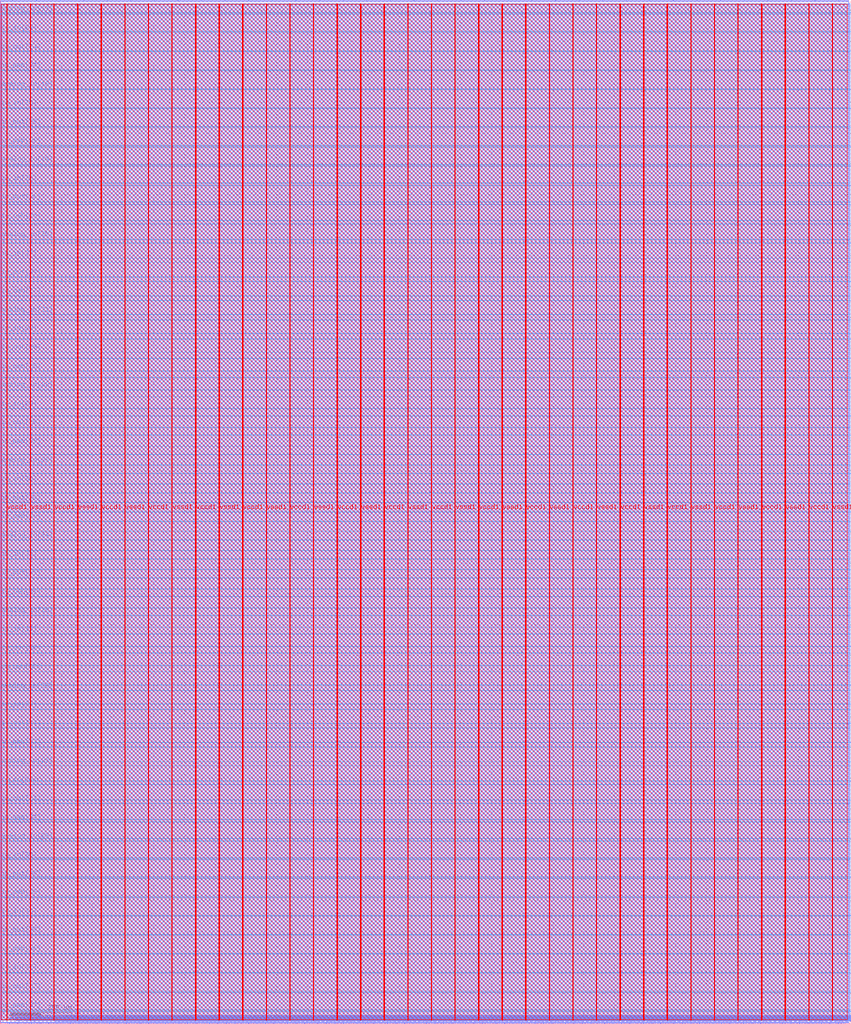
<source format=lef>
VERSION 5.7 ;
  NOWIREEXTENSIONATPIN ON ;
  DIVIDERCHAR "/" ;
  BUSBITCHARS "[]" ;
MACRO rift2Wrap
  CLASS BLOCK ;
  FOREIGN rift2Wrap ;
  ORIGIN 0.000 0.000 ;
  SIZE 2771.020 BY 3333.740 ;
  PIN analog_io[0]
    DIRECTION INOUT ;
    USE SIGNAL ;
    PORT
      LAYER met3 ;
        RECT 2767.020 1353.240 2771.020 1353.840 ;
    END
  END analog_io[0]
  PIN analog_io[10]
    DIRECTION INOUT ;
    USE SIGNAL ;
    PORT
      LAYER met2 ;
        RECT 2115.170 3329.740 2115.450 3333.740 ;
    END
  END analog_io[10]
  PIN analog_io[11]
    DIRECTION INOUT ;
    USE SIGNAL ;
    PORT
      LAYER met2 ;
        RECT 1807.890 3329.740 1808.170 3333.740 ;
    END
  END analog_io[11]
  PIN analog_io[12]
    DIRECTION INOUT ;
    USE SIGNAL ;
    PORT
      LAYER met2 ;
        RECT 1500.610 3329.740 1500.890 3333.740 ;
    END
  END analog_io[12]
  PIN analog_io[13]
    DIRECTION INOUT ;
    USE SIGNAL ;
    PORT
      LAYER met2 ;
        RECT 1193.330 3329.740 1193.610 3333.740 ;
    END
  END analog_io[13]
  PIN analog_io[14]
    DIRECTION INOUT ;
    USE SIGNAL ;
    PORT
      LAYER met2 ;
        RECT 886.050 3329.740 886.330 3333.740 ;
    END
  END analog_io[14]
  PIN analog_io[15]
    DIRECTION INOUT ;
    USE SIGNAL ;
    PORT
      LAYER met2 ;
        RECT 578.770 3329.740 579.050 3333.740 ;
    END
  END analog_io[15]
  PIN analog_io[16]
    DIRECTION INOUT ;
    USE SIGNAL ;
    PORT
      LAYER met2 ;
        RECT 271.490 3329.740 271.770 3333.740 ;
    END
  END analog_io[16]
  PIN analog_io[17]
    DIRECTION INOUT ;
    USE SIGNAL ;
    PORT
      LAYER met3 ;
        RECT 0.000 3287.840 4.000 3288.440 ;
    END
  END analog_io[17]
  PIN analog_io[18]
    DIRECTION INOUT ;
    USE SIGNAL ;
    PORT
      LAYER met3 ;
        RECT 0.000 3043.040 4.000 3043.640 ;
    END
  END analog_io[18]
  PIN analog_io[19]
    DIRECTION INOUT ;
    USE SIGNAL ;
    PORT
      LAYER met3 ;
        RECT 0.000 2798.240 4.000 2798.840 ;
    END
  END analog_io[19]
  PIN analog_io[1]
    DIRECTION INOUT ;
    USE SIGNAL ;
    PORT
      LAYER met3 ;
        RECT 2767.020 1603.480 2771.020 1604.080 ;
    END
  END analog_io[1]
  PIN analog_io[20]
    DIRECTION INOUT ;
    USE SIGNAL ;
    PORT
      LAYER met3 ;
        RECT 0.000 2553.440 4.000 2554.040 ;
    END
  END analog_io[20]
  PIN analog_io[21]
    DIRECTION INOUT ;
    USE SIGNAL ;
    PORT
      LAYER met3 ;
        RECT 0.000 2308.640 4.000 2309.240 ;
    END
  END analog_io[21]
  PIN analog_io[22]
    DIRECTION INOUT ;
    USE SIGNAL ;
    PORT
      LAYER met3 ;
        RECT 0.000 2063.840 4.000 2064.440 ;
    END
  END analog_io[22]
  PIN analog_io[23]
    DIRECTION INOUT ;
    USE SIGNAL ;
    PORT
      LAYER met3 ;
        RECT 0.000 1819.040 4.000 1819.640 ;
    END
  END analog_io[23]
  PIN analog_io[24]
    DIRECTION INOUT ;
    USE SIGNAL ;
    PORT
      LAYER met3 ;
        RECT 0.000 1574.240 4.000 1574.840 ;
    END
  END analog_io[24]
  PIN analog_io[25]
    DIRECTION INOUT ;
    USE SIGNAL ;
    PORT
      LAYER met3 ;
        RECT 0.000 1329.440 4.000 1330.040 ;
    END
  END analog_io[25]
  PIN analog_io[26]
    DIRECTION INOUT ;
    USE SIGNAL ;
    PORT
      LAYER met3 ;
        RECT 0.000 1084.640 4.000 1085.240 ;
    END
  END analog_io[26]
  PIN analog_io[27]
    DIRECTION INOUT ;
    USE SIGNAL ;
    PORT
      LAYER met3 ;
        RECT 0.000 839.840 4.000 840.440 ;
    END
  END analog_io[27]
  PIN analog_io[28]
    DIRECTION INOUT ;
    USE SIGNAL ;
    PORT
      LAYER met3 ;
        RECT 0.000 595.040 4.000 595.640 ;
    END
  END analog_io[28]
  PIN analog_io[2]
    DIRECTION INOUT ;
    USE SIGNAL ;
    PORT
      LAYER met3 ;
        RECT 2767.020 1853.720 2771.020 1854.320 ;
    END
  END analog_io[2]
  PIN analog_io[3]
    DIRECTION INOUT ;
    USE SIGNAL ;
    PORT
      LAYER met3 ;
        RECT 2767.020 2103.960 2771.020 2104.560 ;
    END
  END analog_io[3]
  PIN analog_io[4]
    DIRECTION INOUT ;
    USE SIGNAL ;
    PORT
      LAYER met3 ;
        RECT 2767.020 2354.200 2771.020 2354.800 ;
    END
  END analog_io[4]
  PIN analog_io[5]
    DIRECTION INOUT ;
    USE SIGNAL ;
    PORT
      LAYER met3 ;
        RECT 2767.020 2604.440 2771.020 2605.040 ;
    END
  END analog_io[5]
  PIN analog_io[6]
    DIRECTION INOUT ;
    USE SIGNAL ;
    PORT
      LAYER met3 ;
        RECT 2767.020 2854.680 2771.020 2855.280 ;
    END
  END analog_io[6]
  PIN analog_io[7]
    DIRECTION INOUT ;
    USE SIGNAL ;
    PORT
      LAYER met3 ;
        RECT 2767.020 3104.920 2771.020 3105.520 ;
    END
  END analog_io[7]
  PIN analog_io[8]
    DIRECTION INOUT ;
    USE SIGNAL ;
    PORT
      LAYER met2 ;
        RECT 2729.730 3329.740 2730.010 3333.740 ;
    END
  END analog_io[8]
  PIN analog_io[9]
    DIRECTION INOUT ;
    USE SIGNAL ;
    PORT
      LAYER met2 ;
        RECT 2422.450 3329.740 2422.730 3333.740 ;
    END
  END analog_io[9]
  PIN io_in[0]
    DIRECTION INPUT ;
    USE SIGNAL ;
    PORT
      LAYER met3 ;
        RECT 2767.020 39.480 2771.020 40.080 ;
    END
  END io_in[0]
  PIN io_in[10]
    DIRECTION INPUT ;
    USE SIGNAL ;
    PORT
      LAYER met3 ;
        RECT 2767.020 2166.520 2771.020 2167.120 ;
    END
  END io_in[10]
  PIN io_in[11]
    DIRECTION INPUT ;
    USE SIGNAL ;
    PORT
      LAYER met3 ;
        RECT 2767.020 2416.760 2771.020 2417.360 ;
    END
  END io_in[11]
  PIN io_in[12]
    DIRECTION INPUT ;
    USE SIGNAL ;
    PORT
      LAYER met3 ;
        RECT 2767.020 2667.000 2771.020 2667.600 ;
    END
  END io_in[12]
  PIN io_in[13]
    DIRECTION INPUT ;
    USE SIGNAL ;
    PORT
      LAYER met3 ;
        RECT 2767.020 2917.240 2771.020 2917.840 ;
    END
  END io_in[13]
  PIN io_in[14]
    DIRECTION INPUT ;
    USE SIGNAL ;
    PORT
      LAYER met3 ;
        RECT 2767.020 3167.480 2771.020 3168.080 ;
    END
  END io_in[14]
  PIN io_in[15]
    DIRECTION INPUT ;
    USE SIGNAL ;
    PORT
      LAYER met2 ;
        RECT 2652.910 3329.740 2653.190 3333.740 ;
    END
  END io_in[15]
  PIN io_in[16]
    DIRECTION INPUT ;
    USE SIGNAL ;
    PORT
      LAYER met2 ;
        RECT 2345.630 3329.740 2345.910 3333.740 ;
    END
  END io_in[16]
  PIN io_in[17]
    DIRECTION INPUT ;
    USE SIGNAL ;
    PORT
      LAYER met2 ;
        RECT 2038.350 3329.740 2038.630 3333.740 ;
    END
  END io_in[17]
  PIN io_in[18]
    DIRECTION INPUT ;
    USE SIGNAL ;
    PORT
      LAYER met2 ;
        RECT 1731.070 3329.740 1731.350 3333.740 ;
    END
  END io_in[18]
  PIN io_in[19]
    DIRECTION INPUT ;
    USE SIGNAL ;
    PORT
      LAYER met2 ;
        RECT 1423.790 3329.740 1424.070 3333.740 ;
    END
  END io_in[19]
  PIN io_in[1]
    DIRECTION INPUT ;
    USE SIGNAL ;
    PORT
      LAYER met3 ;
        RECT 2767.020 227.160 2771.020 227.760 ;
    END
  END io_in[1]
  PIN io_in[20]
    DIRECTION INPUT ;
    USE SIGNAL ;
    PORT
      LAYER met2 ;
        RECT 1116.510 3329.740 1116.790 3333.740 ;
    END
  END io_in[20]
  PIN io_in[21]
    DIRECTION INPUT ;
    USE SIGNAL ;
    PORT
      LAYER met2 ;
        RECT 809.230 3329.740 809.510 3333.740 ;
    END
  END io_in[21]
  PIN io_in[22]
    DIRECTION INPUT ;
    USE SIGNAL ;
    PORT
      LAYER met2 ;
        RECT 501.950 3329.740 502.230 3333.740 ;
    END
  END io_in[22]
  PIN io_in[23]
    DIRECTION INPUT ;
    USE SIGNAL ;
    PORT
      LAYER met2 ;
        RECT 194.670 3329.740 194.950 3333.740 ;
    END
  END io_in[23]
  PIN io_in[24]
    DIRECTION INPUT ;
    USE SIGNAL ;
    PORT
      LAYER met3 ;
        RECT 0.000 3226.640 4.000 3227.240 ;
    END
  END io_in[24]
  PIN io_in[25]
    DIRECTION INPUT ;
    USE SIGNAL ;
    PORT
      LAYER met3 ;
        RECT 0.000 2981.840 4.000 2982.440 ;
    END
  END io_in[25]
  PIN io_in[26]
    DIRECTION INPUT ;
    USE SIGNAL ;
    PORT
      LAYER met3 ;
        RECT 0.000 2737.040 4.000 2737.640 ;
    END
  END io_in[26]
  PIN io_in[27]
    DIRECTION INPUT ;
    USE SIGNAL ;
    PORT
      LAYER met3 ;
        RECT 0.000 2492.240 4.000 2492.840 ;
    END
  END io_in[27]
  PIN io_in[28]
    DIRECTION INPUT ;
    USE SIGNAL ;
    PORT
      LAYER met3 ;
        RECT 0.000 2247.440 4.000 2248.040 ;
    END
  END io_in[28]
  PIN io_in[29]
    DIRECTION INPUT ;
    USE SIGNAL ;
    PORT
      LAYER met3 ;
        RECT 0.000 2002.640 4.000 2003.240 ;
    END
  END io_in[29]
  PIN io_in[2]
    DIRECTION INPUT ;
    USE SIGNAL ;
    PORT
      LAYER met3 ;
        RECT 2767.020 414.840 2771.020 415.440 ;
    END
  END io_in[2]
  PIN io_in[30]
    DIRECTION INPUT ;
    USE SIGNAL ;
    PORT
      LAYER met3 ;
        RECT 0.000 1757.840 4.000 1758.440 ;
    END
  END io_in[30]
  PIN io_in[31]
    DIRECTION INPUT ;
    USE SIGNAL ;
    PORT
      LAYER met3 ;
        RECT 0.000 1513.040 4.000 1513.640 ;
    END
  END io_in[31]
  PIN io_in[32]
    DIRECTION INPUT ;
    USE SIGNAL ;
    PORT
      LAYER met3 ;
        RECT 0.000 1268.240 4.000 1268.840 ;
    END
  END io_in[32]
  PIN io_in[33]
    DIRECTION INPUT ;
    USE SIGNAL ;
    PORT
      LAYER met3 ;
        RECT 0.000 1023.440 4.000 1024.040 ;
    END
  END io_in[33]
  PIN io_in[34]
    DIRECTION INPUT ;
    USE SIGNAL ;
    PORT
      LAYER met3 ;
        RECT 0.000 778.640 4.000 779.240 ;
    END
  END io_in[34]
  PIN io_in[35]
    DIRECTION INPUT ;
    USE SIGNAL ;
    PORT
      LAYER met3 ;
        RECT 0.000 533.840 4.000 534.440 ;
    END
  END io_in[35]
  PIN io_in[36]
    DIRECTION INPUT ;
    USE SIGNAL ;
    PORT
      LAYER met3 ;
        RECT 0.000 350.240 4.000 350.840 ;
    END
  END io_in[36]
  PIN io_in[37]
    DIRECTION INPUT ;
    USE SIGNAL ;
    PORT
      LAYER met3 ;
        RECT 0.000 166.640 4.000 167.240 ;
    END
  END io_in[37]
  PIN io_in[3]
    DIRECTION INPUT ;
    USE SIGNAL ;
    PORT
      LAYER met3 ;
        RECT 2767.020 602.520 2771.020 603.120 ;
    END
  END io_in[3]
  PIN io_in[4]
    DIRECTION INPUT ;
    USE SIGNAL ;
    PORT
      LAYER met3 ;
        RECT 2767.020 790.200 2771.020 790.800 ;
    END
  END io_in[4]
  PIN io_in[5]
    DIRECTION INPUT ;
    USE SIGNAL ;
    PORT
      LAYER met3 ;
        RECT 2767.020 977.880 2771.020 978.480 ;
    END
  END io_in[5]
  PIN io_in[6]
    DIRECTION INPUT ;
    USE SIGNAL ;
    PORT
      LAYER met3 ;
        RECT 2767.020 1165.560 2771.020 1166.160 ;
    END
  END io_in[6]
  PIN io_in[7]
    DIRECTION INPUT ;
    USE SIGNAL ;
    PORT
      LAYER met3 ;
        RECT 2767.020 1415.800 2771.020 1416.400 ;
    END
  END io_in[7]
  PIN io_in[8]
    DIRECTION INPUT ;
    USE SIGNAL ;
    PORT
      LAYER met3 ;
        RECT 2767.020 1666.040 2771.020 1666.640 ;
    END
  END io_in[8]
  PIN io_in[9]
    DIRECTION INPUT ;
    USE SIGNAL ;
    PORT
      LAYER met3 ;
        RECT 2767.020 1916.280 2771.020 1916.880 ;
    END
  END io_in[9]
  PIN io_oeb[0]
    DIRECTION OUTPUT TRISTATE ;
    USE SIGNAL ;
    PORT
      LAYER met3 ;
        RECT 2767.020 164.600 2771.020 165.200 ;
    END
  END io_oeb[0]
  PIN io_oeb[10]
    DIRECTION OUTPUT TRISTATE ;
    USE SIGNAL ;
    PORT
      LAYER met3 ;
        RECT 2767.020 2291.640 2771.020 2292.240 ;
    END
  END io_oeb[10]
  PIN io_oeb[11]
    DIRECTION OUTPUT TRISTATE ;
    USE SIGNAL ;
    PORT
      LAYER met3 ;
        RECT 2767.020 2541.880 2771.020 2542.480 ;
    END
  END io_oeb[11]
  PIN io_oeb[12]
    DIRECTION OUTPUT TRISTATE ;
    USE SIGNAL ;
    PORT
      LAYER met3 ;
        RECT 2767.020 2792.120 2771.020 2792.720 ;
    END
  END io_oeb[12]
  PIN io_oeb[13]
    DIRECTION OUTPUT TRISTATE ;
    USE SIGNAL ;
    PORT
      LAYER met3 ;
        RECT 2767.020 3042.360 2771.020 3042.960 ;
    END
  END io_oeb[13]
  PIN io_oeb[14]
    DIRECTION OUTPUT TRISTATE ;
    USE SIGNAL ;
    PORT
      LAYER met3 ;
        RECT 2767.020 3292.600 2771.020 3293.200 ;
    END
  END io_oeb[14]
  PIN io_oeb[15]
    DIRECTION OUTPUT TRISTATE ;
    USE SIGNAL ;
    PORT
      LAYER met2 ;
        RECT 2499.270 3329.740 2499.550 3333.740 ;
    END
  END io_oeb[15]
  PIN io_oeb[16]
    DIRECTION OUTPUT TRISTATE ;
    USE SIGNAL ;
    PORT
      LAYER met2 ;
        RECT 2191.990 3329.740 2192.270 3333.740 ;
    END
  END io_oeb[16]
  PIN io_oeb[17]
    DIRECTION OUTPUT TRISTATE ;
    USE SIGNAL ;
    PORT
      LAYER met2 ;
        RECT 1884.710 3329.740 1884.990 3333.740 ;
    END
  END io_oeb[17]
  PIN io_oeb[18]
    DIRECTION OUTPUT TRISTATE ;
    USE SIGNAL ;
    PORT
      LAYER met2 ;
        RECT 1577.430 3329.740 1577.710 3333.740 ;
    END
  END io_oeb[18]
  PIN io_oeb[19]
    DIRECTION OUTPUT TRISTATE ;
    USE SIGNAL ;
    PORT
      LAYER met2 ;
        RECT 1270.150 3329.740 1270.430 3333.740 ;
    END
  END io_oeb[19]
  PIN io_oeb[1]
    DIRECTION OUTPUT TRISTATE ;
    USE SIGNAL ;
    PORT
      LAYER met3 ;
        RECT 2767.020 352.280 2771.020 352.880 ;
    END
  END io_oeb[1]
  PIN io_oeb[20]
    DIRECTION OUTPUT TRISTATE ;
    USE SIGNAL ;
    PORT
      LAYER met2 ;
        RECT 962.870 3329.740 963.150 3333.740 ;
    END
  END io_oeb[20]
  PIN io_oeb[21]
    DIRECTION OUTPUT TRISTATE ;
    USE SIGNAL ;
    PORT
      LAYER met2 ;
        RECT 655.590 3329.740 655.870 3333.740 ;
    END
  END io_oeb[21]
  PIN io_oeb[22]
    DIRECTION OUTPUT TRISTATE ;
    USE SIGNAL ;
    PORT
      LAYER met2 ;
        RECT 348.310 3329.740 348.590 3333.740 ;
    END
  END io_oeb[22]
  PIN io_oeb[23]
    DIRECTION OUTPUT TRISTATE ;
    USE SIGNAL ;
    PORT
      LAYER met2 ;
        RECT 41.030 3329.740 41.310 3333.740 ;
    END
  END io_oeb[23]
  PIN io_oeb[24]
    DIRECTION OUTPUT TRISTATE ;
    USE SIGNAL ;
    PORT
      LAYER met3 ;
        RECT 0.000 3104.240 4.000 3104.840 ;
    END
  END io_oeb[24]
  PIN io_oeb[25]
    DIRECTION OUTPUT TRISTATE ;
    USE SIGNAL ;
    PORT
      LAYER met3 ;
        RECT 0.000 2859.440 4.000 2860.040 ;
    END
  END io_oeb[25]
  PIN io_oeb[26]
    DIRECTION OUTPUT TRISTATE ;
    USE SIGNAL ;
    PORT
      LAYER met3 ;
        RECT 0.000 2614.640 4.000 2615.240 ;
    END
  END io_oeb[26]
  PIN io_oeb[27]
    DIRECTION OUTPUT TRISTATE ;
    USE SIGNAL ;
    PORT
      LAYER met3 ;
        RECT 0.000 2369.840 4.000 2370.440 ;
    END
  END io_oeb[27]
  PIN io_oeb[28]
    DIRECTION OUTPUT TRISTATE ;
    USE SIGNAL ;
    PORT
      LAYER met3 ;
        RECT 0.000 2125.040 4.000 2125.640 ;
    END
  END io_oeb[28]
  PIN io_oeb[29]
    DIRECTION OUTPUT TRISTATE ;
    USE SIGNAL ;
    PORT
      LAYER met3 ;
        RECT 0.000 1880.240 4.000 1880.840 ;
    END
  END io_oeb[29]
  PIN io_oeb[2]
    DIRECTION OUTPUT TRISTATE ;
    USE SIGNAL ;
    PORT
      LAYER met3 ;
        RECT 2767.020 539.960 2771.020 540.560 ;
    END
  END io_oeb[2]
  PIN io_oeb[30]
    DIRECTION OUTPUT TRISTATE ;
    USE SIGNAL ;
    PORT
      LAYER met3 ;
        RECT 0.000 1635.440 4.000 1636.040 ;
    END
  END io_oeb[30]
  PIN io_oeb[31]
    DIRECTION OUTPUT TRISTATE ;
    USE SIGNAL ;
    PORT
      LAYER met3 ;
        RECT 0.000 1390.640 4.000 1391.240 ;
    END
  END io_oeb[31]
  PIN io_oeb[32]
    DIRECTION OUTPUT TRISTATE ;
    USE SIGNAL ;
    PORT
      LAYER met3 ;
        RECT 0.000 1145.840 4.000 1146.440 ;
    END
  END io_oeb[32]
  PIN io_oeb[33]
    DIRECTION OUTPUT TRISTATE ;
    USE SIGNAL ;
    PORT
      LAYER met3 ;
        RECT 0.000 901.040 4.000 901.640 ;
    END
  END io_oeb[33]
  PIN io_oeb[34]
    DIRECTION OUTPUT TRISTATE ;
    USE SIGNAL ;
    PORT
      LAYER met3 ;
        RECT 0.000 656.240 4.000 656.840 ;
    END
  END io_oeb[34]
  PIN io_oeb[35]
    DIRECTION OUTPUT TRISTATE ;
    USE SIGNAL ;
    PORT
      LAYER met3 ;
        RECT 0.000 411.440 4.000 412.040 ;
    END
  END io_oeb[35]
  PIN io_oeb[36]
    DIRECTION OUTPUT TRISTATE ;
    USE SIGNAL ;
    PORT
      LAYER met3 ;
        RECT 0.000 227.840 4.000 228.440 ;
    END
  END io_oeb[36]
  PIN io_oeb[37]
    DIRECTION OUTPUT TRISTATE ;
    USE SIGNAL ;
    PORT
      LAYER met3 ;
        RECT 0.000 44.240 4.000 44.840 ;
    END
  END io_oeb[37]
  PIN io_oeb[3]
    DIRECTION OUTPUT TRISTATE ;
    USE SIGNAL ;
    PORT
      LAYER met3 ;
        RECT 2767.020 727.640 2771.020 728.240 ;
    END
  END io_oeb[3]
  PIN io_oeb[4]
    DIRECTION OUTPUT TRISTATE ;
    USE SIGNAL ;
    PORT
      LAYER met3 ;
        RECT 2767.020 915.320 2771.020 915.920 ;
    END
  END io_oeb[4]
  PIN io_oeb[5]
    DIRECTION OUTPUT TRISTATE ;
    USE SIGNAL ;
    PORT
      LAYER met3 ;
        RECT 2767.020 1103.000 2771.020 1103.600 ;
    END
  END io_oeb[5]
  PIN io_oeb[6]
    DIRECTION OUTPUT TRISTATE ;
    USE SIGNAL ;
    PORT
      LAYER met3 ;
        RECT 2767.020 1290.680 2771.020 1291.280 ;
    END
  END io_oeb[6]
  PIN io_oeb[7]
    DIRECTION OUTPUT TRISTATE ;
    USE SIGNAL ;
    PORT
      LAYER met3 ;
        RECT 2767.020 1540.920 2771.020 1541.520 ;
    END
  END io_oeb[7]
  PIN io_oeb[8]
    DIRECTION OUTPUT TRISTATE ;
    USE SIGNAL ;
    PORT
      LAYER met3 ;
        RECT 2767.020 1791.160 2771.020 1791.760 ;
    END
  END io_oeb[8]
  PIN io_oeb[9]
    DIRECTION OUTPUT TRISTATE ;
    USE SIGNAL ;
    PORT
      LAYER met3 ;
        RECT 2767.020 2041.400 2771.020 2042.000 ;
    END
  END io_oeb[9]
  PIN io_out[0]
    DIRECTION OUTPUT TRISTATE ;
    USE SIGNAL ;
    PORT
      LAYER met3 ;
        RECT 2767.020 102.040 2771.020 102.640 ;
    END
  END io_out[0]
  PIN io_out[10]
    DIRECTION OUTPUT TRISTATE ;
    USE SIGNAL ;
    PORT
      LAYER met3 ;
        RECT 2767.020 2229.080 2771.020 2229.680 ;
    END
  END io_out[10]
  PIN io_out[11]
    DIRECTION OUTPUT TRISTATE ;
    USE SIGNAL ;
    PORT
      LAYER met3 ;
        RECT 2767.020 2479.320 2771.020 2479.920 ;
    END
  END io_out[11]
  PIN io_out[12]
    DIRECTION OUTPUT TRISTATE ;
    USE SIGNAL ;
    PORT
      LAYER met3 ;
        RECT 2767.020 2729.560 2771.020 2730.160 ;
    END
  END io_out[12]
  PIN io_out[13]
    DIRECTION OUTPUT TRISTATE ;
    USE SIGNAL ;
    PORT
      LAYER met3 ;
        RECT 2767.020 2979.800 2771.020 2980.400 ;
    END
  END io_out[13]
  PIN io_out[14]
    DIRECTION OUTPUT TRISTATE ;
    USE SIGNAL ;
    PORT
      LAYER met3 ;
        RECT 2767.020 3230.040 2771.020 3230.640 ;
    END
  END io_out[14]
  PIN io_out[15]
    DIRECTION OUTPUT TRISTATE ;
    USE SIGNAL ;
    PORT
      LAYER met2 ;
        RECT 2576.090 3329.740 2576.370 3333.740 ;
    END
  END io_out[15]
  PIN io_out[16]
    DIRECTION OUTPUT TRISTATE ;
    USE SIGNAL ;
    PORT
      LAYER met2 ;
        RECT 2268.810 3329.740 2269.090 3333.740 ;
    END
  END io_out[16]
  PIN io_out[17]
    DIRECTION OUTPUT TRISTATE ;
    USE SIGNAL ;
    PORT
      LAYER met2 ;
        RECT 1961.530 3329.740 1961.810 3333.740 ;
    END
  END io_out[17]
  PIN io_out[18]
    DIRECTION OUTPUT TRISTATE ;
    USE SIGNAL ;
    PORT
      LAYER met2 ;
        RECT 1654.250 3329.740 1654.530 3333.740 ;
    END
  END io_out[18]
  PIN io_out[19]
    DIRECTION OUTPUT TRISTATE ;
    USE SIGNAL ;
    PORT
      LAYER met2 ;
        RECT 1346.970 3329.740 1347.250 3333.740 ;
    END
  END io_out[19]
  PIN io_out[1]
    DIRECTION OUTPUT TRISTATE ;
    USE SIGNAL ;
    PORT
      LAYER met3 ;
        RECT 2767.020 289.720 2771.020 290.320 ;
    END
  END io_out[1]
  PIN io_out[20]
    DIRECTION OUTPUT TRISTATE ;
    USE SIGNAL ;
    PORT
      LAYER met2 ;
        RECT 1039.690 3329.740 1039.970 3333.740 ;
    END
  END io_out[20]
  PIN io_out[21]
    DIRECTION OUTPUT TRISTATE ;
    USE SIGNAL ;
    PORT
      LAYER met2 ;
        RECT 732.410 3329.740 732.690 3333.740 ;
    END
  END io_out[21]
  PIN io_out[22]
    DIRECTION OUTPUT TRISTATE ;
    USE SIGNAL ;
    PORT
      LAYER met2 ;
        RECT 425.130 3329.740 425.410 3333.740 ;
    END
  END io_out[22]
  PIN io_out[23]
    DIRECTION OUTPUT TRISTATE ;
    USE SIGNAL ;
    PORT
      LAYER met2 ;
        RECT 117.850 3329.740 118.130 3333.740 ;
    END
  END io_out[23]
  PIN io_out[24]
    DIRECTION OUTPUT TRISTATE ;
    USE SIGNAL ;
    PORT
      LAYER met3 ;
        RECT 0.000 3165.440 4.000 3166.040 ;
    END
  END io_out[24]
  PIN io_out[25]
    DIRECTION OUTPUT TRISTATE ;
    USE SIGNAL ;
    PORT
      LAYER met3 ;
        RECT 0.000 2920.640 4.000 2921.240 ;
    END
  END io_out[25]
  PIN io_out[26]
    DIRECTION OUTPUT TRISTATE ;
    USE SIGNAL ;
    PORT
      LAYER met3 ;
        RECT 0.000 2675.840 4.000 2676.440 ;
    END
  END io_out[26]
  PIN io_out[27]
    DIRECTION OUTPUT TRISTATE ;
    USE SIGNAL ;
    PORT
      LAYER met3 ;
        RECT 0.000 2431.040 4.000 2431.640 ;
    END
  END io_out[27]
  PIN io_out[28]
    DIRECTION OUTPUT TRISTATE ;
    USE SIGNAL ;
    PORT
      LAYER met3 ;
        RECT 0.000 2186.240 4.000 2186.840 ;
    END
  END io_out[28]
  PIN io_out[29]
    DIRECTION OUTPUT TRISTATE ;
    USE SIGNAL ;
    PORT
      LAYER met3 ;
        RECT 0.000 1941.440 4.000 1942.040 ;
    END
  END io_out[29]
  PIN io_out[2]
    DIRECTION OUTPUT TRISTATE ;
    USE SIGNAL ;
    PORT
      LAYER met3 ;
        RECT 2767.020 477.400 2771.020 478.000 ;
    END
  END io_out[2]
  PIN io_out[30]
    DIRECTION OUTPUT TRISTATE ;
    USE SIGNAL ;
    PORT
      LAYER met3 ;
        RECT 0.000 1696.640 4.000 1697.240 ;
    END
  END io_out[30]
  PIN io_out[31]
    DIRECTION OUTPUT TRISTATE ;
    USE SIGNAL ;
    PORT
      LAYER met3 ;
        RECT 0.000 1451.840 4.000 1452.440 ;
    END
  END io_out[31]
  PIN io_out[32]
    DIRECTION OUTPUT TRISTATE ;
    USE SIGNAL ;
    PORT
      LAYER met3 ;
        RECT 0.000 1207.040 4.000 1207.640 ;
    END
  END io_out[32]
  PIN io_out[33]
    DIRECTION OUTPUT TRISTATE ;
    USE SIGNAL ;
    PORT
      LAYER met3 ;
        RECT 0.000 962.240 4.000 962.840 ;
    END
  END io_out[33]
  PIN io_out[34]
    DIRECTION OUTPUT TRISTATE ;
    USE SIGNAL ;
    PORT
      LAYER met3 ;
        RECT 0.000 717.440 4.000 718.040 ;
    END
  END io_out[34]
  PIN io_out[35]
    DIRECTION OUTPUT TRISTATE ;
    USE SIGNAL ;
    PORT
      LAYER met3 ;
        RECT 0.000 472.640 4.000 473.240 ;
    END
  END io_out[35]
  PIN io_out[36]
    DIRECTION OUTPUT TRISTATE ;
    USE SIGNAL ;
    PORT
      LAYER met3 ;
        RECT 0.000 289.040 4.000 289.640 ;
    END
  END io_out[36]
  PIN io_out[37]
    DIRECTION OUTPUT TRISTATE ;
    USE SIGNAL ;
    PORT
      LAYER met3 ;
        RECT 0.000 105.440 4.000 106.040 ;
    END
  END io_out[37]
  PIN io_out[3]
    DIRECTION OUTPUT TRISTATE ;
    USE SIGNAL ;
    PORT
      LAYER met3 ;
        RECT 2767.020 665.080 2771.020 665.680 ;
    END
  END io_out[3]
  PIN io_out[4]
    DIRECTION OUTPUT TRISTATE ;
    USE SIGNAL ;
    PORT
      LAYER met3 ;
        RECT 2767.020 852.760 2771.020 853.360 ;
    END
  END io_out[4]
  PIN io_out[5]
    DIRECTION OUTPUT TRISTATE ;
    USE SIGNAL ;
    PORT
      LAYER met3 ;
        RECT 2767.020 1040.440 2771.020 1041.040 ;
    END
  END io_out[5]
  PIN io_out[6]
    DIRECTION OUTPUT TRISTATE ;
    USE SIGNAL ;
    PORT
      LAYER met3 ;
        RECT 2767.020 1228.120 2771.020 1228.720 ;
    END
  END io_out[6]
  PIN io_out[7]
    DIRECTION OUTPUT TRISTATE ;
    USE SIGNAL ;
    PORT
      LAYER met3 ;
        RECT 2767.020 1478.360 2771.020 1478.960 ;
    END
  END io_out[7]
  PIN io_out[8]
    DIRECTION OUTPUT TRISTATE ;
    USE SIGNAL ;
    PORT
      LAYER met3 ;
        RECT 2767.020 1728.600 2771.020 1729.200 ;
    END
  END io_out[8]
  PIN io_out[9]
    DIRECTION OUTPUT TRISTATE ;
    USE SIGNAL ;
    PORT
      LAYER met3 ;
        RECT 2767.020 1978.840 2771.020 1979.440 ;
    END
  END io_out[9]
  PIN la_data_in[0]
    DIRECTION INPUT ;
    USE SIGNAL ;
    PORT
      LAYER met2 ;
        RECT 609.590 0.000 609.870 4.000 ;
    END
  END la_data_in[0]
  PIN la_data_in[100]
    DIRECTION INPUT ;
    USE SIGNAL ;
    PORT
      LAYER met2 ;
        RECT 2265.590 0.000 2265.870 4.000 ;
    END
  END la_data_in[100]
  PIN la_data_in[101]
    DIRECTION INPUT ;
    USE SIGNAL ;
    PORT
      LAYER met2 ;
        RECT 2282.150 0.000 2282.430 4.000 ;
    END
  END la_data_in[101]
  PIN la_data_in[102]
    DIRECTION INPUT ;
    USE SIGNAL ;
    PORT
      LAYER met2 ;
        RECT 2298.710 0.000 2298.990 4.000 ;
    END
  END la_data_in[102]
  PIN la_data_in[103]
    DIRECTION INPUT ;
    USE SIGNAL ;
    PORT
      LAYER met2 ;
        RECT 2315.270 0.000 2315.550 4.000 ;
    END
  END la_data_in[103]
  PIN la_data_in[104]
    DIRECTION INPUT ;
    USE SIGNAL ;
    PORT
      LAYER met2 ;
        RECT 2331.830 0.000 2332.110 4.000 ;
    END
  END la_data_in[104]
  PIN la_data_in[105]
    DIRECTION INPUT ;
    USE SIGNAL ;
    PORT
      LAYER met2 ;
        RECT 2348.390 0.000 2348.670 4.000 ;
    END
  END la_data_in[105]
  PIN la_data_in[106]
    DIRECTION INPUT ;
    USE SIGNAL ;
    PORT
      LAYER met2 ;
        RECT 2364.950 0.000 2365.230 4.000 ;
    END
  END la_data_in[106]
  PIN la_data_in[107]
    DIRECTION INPUT ;
    USE SIGNAL ;
    PORT
      LAYER met2 ;
        RECT 2381.510 0.000 2381.790 4.000 ;
    END
  END la_data_in[107]
  PIN la_data_in[108]
    DIRECTION INPUT ;
    USE SIGNAL ;
    PORT
      LAYER met2 ;
        RECT 2398.070 0.000 2398.350 4.000 ;
    END
  END la_data_in[108]
  PIN la_data_in[109]
    DIRECTION INPUT ;
    USE SIGNAL ;
    PORT
      LAYER met2 ;
        RECT 2414.630 0.000 2414.910 4.000 ;
    END
  END la_data_in[109]
  PIN la_data_in[10]
    DIRECTION INPUT ;
    USE SIGNAL ;
    PORT
      LAYER met2 ;
        RECT 775.190 0.000 775.470 4.000 ;
    END
  END la_data_in[10]
  PIN la_data_in[110]
    DIRECTION INPUT ;
    USE SIGNAL ;
    PORT
      LAYER met2 ;
        RECT 2431.190 0.000 2431.470 4.000 ;
    END
  END la_data_in[110]
  PIN la_data_in[111]
    DIRECTION INPUT ;
    USE SIGNAL ;
    PORT
      LAYER met2 ;
        RECT 2447.750 0.000 2448.030 4.000 ;
    END
  END la_data_in[111]
  PIN la_data_in[112]
    DIRECTION INPUT ;
    USE SIGNAL ;
    PORT
      LAYER met2 ;
        RECT 2464.310 0.000 2464.590 4.000 ;
    END
  END la_data_in[112]
  PIN la_data_in[113]
    DIRECTION INPUT ;
    USE SIGNAL ;
    PORT
      LAYER met2 ;
        RECT 2480.870 0.000 2481.150 4.000 ;
    END
  END la_data_in[113]
  PIN la_data_in[114]
    DIRECTION INPUT ;
    USE SIGNAL ;
    PORT
      LAYER met2 ;
        RECT 2497.430 0.000 2497.710 4.000 ;
    END
  END la_data_in[114]
  PIN la_data_in[115]
    DIRECTION INPUT ;
    USE SIGNAL ;
    PORT
      LAYER met2 ;
        RECT 2513.990 0.000 2514.270 4.000 ;
    END
  END la_data_in[115]
  PIN la_data_in[116]
    DIRECTION INPUT ;
    USE SIGNAL ;
    PORT
      LAYER met2 ;
        RECT 2530.550 0.000 2530.830 4.000 ;
    END
  END la_data_in[116]
  PIN la_data_in[117]
    DIRECTION INPUT ;
    USE SIGNAL ;
    PORT
      LAYER met2 ;
        RECT 2547.110 0.000 2547.390 4.000 ;
    END
  END la_data_in[117]
  PIN la_data_in[118]
    DIRECTION INPUT ;
    USE SIGNAL ;
    PORT
      LAYER met2 ;
        RECT 2563.670 0.000 2563.950 4.000 ;
    END
  END la_data_in[118]
  PIN la_data_in[119]
    DIRECTION INPUT ;
    USE SIGNAL ;
    PORT
      LAYER met2 ;
        RECT 2580.230 0.000 2580.510 4.000 ;
    END
  END la_data_in[119]
  PIN la_data_in[11]
    DIRECTION INPUT ;
    USE SIGNAL ;
    PORT
      LAYER met2 ;
        RECT 791.750 0.000 792.030 4.000 ;
    END
  END la_data_in[11]
  PIN la_data_in[120]
    DIRECTION INPUT ;
    USE SIGNAL ;
    PORT
      LAYER met2 ;
        RECT 2596.790 0.000 2597.070 4.000 ;
    END
  END la_data_in[120]
  PIN la_data_in[121]
    DIRECTION INPUT ;
    USE SIGNAL ;
    PORT
      LAYER met2 ;
        RECT 2613.350 0.000 2613.630 4.000 ;
    END
  END la_data_in[121]
  PIN la_data_in[122]
    DIRECTION INPUT ;
    USE SIGNAL ;
    PORT
      LAYER met2 ;
        RECT 2629.910 0.000 2630.190 4.000 ;
    END
  END la_data_in[122]
  PIN la_data_in[123]
    DIRECTION INPUT ;
    USE SIGNAL ;
    PORT
      LAYER met2 ;
        RECT 2646.470 0.000 2646.750 4.000 ;
    END
  END la_data_in[123]
  PIN la_data_in[124]
    DIRECTION INPUT ;
    USE SIGNAL ;
    PORT
      LAYER met2 ;
        RECT 2663.030 0.000 2663.310 4.000 ;
    END
  END la_data_in[124]
  PIN la_data_in[125]
    DIRECTION INPUT ;
    USE SIGNAL ;
    PORT
      LAYER met2 ;
        RECT 2679.590 0.000 2679.870 4.000 ;
    END
  END la_data_in[125]
  PIN la_data_in[126]
    DIRECTION INPUT ;
    USE SIGNAL ;
    PORT
      LAYER met2 ;
        RECT 2696.150 0.000 2696.430 4.000 ;
    END
  END la_data_in[126]
  PIN la_data_in[127]
    DIRECTION INPUT ;
    USE SIGNAL ;
    PORT
      LAYER met2 ;
        RECT 2712.710 0.000 2712.990 4.000 ;
    END
  END la_data_in[127]
  PIN la_data_in[12]
    DIRECTION INPUT ;
    USE SIGNAL ;
    PORT
      LAYER met2 ;
        RECT 808.310 0.000 808.590 4.000 ;
    END
  END la_data_in[12]
  PIN la_data_in[13]
    DIRECTION INPUT ;
    USE SIGNAL ;
    PORT
      LAYER met2 ;
        RECT 824.870 0.000 825.150 4.000 ;
    END
  END la_data_in[13]
  PIN la_data_in[14]
    DIRECTION INPUT ;
    USE SIGNAL ;
    PORT
      LAYER met2 ;
        RECT 841.430 0.000 841.710 4.000 ;
    END
  END la_data_in[14]
  PIN la_data_in[15]
    DIRECTION INPUT ;
    USE SIGNAL ;
    PORT
      LAYER met2 ;
        RECT 857.990 0.000 858.270 4.000 ;
    END
  END la_data_in[15]
  PIN la_data_in[16]
    DIRECTION INPUT ;
    USE SIGNAL ;
    PORT
      LAYER met2 ;
        RECT 874.550 0.000 874.830 4.000 ;
    END
  END la_data_in[16]
  PIN la_data_in[17]
    DIRECTION INPUT ;
    USE SIGNAL ;
    PORT
      LAYER met2 ;
        RECT 891.110 0.000 891.390 4.000 ;
    END
  END la_data_in[17]
  PIN la_data_in[18]
    DIRECTION INPUT ;
    USE SIGNAL ;
    PORT
      LAYER met2 ;
        RECT 907.670 0.000 907.950 4.000 ;
    END
  END la_data_in[18]
  PIN la_data_in[19]
    DIRECTION INPUT ;
    USE SIGNAL ;
    PORT
      LAYER met2 ;
        RECT 924.230 0.000 924.510 4.000 ;
    END
  END la_data_in[19]
  PIN la_data_in[1]
    DIRECTION INPUT ;
    USE SIGNAL ;
    PORT
      LAYER met2 ;
        RECT 626.150 0.000 626.430 4.000 ;
    END
  END la_data_in[1]
  PIN la_data_in[20]
    DIRECTION INPUT ;
    USE SIGNAL ;
    PORT
      LAYER met2 ;
        RECT 940.790 0.000 941.070 4.000 ;
    END
  END la_data_in[20]
  PIN la_data_in[21]
    DIRECTION INPUT ;
    USE SIGNAL ;
    PORT
      LAYER met2 ;
        RECT 957.350 0.000 957.630 4.000 ;
    END
  END la_data_in[21]
  PIN la_data_in[22]
    DIRECTION INPUT ;
    USE SIGNAL ;
    PORT
      LAYER met2 ;
        RECT 973.910 0.000 974.190 4.000 ;
    END
  END la_data_in[22]
  PIN la_data_in[23]
    DIRECTION INPUT ;
    USE SIGNAL ;
    PORT
      LAYER met2 ;
        RECT 990.470 0.000 990.750 4.000 ;
    END
  END la_data_in[23]
  PIN la_data_in[24]
    DIRECTION INPUT ;
    USE SIGNAL ;
    PORT
      LAYER met2 ;
        RECT 1007.030 0.000 1007.310 4.000 ;
    END
  END la_data_in[24]
  PIN la_data_in[25]
    DIRECTION INPUT ;
    USE SIGNAL ;
    PORT
      LAYER met2 ;
        RECT 1023.590 0.000 1023.870 4.000 ;
    END
  END la_data_in[25]
  PIN la_data_in[26]
    DIRECTION INPUT ;
    USE SIGNAL ;
    PORT
      LAYER met2 ;
        RECT 1040.150 0.000 1040.430 4.000 ;
    END
  END la_data_in[26]
  PIN la_data_in[27]
    DIRECTION INPUT ;
    USE SIGNAL ;
    PORT
      LAYER met2 ;
        RECT 1056.710 0.000 1056.990 4.000 ;
    END
  END la_data_in[27]
  PIN la_data_in[28]
    DIRECTION INPUT ;
    USE SIGNAL ;
    PORT
      LAYER met2 ;
        RECT 1073.270 0.000 1073.550 4.000 ;
    END
  END la_data_in[28]
  PIN la_data_in[29]
    DIRECTION INPUT ;
    USE SIGNAL ;
    PORT
      LAYER met2 ;
        RECT 1089.830 0.000 1090.110 4.000 ;
    END
  END la_data_in[29]
  PIN la_data_in[2]
    DIRECTION INPUT ;
    USE SIGNAL ;
    PORT
      LAYER met2 ;
        RECT 642.710 0.000 642.990 4.000 ;
    END
  END la_data_in[2]
  PIN la_data_in[30]
    DIRECTION INPUT ;
    USE SIGNAL ;
    PORT
      LAYER met2 ;
        RECT 1106.390 0.000 1106.670 4.000 ;
    END
  END la_data_in[30]
  PIN la_data_in[31]
    DIRECTION INPUT ;
    USE SIGNAL ;
    PORT
      LAYER met2 ;
        RECT 1122.950 0.000 1123.230 4.000 ;
    END
  END la_data_in[31]
  PIN la_data_in[32]
    DIRECTION INPUT ;
    USE SIGNAL ;
    PORT
      LAYER met2 ;
        RECT 1139.510 0.000 1139.790 4.000 ;
    END
  END la_data_in[32]
  PIN la_data_in[33]
    DIRECTION INPUT ;
    USE SIGNAL ;
    PORT
      LAYER met2 ;
        RECT 1156.070 0.000 1156.350 4.000 ;
    END
  END la_data_in[33]
  PIN la_data_in[34]
    DIRECTION INPUT ;
    USE SIGNAL ;
    PORT
      LAYER met2 ;
        RECT 1172.630 0.000 1172.910 4.000 ;
    END
  END la_data_in[34]
  PIN la_data_in[35]
    DIRECTION INPUT ;
    USE SIGNAL ;
    PORT
      LAYER met2 ;
        RECT 1189.190 0.000 1189.470 4.000 ;
    END
  END la_data_in[35]
  PIN la_data_in[36]
    DIRECTION INPUT ;
    USE SIGNAL ;
    PORT
      LAYER met2 ;
        RECT 1205.750 0.000 1206.030 4.000 ;
    END
  END la_data_in[36]
  PIN la_data_in[37]
    DIRECTION INPUT ;
    USE SIGNAL ;
    PORT
      LAYER met2 ;
        RECT 1222.310 0.000 1222.590 4.000 ;
    END
  END la_data_in[37]
  PIN la_data_in[38]
    DIRECTION INPUT ;
    USE SIGNAL ;
    PORT
      LAYER met2 ;
        RECT 1238.870 0.000 1239.150 4.000 ;
    END
  END la_data_in[38]
  PIN la_data_in[39]
    DIRECTION INPUT ;
    USE SIGNAL ;
    PORT
      LAYER met2 ;
        RECT 1255.430 0.000 1255.710 4.000 ;
    END
  END la_data_in[39]
  PIN la_data_in[3]
    DIRECTION INPUT ;
    USE SIGNAL ;
    PORT
      LAYER met2 ;
        RECT 659.270 0.000 659.550 4.000 ;
    END
  END la_data_in[3]
  PIN la_data_in[40]
    DIRECTION INPUT ;
    USE SIGNAL ;
    PORT
      LAYER met2 ;
        RECT 1271.990 0.000 1272.270 4.000 ;
    END
  END la_data_in[40]
  PIN la_data_in[41]
    DIRECTION INPUT ;
    USE SIGNAL ;
    PORT
      LAYER met2 ;
        RECT 1288.550 0.000 1288.830 4.000 ;
    END
  END la_data_in[41]
  PIN la_data_in[42]
    DIRECTION INPUT ;
    USE SIGNAL ;
    PORT
      LAYER met2 ;
        RECT 1305.110 0.000 1305.390 4.000 ;
    END
  END la_data_in[42]
  PIN la_data_in[43]
    DIRECTION INPUT ;
    USE SIGNAL ;
    PORT
      LAYER met2 ;
        RECT 1321.670 0.000 1321.950 4.000 ;
    END
  END la_data_in[43]
  PIN la_data_in[44]
    DIRECTION INPUT ;
    USE SIGNAL ;
    PORT
      LAYER met2 ;
        RECT 1338.230 0.000 1338.510 4.000 ;
    END
  END la_data_in[44]
  PIN la_data_in[45]
    DIRECTION INPUT ;
    USE SIGNAL ;
    PORT
      LAYER met2 ;
        RECT 1354.790 0.000 1355.070 4.000 ;
    END
  END la_data_in[45]
  PIN la_data_in[46]
    DIRECTION INPUT ;
    USE SIGNAL ;
    PORT
      LAYER met2 ;
        RECT 1371.350 0.000 1371.630 4.000 ;
    END
  END la_data_in[46]
  PIN la_data_in[47]
    DIRECTION INPUT ;
    USE SIGNAL ;
    PORT
      LAYER met2 ;
        RECT 1387.910 0.000 1388.190 4.000 ;
    END
  END la_data_in[47]
  PIN la_data_in[48]
    DIRECTION INPUT ;
    USE SIGNAL ;
    PORT
      LAYER met2 ;
        RECT 1404.470 0.000 1404.750 4.000 ;
    END
  END la_data_in[48]
  PIN la_data_in[49]
    DIRECTION INPUT ;
    USE SIGNAL ;
    PORT
      LAYER met2 ;
        RECT 1421.030 0.000 1421.310 4.000 ;
    END
  END la_data_in[49]
  PIN la_data_in[4]
    DIRECTION INPUT ;
    USE SIGNAL ;
    PORT
      LAYER met2 ;
        RECT 675.830 0.000 676.110 4.000 ;
    END
  END la_data_in[4]
  PIN la_data_in[50]
    DIRECTION INPUT ;
    USE SIGNAL ;
    PORT
      LAYER met2 ;
        RECT 1437.590 0.000 1437.870 4.000 ;
    END
  END la_data_in[50]
  PIN la_data_in[51]
    DIRECTION INPUT ;
    USE SIGNAL ;
    PORT
      LAYER met2 ;
        RECT 1454.150 0.000 1454.430 4.000 ;
    END
  END la_data_in[51]
  PIN la_data_in[52]
    DIRECTION INPUT ;
    USE SIGNAL ;
    PORT
      LAYER met2 ;
        RECT 1470.710 0.000 1470.990 4.000 ;
    END
  END la_data_in[52]
  PIN la_data_in[53]
    DIRECTION INPUT ;
    USE SIGNAL ;
    PORT
      LAYER met2 ;
        RECT 1487.270 0.000 1487.550 4.000 ;
    END
  END la_data_in[53]
  PIN la_data_in[54]
    DIRECTION INPUT ;
    USE SIGNAL ;
    PORT
      LAYER met2 ;
        RECT 1503.830 0.000 1504.110 4.000 ;
    END
  END la_data_in[54]
  PIN la_data_in[55]
    DIRECTION INPUT ;
    USE SIGNAL ;
    PORT
      LAYER met2 ;
        RECT 1520.390 0.000 1520.670 4.000 ;
    END
  END la_data_in[55]
  PIN la_data_in[56]
    DIRECTION INPUT ;
    USE SIGNAL ;
    PORT
      LAYER met2 ;
        RECT 1536.950 0.000 1537.230 4.000 ;
    END
  END la_data_in[56]
  PIN la_data_in[57]
    DIRECTION INPUT ;
    USE SIGNAL ;
    PORT
      LAYER met2 ;
        RECT 1553.510 0.000 1553.790 4.000 ;
    END
  END la_data_in[57]
  PIN la_data_in[58]
    DIRECTION INPUT ;
    USE SIGNAL ;
    PORT
      LAYER met2 ;
        RECT 1570.070 0.000 1570.350 4.000 ;
    END
  END la_data_in[58]
  PIN la_data_in[59]
    DIRECTION INPUT ;
    USE SIGNAL ;
    PORT
      LAYER met2 ;
        RECT 1586.630 0.000 1586.910 4.000 ;
    END
  END la_data_in[59]
  PIN la_data_in[5]
    DIRECTION INPUT ;
    USE SIGNAL ;
    PORT
      LAYER met2 ;
        RECT 692.390 0.000 692.670 4.000 ;
    END
  END la_data_in[5]
  PIN la_data_in[60]
    DIRECTION INPUT ;
    USE SIGNAL ;
    PORT
      LAYER met2 ;
        RECT 1603.190 0.000 1603.470 4.000 ;
    END
  END la_data_in[60]
  PIN la_data_in[61]
    DIRECTION INPUT ;
    USE SIGNAL ;
    PORT
      LAYER met2 ;
        RECT 1619.750 0.000 1620.030 4.000 ;
    END
  END la_data_in[61]
  PIN la_data_in[62]
    DIRECTION INPUT ;
    USE SIGNAL ;
    PORT
      LAYER met2 ;
        RECT 1636.310 0.000 1636.590 4.000 ;
    END
  END la_data_in[62]
  PIN la_data_in[63]
    DIRECTION INPUT ;
    USE SIGNAL ;
    PORT
      LAYER met2 ;
        RECT 1652.870 0.000 1653.150 4.000 ;
    END
  END la_data_in[63]
  PIN la_data_in[64]
    DIRECTION INPUT ;
    USE SIGNAL ;
    PORT
      LAYER met2 ;
        RECT 1669.430 0.000 1669.710 4.000 ;
    END
  END la_data_in[64]
  PIN la_data_in[65]
    DIRECTION INPUT ;
    USE SIGNAL ;
    PORT
      LAYER met2 ;
        RECT 1685.990 0.000 1686.270 4.000 ;
    END
  END la_data_in[65]
  PIN la_data_in[66]
    DIRECTION INPUT ;
    USE SIGNAL ;
    PORT
      LAYER met2 ;
        RECT 1702.550 0.000 1702.830 4.000 ;
    END
  END la_data_in[66]
  PIN la_data_in[67]
    DIRECTION INPUT ;
    USE SIGNAL ;
    PORT
      LAYER met2 ;
        RECT 1719.110 0.000 1719.390 4.000 ;
    END
  END la_data_in[67]
  PIN la_data_in[68]
    DIRECTION INPUT ;
    USE SIGNAL ;
    PORT
      LAYER met2 ;
        RECT 1735.670 0.000 1735.950 4.000 ;
    END
  END la_data_in[68]
  PIN la_data_in[69]
    DIRECTION INPUT ;
    USE SIGNAL ;
    PORT
      LAYER met2 ;
        RECT 1752.230 0.000 1752.510 4.000 ;
    END
  END la_data_in[69]
  PIN la_data_in[6]
    DIRECTION INPUT ;
    USE SIGNAL ;
    PORT
      LAYER met2 ;
        RECT 708.950 0.000 709.230 4.000 ;
    END
  END la_data_in[6]
  PIN la_data_in[70]
    DIRECTION INPUT ;
    USE SIGNAL ;
    PORT
      LAYER met2 ;
        RECT 1768.790 0.000 1769.070 4.000 ;
    END
  END la_data_in[70]
  PIN la_data_in[71]
    DIRECTION INPUT ;
    USE SIGNAL ;
    PORT
      LAYER met2 ;
        RECT 1785.350 0.000 1785.630 4.000 ;
    END
  END la_data_in[71]
  PIN la_data_in[72]
    DIRECTION INPUT ;
    USE SIGNAL ;
    PORT
      LAYER met2 ;
        RECT 1801.910 0.000 1802.190 4.000 ;
    END
  END la_data_in[72]
  PIN la_data_in[73]
    DIRECTION INPUT ;
    USE SIGNAL ;
    PORT
      LAYER met2 ;
        RECT 1818.470 0.000 1818.750 4.000 ;
    END
  END la_data_in[73]
  PIN la_data_in[74]
    DIRECTION INPUT ;
    USE SIGNAL ;
    PORT
      LAYER met2 ;
        RECT 1835.030 0.000 1835.310 4.000 ;
    END
  END la_data_in[74]
  PIN la_data_in[75]
    DIRECTION INPUT ;
    USE SIGNAL ;
    PORT
      LAYER met2 ;
        RECT 1851.590 0.000 1851.870 4.000 ;
    END
  END la_data_in[75]
  PIN la_data_in[76]
    DIRECTION INPUT ;
    USE SIGNAL ;
    PORT
      LAYER met2 ;
        RECT 1868.150 0.000 1868.430 4.000 ;
    END
  END la_data_in[76]
  PIN la_data_in[77]
    DIRECTION INPUT ;
    USE SIGNAL ;
    PORT
      LAYER met2 ;
        RECT 1884.710 0.000 1884.990 4.000 ;
    END
  END la_data_in[77]
  PIN la_data_in[78]
    DIRECTION INPUT ;
    USE SIGNAL ;
    PORT
      LAYER met2 ;
        RECT 1901.270 0.000 1901.550 4.000 ;
    END
  END la_data_in[78]
  PIN la_data_in[79]
    DIRECTION INPUT ;
    USE SIGNAL ;
    PORT
      LAYER met2 ;
        RECT 1917.830 0.000 1918.110 4.000 ;
    END
  END la_data_in[79]
  PIN la_data_in[7]
    DIRECTION INPUT ;
    USE SIGNAL ;
    PORT
      LAYER met2 ;
        RECT 725.510 0.000 725.790 4.000 ;
    END
  END la_data_in[7]
  PIN la_data_in[80]
    DIRECTION INPUT ;
    USE SIGNAL ;
    PORT
      LAYER met2 ;
        RECT 1934.390 0.000 1934.670 4.000 ;
    END
  END la_data_in[80]
  PIN la_data_in[81]
    DIRECTION INPUT ;
    USE SIGNAL ;
    PORT
      LAYER met2 ;
        RECT 1950.950 0.000 1951.230 4.000 ;
    END
  END la_data_in[81]
  PIN la_data_in[82]
    DIRECTION INPUT ;
    USE SIGNAL ;
    PORT
      LAYER met2 ;
        RECT 1967.510 0.000 1967.790 4.000 ;
    END
  END la_data_in[82]
  PIN la_data_in[83]
    DIRECTION INPUT ;
    USE SIGNAL ;
    PORT
      LAYER met2 ;
        RECT 1984.070 0.000 1984.350 4.000 ;
    END
  END la_data_in[83]
  PIN la_data_in[84]
    DIRECTION INPUT ;
    USE SIGNAL ;
    PORT
      LAYER met2 ;
        RECT 2000.630 0.000 2000.910 4.000 ;
    END
  END la_data_in[84]
  PIN la_data_in[85]
    DIRECTION INPUT ;
    USE SIGNAL ;
    PORT
      LAYER met2 ;
        RECT 2017.190 0.000 2017.470 4.000 ;
    END
  END la_data_in[85]
  PIN la_data_in[86]
    DIRECTION INPUT ;
    USE SIGNAL ;
    PORT
      LAYER met2 ;
        RECT 2033.750 0.000 2034.030 4.000 ;
    END
  END la_data_in[86]
  PIN la_data_in[87]
    DIRECTION INPUT ;
    USE SIGNAL ;
    PORT
      LAYER met2 ;
        RECT 2050.310 0.000 2050.590 4.000 ;
    END
  END la_data_in[87]
  PIN la_data_in[88]
    DIRECTION INPUT ;
    USE SIGNAL ;
    PORT
      LAYER met2 ;
        RECT 2066.870 0.000 2067.150 4.000 ;
    END
  END la_data_in[88]
  PIN la_data_in[89]
    DIRECTION INPUT ;
    USE SIGNAL ;
    PORT
      LAYER met2 ;
        RECT 2083.430 0.000 2083.710 4.000 ;
    END
  END la_data_in[89]
  PIN la_data_in[8]
    DIRECTION INPUT ;
    USE SIGNAL ;
    PORT
      LAYER met2 ;
        RECT 742.070 0.000 742.350 4.000 ;
    END
  END la_data_in[8]
  PIN la_data_in[90]
    DIRECTION INPUT ;
    USE SIGNAL ;
    PORT
      LAYER met2 ;
        RECT 2099.990 0.000 2100.270 4.000 ;
    END
  END la_data_in[90]
  PIN la_data_in[91]
    DIRECTION INPUT ;
    USE SIGNAL ;
    PORT
      LAYER met2 ;
        RECT 2116.550 0.000 2116.830 4.000 ;
    END
  END la_data_in[91]
  PIN la_data_in[92]
    DIRECTION INPUT ;
    USE SIGNAL ;
    PORT
      LAYER met2 ;
        RECT 2133.110 0.000 2133.390 4.000 ;
    END
  END la_data_in[92]
  PIN la_data_in[93]
    DIRECTION INPUT ;
    USE SIGNAL ;
    PORT
      LAYER met2 ;
        RECT 2149.670 0.000 2149.950 4.000 ;
    END
  END la_data_in[93]
  PIN la_data_in[94]
    DIRECTION INPUT ;
    USE SIGNAL ;
    PORT
      LAYER met2 ;
        RECT 2166.230 0.000 2166.510 4.000 ;
    END
  END la_data_in[94]
  PIN la_data_in[95]
    DIRECTION INPUT ;
    USE SIGNAL ;
    PORT
      LAYER met2 ;
        RECT 2182.790 0.000 2183.070 4.000 ;
    END
  END la_data_in[95]
  PIN la_data_in[96]
    DIRECTION INPUT ;
    USE SIGNAL ;
    PORT
      LAYER met2 ;
        RECT 2199.350 0.000 2199.630 4.000 ;
    END
  END la_data_in[96]
  PIN la_data_in[97]
    DIRECTION INPUT ;
    USE SIGNAL ;
    PORT
      LAYER met2 ;
        RECT 2215.910 0.000 2216.190 4.000 ;
    END
  END la_data_in[97]
  PIN la_data_in[98]
    DIRECTION INPUT ;
    USE SIGNAL ;
    PORT
      LAYER met2 ;
        RECT 2232.470 0.000 2232.750 4.000 ;
    END
  END la_data_in[98]
  PIN la_data_in[99]
    DIRECTION INPUT ;
    USE SIGNAL ;
    PORT
      LAYER met2 ;
        RECT 2249.030 0.000 2249.310 4.000 ;
    END
  END la_data_in[99]
  PIN la_data_in[9]
    DIRECTION INPUT ;
    USE SIGNAL ;
    PORT
      LAYER met2 ;
        RECT 758.630 0.000 758.910 4.000 ;
    END
  END la_data_in[9]
  PIN la_data_out[0]
    DIRECTION OUTPUT TRISTATE ;
    USE SIGNAL ;
    PORT
      LAYER met2 ;
        RECT 615.110 0.000 615.390 4.000 ;
    END
  END la_data_out[0]
  PIN la_data_out[100]
    DIRECTION OUTPUT TRISTATE ;
    USE SIGNAL ;
    PORT
      LAYER met2 ;
        RECT 2271.110 0.000 2271.390 4.000 ;
    END
  END la_data_out[100]
  PIN la_data_out[101]
    DIRECTION OUTPUT TRISTATE ;
    USE SIGNAL ;
    PORT
      LAYER met2 ;
        RECT 2287.670 0.000 2287.950 4.000 ;
    END
  END la_data_out[101]
  PIN la_data_out[102]
    DIRECTION OUTPUT TRISTATE ;
    USE SIGNAL ;
    PORT
      LAYER met2 ;
        RECT 2304.230 0.000 2304.510 4.000 ;
    END
  END la_data_out[102]
  PIN la_data_out[103]
    DIRECTION OUTPUT TRISTATE ;
    USE SIGNAL ;
    PORT
      LAYER met2 ;
        RECT 2320.790 0.000 2321.070 4.000 ;
    END
  END la_data_out[103]
  PIN la_data_out[104]
    DIRECTION OUTPUT TRISTATE ;
    USE SIGNAL ;
    PORT
      LAYER met2 ;
        RECT 2337.350 0.000 2337.630 4.000 ;
    END
  END la_data_out[104]
  PIN la_data_out[105]
    DIRECTION OUTPUT TRISTATE ;
    USE SIGNAL ;
    PORT
      LAYER met2 ;
        RECT 2353.910 0.000 2354.190 4.000 ;
    END
  END la_data_out[105]
  PIN la_data_out[106]
    DIRECTION OUTPUT TRISTATE ;
    USE SIGNAL ;
    PORT
      LAYER met2 ;
        RECT 2370.470 0.000 2370.750 4.000 ;
    END
  END la_data_out[106]
  PIN la_data_out[107]
    DIRECTION OUTPUT TRISTATE ;
    USE SIGNAL ;
    PORT
      LAYER met2 ;
        RECT 2387.030 0.000 2387.310 4.000 ;
    END
  END la_data_out[107]
  PIN la_data_out[108]
    DIRECTION OUTPUT TRISTATE ;
    USE SIGNAL ;
    PORT
      LAYER met2 ;
        RECT 2403.590 0.000 2403.870 4.000 ;
    END
  END la_data_out[108]
  PIN la_data_out[109]
    DIRECTION OUTPUT TRISTATE ;
    USE SIGNAL ;
    PORT
      LAYER met2 ;
        RECT 2420.150 0.000 2420.430 4.000 ;
    END
  END la_data_out[109]
  PIN la_data_out[10]
    DIRECTION OUTPUT TRISTATE ;
    USE SIGNAL ;
    PORT
      LAYER met2 ;
        RECT 780.710 0.000 780.990 4.000 ;
    END
  END la_data_out[10]
  PIN la_data_out[110]
    DIRECTION OUTPUT TRISTATE ;
    USE SIGNAL ;
    PORT
      LAYER met2 ;
        RECT 2436.710 0.000 2436.990 4.000 ;
    END
  END la_data_out[110]
  PIN la_data_out[111]
    DIRECTION OUTPUT TRISTATE ;
    USE SIGNAL ;
    PORT
      LAYER met2 ;
        RECT 2453.270 0.000 2453.550 4.000 ;
    END
  END la_data_out[111]
  PIN la_data_out[112]
    DIRECTION OUTPUT TRISTATE ;
    USE SIGNAL ;
    PORT
      LAYER met2 ;
        RECT 2469.830 0.000 2470.110 4.000 ;
    END
  END la_data_out[112]
  PIN la_data_out[113]
    DIRECTION OUTPUT TRISTATE ;
    USE SIGNAL ;
    PORT
      LAYER met2 ;
        RECT 2486.390 0.000 2486.670 4.000 ;
    END
  END la_data_out[113]
  PIN la_data_out[114]
    DIRECTION OUTPUT TRISTATE ;
    USE SIGNAL ;
    PORT
      LAYER met2 ;
        RECT 2502.950 0.000 2503.230 4.000 ;
    END
  END la_data_out[114]
  PIN la_data_out[115]
    DIRECTION OUTPUT TRISTATE ;
    USE SIGNAL ;
    PORT
      LAYER met2 ;
        RECT 2519.510 0.000 2519.790 4.000 ;
    END
  END la_data_out[115]
  PIN la_data_out[116]
    DIRECTION OUTPUT TRISTATE ;
    USE SIGNAL ;
    PORT
      LAYER met2 ;
        RECT 2536.070 0.000 2536.350 4.000 ;
    END
  END la_data_out[116]
  PIN la_data_out[117]
    DIRECTION OUTPUT TRISTATE ;
    USE SIGNAL ;
    PORT
      LAYER met2 ;
        RECT 2552.630 0.000 2552.910 4.000 ;
    END
  END la_data_out[117]
  PIN la_data_out[118]
    DIRECTION OUTPUT TRISTATE ;
    USE SIGNAL ;
    PORT
      LAYER met2 ;
        RECT 2569.190 0.000 2569.470 4.000 ;
    END
  END la_data_out[118]
  PIN la_data_out[119]
    DIRECTION OUTPUT TRISTATE ;
    USE SIGNAL ;
    PORT
      LAYER met2 ;
        RECT 2585.750 0.000 2586.030 4.000 ;
    END
  END la_data_out[119]
  PIN la_data_out[11]
    DIRECTION OUTPUT TRISTATE ;
    USE SIGNAL ;
    PORT
      LAYER met2 ;
        RECT 797.270 0.000 797.550 4.000 ;
    END
  END la_data_out[11]
  PIN la_data_out[120]
    DIRECTION OUTPUT TRISTATE ;
    USE SIGNAL ;
    PORT
      LAYER met2 ;
        RECT 2602.310 0.000 2602.590 4.000 ;
    END
  END la_data_out[120]
  PIN la_data_out[121]
    DIRECTION OUTPUT TRISTATE ;
    USE SIGNAL ;
    PORT
      LAYER met2 ;
        RECT 2618.870 0.000 2619.150 4.000 ;
    END
  END la_data_out[121]
  PIN la_data_out[122]
    DIRECTION OUTPUT TRISTATE ;
    USE SIGNAL ;
    PORT
      LAYER met2 ;
        RECT 2635.430 0.000 2635.710 4.000 ;
    END
  END la_data_out[122]
  PIN la_data_out[123]
    DIRECTION OUTPUT TRISTATE ;
    USE SIGNAL ;
    PORT
      LAYER met2 ;
        RECT 2651.990 0.000 2652.270 4.000 ;
    END
  END la_data_out[123]
  PIN la_data_out[124]
    DIRECTION OUTPUT TRISTATE ;
    USE SIGNAL ;
    PORT
      LAYER met2 ;
        RECT 2668.550 0.000 2668.830 4.000 ;
    END
  END la_data_out[124]
  PIN la_data_out[125]
    DIRECTION OUTPUT TRISTATE ;
    USE SIGNAL ;
    PORT
      LAYER met2 ;
        RECT 2685.110 0.000 2685.390 4.000 ;
    END
  END la_data_out[125]
  PIN la_data_out[126]
    DIRECTION OUTPUT TRISTATE ;
    USE SIGNAL ;
    PORT
      LAYER met2 ;
        RECT 2701.670 0.000 2701.950 4.000 ;
    END
  END la_data_out[126]
  PIN la_data_out[127]
    DIRECTION OUTPUT TRISTATE ;
    USE SIGNAL ;
    PORT
      LAYER met2 ;
        RECT 2718.230 0.000 2718.510 4.000 ;
    END
  END la_data_out[127]
  PIN la_data_out[12]
    DIRECTION OUTPUT TRISTATE ;
    USE SIGNAL ;
    PORT
      LAYER met2 ;
        RECT 813.830 0.000 814.110 4.000 ;
    END
  END la_data_out[12]
  PIN la_data_out[13]
    DIRECTION OUTPUT TRISTATE ;
    USE SIGNAL ;
    PORT
      LAYER met2 ;
        RECT 830.390 0.000 830.670 4.000 ;
    END
  END la_data_out[13]
  PIN la_data_out[14]
    DIRECTION OUTPUT TRISTATE ;
    USE SIGNAL ;
    PORT
      LAYER met2 ;
        RECT 846.950 0.000 847.230 4.000 ;
    END
  END la_data_out[14]
  PIN la_data_out[15]
    DIRECTION OUTPUT TRISTATE ;
    USE SIGNAL ;
    PORT
      LAYER met2 ;
        RECT 863.510 0.000 863.790 4.000 ;
    END
  END la_data_out[15]
  PIN la_data_out[16]
    DIRECTION OUTPUT TRISTATE ;
    USE SIGNAL ;
    PORT
      LAYER met2 ;
        RECT 880.070 0.000 880.350 4.000 ;
    END
  END la_data_out[16]
  PIN la_data_out[17]
    DIRECTION OUTPUT TRISTATE ;
    USE SIGNAL ;
    PORT
      LAYER met2 ;
        RECT 896.630 0.000 896.910 4.000 ;
    END
  END la_data_out[17]
  PIN la_data_out[18]
    DIRECTION OUTPUT TRISTATE ;
    USE SIGNAL ;
    PORT
      LAYER met2 ;
        RECT 913.190 0.000 913.470 4.000 ;
    END
  END la_data_out[18]
  PIN la_data_out[19]
    DIRECTION OUTPUT TRISTATE ;
    USE SIGNAL ;
    PORT
      LAYER met2 ;
        RECT 929.750 0.000 930.030 4.000 ;
    END
  END la_data_out[19]
  PIN la_data_out[1]
    DIRECTION OUTPUT TRISTATE ;
    USE SIGNAL ;
    PORT
      LAYER met2 ;
        RECT 631.670 0.000 631.950 4.000 ;
    END
  END la_data_out[1]
  PIN la_data_out[20]
    DIRECTION OUTPUT TRISTATE ;
    USE SIGNAL ;
    PORT
      LAYER met2 ;
        RECT 946.310 0.000 946.590 4.000 ;
    END
  END la_data_out[20]
  PIN la_data_out[21]
    DIRECTION OUTPUT TRISTATE ;
    USE SIGNAL ;
    PORT
      LAYER met2 ;
        RECT 962.870 0.000 963.150 4.000 ;
    END
  END la_data_out[21]
  PIN la_data_out[22]
    DIRECTION OUTPUT TRISTATE ;
    USE SIGNAL ;
    PORT
      LAYER met2 ;
        RECT 979.430 0.000 979.710 4.000 ;
    END
  END la_data_out[22]
  PIN la_data_out[23]
    DIRECTION OUTPUT TRISTATE ;
    USE SIGNAL ;
    PORT
      LAYER met2 ;
        RECT 995.990 0.000 996.270 4.000 ;
    END
  END la_data_out[23]
  PIN la_data_out[24]
    DIRECTION OUTPUT TRISTATE ;
    USE SIGNAL ;
    PORT
      LAYER met2 ;
        RECT 1012.550 0.000 1012.830 4.000 ;
    END
  END la_data_out[24]
  PIN la_data_out[25]
    DIRECTION OUTPUT TRISTATE ;
    USE SIGNAL ;
    PORT
      LAYER met2 ;
        RECT 1029.110 0.000 1029.390 4.000 ;
    END
  END la_data_out[25]
  PIN la_data_out[26]
    DIRECTION OUTPUT TRISTATE ;
    USE SIGNAL ;
    PORT
      LAYER met2 ;
        RECT 1045.670 0.000 1045.950 4.000 ;
    END
  END la_data_out[26]
  PIN la_data_out[27]
    DIRECTION OUTPUT TRISTATE ;
    USE SIGNAL ;
    PORT
      LAYER met2 ;
        RECT 1062.230 0.000 1062.510 4.000 ;
    END
  END la_data_out[27]
  PIN la_data_out[28]
    DIRECTION OUTPUT TRISTATE ;
    USE SIGNAL ;
    PORT
      LAYER met2 ;
        RECT 1078.790 0.000 1079.070 4.000 ;
    END
  END la_data_out[28]
  PIN la_data_out[29]
    DIRECTION OUTPUT TRISTATE ;
    USE SIGNAL ;
    PORT
      LAYER met2 ;
        RECT 1095.350 0.000 1095.630 4.000 ;
    END
  END la_data_out[29]
  PIN la_data_out[2]
    DIRECTION OUTPUT TRISTATE ;
    USE SIGNAL ;
    PORT
      LAYER met2 ;
        RECT 648.230 0.000 648.510 4.000 ;
    END
  END la_data_out[2]
  PIN la_data_out[30]
    DIRECTION OUTPUT TRISTATE ;
    USE SIGNAL ;
    PORT
      LAYER met2 ;
        RECT 1111.910 0.000 1112.190 4.000 ;
    END
  END la_data_out[30]
  PIN la_data_out[31]
    DIRECTION OUTPUT TRISTATE ;
    USE SIGNAL ;
    PORT
      LAYER met2 ;
        RECT 1128.470 0.000 1128.750 4.000 ;
    END
  END la_data_out[31]
  PIN la_data_out[32]
    DIRECTION OUTPUT TRISTATE ;
    USE SIGNAL ;
    PORT
      LAYER met2 ;
        RECT 1145.030 0.000 1145.310 4.000 ;
    END
  END la_data_out[32]
  PIN la_data_out[33]
    DIRECTION OUTPUT TRISTATE ;
    USE SIGNAL ;
    PORT
      LAYER met2 ;
        RECT 1161.590 0.000 1161.870 4.000 ;
    END
  END la_data_out[33]
  PIN la_data_out[34]
    DIRECTION OUTPUT TRISTATE ;
    USE SIGNAL ;
    PORT
      LAYER met2 ;
        RECT 1178.150 0.000 1178.430 4.000 ;
    END
  END la_data_out[34]
  PIN la_data_out[35]
    DIRECTION OUTPUT TRISTATE ;
    USE SIGNAL ;
    PORT
      LAYER met2 ;
        RECT 1194.710 0.000 1194.990 4.000 ;
    END
  END la_data_out[35]
  PIN la_data_out[36]
    DIRECTION OUTPUT TRISTATE ;
    USE SIGNAL ;
    PORT
      LAYER met2 ;
        RECT 1211.270 0.000 1211.550 4.000 ;
    END
  END la_data_out[36]
  PIN la_data_out[37]
    DIRECTION OUTPUT TRISTATE ;
    USE SIGNAL ;
    PORT
      LAYER met2 ;
        RECT 1227.830 0.000 1228.110 4.000 ;
    END
  END la_data_out[37]
  PIN la_data_out[38]
    DIRECTION OUTPUT TRISTATE ;
    USE SIGNAL ;
    PORT
      LAYER met2 ;
        RECT 1244.390 0.000 1244.670 4.000 ;
    END
  END la_data_out[38]
  PIN la_data_out[39]
    DIRECTION OUTPUT TRISTATE ;
    USE SIGNAL ;
    PORT
      LAYER met2 ;
        RECT 1260.950 0.000 1261.230 4.000 ;
    END
  END la_data_out[39]
  PIN la_data_out[3]
    DIRECTION OUTPUT TRISTATE ;
    USE SIGNAL ;
    PORT
      LAYER met2 ;
        RECT 664.790 0.000 665.070 4.000 ;
    END
  END la_data_out[3]
  PIN la_data_out[40]
    DIRECTION OUTPUT TRISTATE ;
    USE SIGNAL ;
    PORT
      LAYER met2 ;
        RECT 1277.510 0.000 1277.790 4.000 ;
    END
  END la_data_out[40]
  PIN la_data_out[41]
    DIRECTION OUTPUT TRISTATE ;
    USE SIGNAL ;
    PORT
      LAYER met2 ;
        RECT 1294.070 0.000 1294.350 4.000 ;
    END
  END la_data_out[41]
  PIN la_data_out[42]
    DIRECTION OUTPUT TRISTATE ;
    USE SIGNAL ;
    PORT
      LAYER met2 ;
        RECT 1310.630 0.000 1310.910 4.000 ;
    END
  END la_data_out[42]
  PIN la_data_out[43]
    DIRECTION OUTPUT TRISTATE ;
    USE SIGNAL ;
    PORT
      LAYER met2 ;
        RECT 1327.190 0.000 1327.470 4.000 ;
    END
  END la_data_out[43]
  PIN la_data_out[44]
    DIRECTION OUTPUT TRISTATE ;
    USE SIGNAL ;
    PORT
      LAYER met2 ;
        RECT 1343.750 0.000 1344.030 4.000 ;
    END
  END la_data_out[44]
  PIN la_data_out[45]
    DIRECTION OUTPUT TRISTATE ;
    USE SIGNAL ;
    PORT
      LAYER met2 ;
        RECT 1360.310 0.000 1360.590 4.000 ;
    END
  END la_data_out[45]
  PIN la_data_out[46]
    DIRECTION OUTPUT TRISTATE ;
    USE SIGNAL ;
    PORT
      LAYER met2 ;
        RECT 1376.870 0.000 1377.150 4.000 ;
    END
  END la_data_out[46]
  PIN la_data_out[47]
    DIRECTION OUTPUT TRISTATE ;
    USE SIGNAL ;
    PORT
      LAYER met2 ;
        RECT 1393.430 0.000 1393.710 4.000 ;
    END
  END la_data_out[47]
  PIN la_data_out[48]
    DIRECTION OUTPUT TRISTATE ;
    USE SIGNAL ;
    PORT
      LAYER met2 ;
        RECT 1409.990 0.000 1410.270 4.000 ;
    END
  END la_data_out[48]
  PIN la_data_out[49]
    DIRECTION OUTPUT TRISTATE ;
    USE SIGNAL ;
    PORT
      LAYER met2 ;
        RECT 1426.550 0.000 1426.830 4.000 ;
    END
  END la_data_out[49]
  PIN la_data_out[4]
    DIRECTION OUTPUT TRISTATE ;
    USE SIGNAL ;
    PORT
      LAYER met2 ;
        RECT 681.350 0.000 681.630 4.000 ;
    END
  END la_data_out[4]
  PIN la_data_out[50]
    DIRECTION OUTPUT TRISTATE ;
    USE SIGNAL ;
    PORT
      LAYER met2 ;
        RECT 1443.110 0.000 1443.390 4.000 ;
    END
  END la_data_out[50]
  PIN la_data_out[51]
    DIRECTION OUTPUT TRISTATE ;
    USE SIGNAL ;
    PORT
      LAYER met2 ;
        RECT 1459.670 0.000 1459.950 4.000 ;
    END
  END la_data_out[51]
  PIN la_data_out[52]
    DIRECTION OUTPUT TRISTATE ;
    USE SIGNAL ;
    PORT
      LAYER met2 ;
        RECT 1476.230 0.000 1476.510 4.000 ;
    END
  END la_data_out[52]
  PIN la_data_out[53]
    DIRECTION OUTPUT TRISTATE ;
    USE SIGNAL ;
    PORT
      LAYER met2 ;
        RECT 1492.790 0.000 1493.070 4.000 ;
    END
  END la_data_out[53]
  PIN la_data_out[54]
    DIRECTION OUTPUT TRISTATE ;
    USE SIGNAL ;
    PORT
      LAYER met2 ;
        RECT 1509.350 0.000 1509.630 4.000 ;
    END
  END la_data_out[54]
  PIN la_data_out[55]
    DIRECTION OUTPUT TRISTATE ;
    USE SIGNAL ;
    PORT
      LAYER met2 ;
        RECT 1525.910 0.000 1526.190 4.000 ;
    END
  END la_data_out[55]
  PIN la_data_out[56]
    DIRECTION OUTPUT TRISTATE ;
    USE SIGNAL ;
    PORT
      LAYER met2 ;
        RECT 1542.470 0.000 1542.750 4.000 ;
    END
  END la_data_out[56]
  PIN la_data_out[57]
    DIRECTION OUTPUT TRISTATE ;
    USE SIGNAL ;
    PORT
      LAYER met2 ;
        RECT 1559.030 0.000 1559.310 4.000 ;
    END
  END la_data_out[57]
  PIN la_data_out[58]
    DIRECTION OUTPUT TRISTATE ;
    USE SIGNAL ;
    PORT
      LAYER met2 ;
        RECT 1575.590 0.000 1575.870 4.000 ;
    END
  END la_data_out[58]
  PIN la_data_out[59]
    DIRECTION OUTPUT TRISTATE ;
    USE SIGNAL ;
    PORT
      LAYER met2 ;
        RECT 1592.150 0.000 1592.430 4.000 ;
    END
  END la_data_out[59]
  PIN la_data_out[5]
    DIRECTION OUTPUT TRISTATE ;
    USE SIGNAL ;
    PORT
      LAYER met2 ;
        RECT 697.910 0.000 698.190 4.000 ;
    END
  END la_data_out[5]
  PIN la_data_out[60]
    DIRECTION OUTPUT TRISTATE ;
    USE SIGNAL ;
    PORT
      LAYER met2 ;
        RECT 1608.710 0.000 1608.990 4.000 ;
    END
  END la_data_out[60]
  PIN la_data_out[61]
    DIRECTION OUTPUT TRISTATE ;
    USE SIGNAL ;
    PORT
      LAYER met2 ;
        RECT 1625.270 0.000 1625.550 4.000 ;
    END
  END la_data_out[61]
  PIN la_data_out[62]
    DIRECTION OUTPUT TRISTATE ;
    USE SIGNAL ;
    PORT
      LAYER met2 ;
        RECT 1641.830 0.000 1642.110 4.000 ;
    END
  END la_data_out[62]
  PIN la_data_out[63]
    DIRECTION OUTPUT TRISTATE ;
    USE SIGNAL ;
    PORT
      LAYER met2 ;
        RECT 1658.390 0.000 1658.670 4.000 ;
    END
  END la_data_out[63]
  PIN la_data_out[64]
    DIRECTION OUTPUT TRISTATE ;
    USE SIGNAL ;
    PORT
      LAYER met2 ;
        RECT 1674.950 0.000 1675.230 4.000 ;
    END
  END la_data_out[64]
  PIN la_data_out[65]
    DIRECTION OUTPUT TRISTATE ;
    USE SIGNAL ;
    PORT
      LAYER met2 ;
        RECT 1691.510 0.000 1691.790 4.000 ;
    END
  END la_data_out[65]
  PIN la_data_out[66]
    DIRECTION OUTPUT TRISTATE ;
    USE SIGNAL ;
    PORT
      LAYER met2 ;
        RECT 1708.070 0.000 1708.350 4.000 ;
    END
  END la_data_out[66]
  PIN la_data_out[67]
    DIRECTION OUTPUT TRISTATE ;
    USE SIGNAL ;
    PORT
      LAYER met2 ;
        RECT 1724.630 0.000 1724.910 4.000 ;
    END
  END la_data_out[67]
  PIN la_data_out[68]
    DIRECTION OUTPUT TRISTATE ;
    USE SIGNAL ;
    PORT
      LAYER met2 ;
        RECT 1741.190 0.000 1741.470 4.000 ;
    END
  END la_data_out[68]
  PIN la_data_out[69]
    DIRECTION OUTPUT TRISTATE ;
    USE SIGNAL ;
    PORT
      LAYER met2 ;
        RECT 1757.750 0.000 1758.030 4.000 ;
    END
  END la_data_out[69]
  PIN la_data_out[6]
    DIRECTION OUTPUT TRISTATE ;
    USE SIGNAL ;
    PORT
      LAYER met2 ;
        RECT 714.470 0.000 714.750 4.000 ;
    END
  END la_data_out[6]
  PIN la_data_out[70]
    DIRECTION OUTPUT TRISTATE ;
    USE SIGNAL ;
    PORT
      LAYER met2 ;
        RECT 1774.310 0.000 1774.590 4.000 ;
    END
  END la_data_out[70]
  PIN la_data_out[71]
    DIRECTION OUTPUT TRISTATE ;
    USE SIGNAL ;
    PORT
      LAYER met2 ;
        RECT 1790.870 0.000 1791.150 4.000 ;
    END
  END la_data_out[71]
  PIN la_data_out[72]
    DIRECTION OUTPUT TRISTATE ;
    USE SIGNAL ;
    PORT
      LAYER met2 ;
        RECT 1807.430 0.000 1807.710 4.000 ;
    END
  END la_data_out[72]
  PIN la_data_out[73]
    DIRECTION OUTPUT TRISTATE ;
    USE SIGNAL ;
    PORT
      LAYER met2 ;
        RECT 1823.990 0.000 1824.270 4.000 ;
    END
  END la_data_out[73]
  PIN la_data_out[74]
    DIRECTION OUTPUT TRISTATE ;
    USE SIGNAL ;
    PORT
      LAYER met2 ;
        RECT 1840.550 0.000 1840.830 4.000 ;
    END
  END la_data_out[74]
  PIN la_data_out[75]
    DIRECTION OUTPUT TRISTATE ;
    USE SIGNAL ;
    PORT
      LAYER met2 ;
        RECT 1857.110 0.000 1857.390 4.000 ;
    END
  END la_data_out[75]
  PIN la_data_out[76]
    DIRECTION OUTPUT TRISTATE ;
    USE SIGNAL ;
    PORT
      LAYER met2 ;
        RECT 1873.670 0.000 1873.950 4.000 ;
    END
  END la_data_out[76]
  PIN la_data_out[77]
    DIRECTION OUTPUT TRISTATE ;
    USE SIGNAL ;
    PORT
      LAYER met2 ;
        RECT 1890.230 0.000 1890.510 4.000 ;
    END
  END la_data_out[77]
  PIN la_data_out[78]
    DIRECTION OUTPUT TRISTATE ;
    USE SIGNAL ;
    PORT
      LAYER met2 ;
        RECT 1906.790 0.000 1907.070 4.000 ;
    END
  END la_data_out[78]
  PIN la_data_out[79]
    DIRECTION OUTPUT TRISTATE ;
    USE SIGNAL ;
    PORT
      LAYER met2 ;
        RECT 1923.350 0.000 1923.630 4.000 ;
    END
  END la_data_out[79]
  PIN la_data_out[7]
    DIRECTION OUTPUT TRISTATE ;
    USE SIGNAL ;
    PORT
      LAYER met2 ;
        RECT 731.030 0.000 731.310 4.000 ;
    END
  END la_data_out[7]
  PIN la_data_out[80]
    DIRECTION OUTPUT TRISTATE ;
    USE SIGNAL ;
    PORT
      LAYER met2 ;
        RECT 1939.910 0.000 1940.190 4.000 ;
    END
  END la_data_out[80]
  PIN la_data_out[81]
    DIRECTION OUTPUT TRISTATE ;
    USE SIGNAL ;
    PORT
      LAYER met2 ;
        RECT 1956.470 0.000 1956.750 4.000 ;
    END
  END la_data_out[81]
  PIN la_data_out[82]
    DIRECTION OUTPUT TRISTATE ;
    USE SIGNAL ;
    PORT
      LAYER met2 ;
        RECT 1973.030 0.000 1973.310 4.000 ;
    END
  END la_data_out[82]
  PIN la_data_out[83]
    DIRECTION OUTPUT TRISTATE ;
    USE SIGNAL ;
    PORT
      LAYER met2 ;
        RECT 1989.590 0.000 1989.870 4.000 ;
    END
  END la_data_out[83]
  PIN la_data_out[84]
    DIRECTION OUTPUT TRISTATE ;
    USE SIGNAL ;
    PORT
      LAYER met2 ;
        RECT 2006.150 0.000 2006.430 4.000 ;
    END
  END la_data_out[84]
  PIN la_data_out[85]
    DIRECTION OUTPUT TRISTATE ;
    USE SIGNAL ;
    PORT
      LAYER met2 ;
        RECT 2022.710 0.000 2022.990 4.000 ;
    END
  END la_data_out[85]
  PIN la_data_out[86]
    DIRECTION OUTPUT TRISTATE ;
    USE SIGNAL ;
    PORT
      LAYER met2 ;
        RECT 2039.270 0.000 2039.550 4.000 ;
    END
  END la_data_out[86]
  PIN la_data_out[87]
    DIRECTION OUTPUT TRISTATE ;
    USE SIGNAL ;
    PORT
      LAYER met2 ;
        RECT 2055.830 0.000 2056.110 4.000 ;
    END
  END la_data_out[87]
  PIN la_data_out[88]
    DIRECTION OUTPUT TRISTATE ;
    USE SIGNAL ;
    PORT
      LAYER met2 ;
        RECT 2072.390 0.000 2072.670 4.000 ;
    END
  END la_data_out[88]
  PIN la_data_out[89]
    DIRECTION OUTPUT TRISTATE ;
    USE SIGNAL ;
    PORT
      LAYER met2 ;
        RECT 2088.950 0.000 2089.230 4.000 ;
    END
  END la_data_out[89]
  PIN la_data_out[8]
    DIRECTION OUTPUT TRISTATE ;
    USE SIGNAL ;
    PORT
      LAYER met2 ;
        RECT 747.590 0.000 747.870 4.000 ;
    END
  END la_data_out[8]
  PIN la_data_out[90]
    DIRECTION OUTPUT TRISTATE ;
    USE SIGNAL ;
    PORT
      LAYER met2 ;
        RECT 2105.510 0.000 2105.790 4.000 ;
    END
  END la_data_out[90]
  PIN la_data_out[91]
    DIRECTION OUTPUT TRISTATE ;
    USE SIGNAL ;
    PORT
      LAYER met2 ;
        RECT 2122.070 0.000 2122.350 4.000 ;
    END
  END la_data_out[91]
  PIN la_data_out[92]
    DIRECTION OUTPUT TRISTATE ;
    USE SIGNAL ;
    PORT
      LAYER met2 ;
        RECT 2138.630 0.000 2138.910 4.000 ;
    END
  END la_data_out[92]
  PIN la_data_out[93]
    DIRECTION OUTPUT TRISTATE ;
    USE SIGNAL ;
    PORT
      LAYER met2 ;
        RECT 2155.190 0.000 2155.470 4.000 ;
    END
  END la_data_out[93]
  PIN la_data_out[94]
    DIRECTION OUTPUT TRISTATE ;
    USE SIGNAL ;
    PORT
      LAYER met2 ;
        RECT 2171.750 0.000 2172.030 4.000 ;
    END
  END la_data_out[94]
  PIN la_data_out[95]
    DIRECTION OUTPUT TRISTATE ;
    USE SIGNAL ;
    PORT
      LAYER met2 ;
        RECT 2188.310 0.000 2188.590 4.000 ;
    END
  END la_data_out[95]
  PIN la_data_out[96]
    DIRECTION OUTPUT TRISTATE ;
    USE SIGNAL ;
    PORT
      LAYER met2 ;
        RECT 2204.870 0.000 2205.150 4.000 ;
    END
  END la_data_out[96]
  PIN la_data_out[97]
    DIRECTION OUTPUT TRISTATE ;
    USE SIGNAL ;
    PORT
      LAYER met2 ;
        RECT 2221.430 0.000 2221.710 4.000 ;
    END
  END la_data_out[97]
  PIN la_data_out[98]
    DIRECTION OUTPUT TRISTATE ;
    USE SIGNAL ;
    PORT
      LAYER met2 ;
        RECT 2237.990 0.000 2238.270 4.000 ;
    END
  END la_data_out[98]
  PIN la_data_out[99]
    DIRECTION OUTPUT TRISTATE ;
    USE SIGNAL ;
    PORT
      LAYER met2 ;
        RECT 2254.550 0.000 2254.830 4.000 ;
    END
  END la_data_out[99]
  PIN la_data_out[9]
    DIRECTION OUTPUT TRISTATE ;
    USE SIGNAL ;
    PORT
      LAYER met2 ;
        RECT 764.150 0.000 764.430 4.000 ;
    END
  END la_data_out[9]
  PIN la_oenb[0]
    DIRECTION INPUT ;
    USE SIGNAL ;
    PORT
      LAYER met2 ;
        RECT 620.630 0.000 620.910 4.000 ;
    END
  END la_oenb[0]
  PIN la_oenb[100]
    DIRECTION INPUT ;
    USE SIGNAL ;
    PORT
      LAYER met2 ;
        RECT 2276.630 0.000 2276.910 4.000 ;
    END
  END la_oenb[100]
  PIN la_oenb[101]
    DIRECTION INPUT ;
    USE SIGNAL ;
    PORT
      LAYER met2 ;
        RECT 2293.190 0.000 2293.470 4.000 ;
    END
  END la_oenb[101]
  PIN la_oenb[102]
    DIRECTION INPUT ;
    USE SIGNAL ;
    PORT
      LAYER met2 ;
        RECT 2309.750 0.000 2310.030 4.000 ;
    END
  END la_oenb[102]
  PIN la_oenb[103]
    DIRECTION INPUT ;
    USE SIGNAL ;
    PORT
      LAYER met2 ;
        RECT 2326.310 0.000 2326.590 4.000 ;
    END
  END la_oenb[103]
  PIN la_oenb[104]
    DIRECTION INPUT ;
    USE SIGNAL ;
    PORT
      LAYER met2 ;
        RECT 2342.870 0.000 2343.150 4.000 ;
    END
  END la_oenb[104]
  PIN la_oenb[105]
    DIRECTION INPUT ;
    USE SIGNAL ;
    PORT
      LAYER met2 ;
        RECT 2359.430 0.000 2359.710 4.000 ;
    END
  END la_oenb[105]
  PIN la_oenb[106]
    DIRECTION INPUT ;
    USE SIGNAL ;
    PORT
      LAYER met2 ;
        RECT 2375.990 0.000 2376.270 4.000 ;
    END
  END la_oenb[106]
  PIN la_oenb[107]
    DIRECTION INPUT ;
    USE SIGNAL ;
    PORT
      LAYER met2 ;
        RECT 2392.550 0.000 2392.830 4.000 ;
    END
  END la_oenb[107]
  PIN la_oenb[108]
    DIRECTION INPUT ;
    USE SIGNAL ;
    PORT
      LAYER met2 ;
        RECT 2409.110 0.000 2409.390 4.000 ;
    END
  END la_oenb[108]
  PIN la_oenb[109]
    DIRECTION INPUT ;
    USE SIGNAL ;
    PORT
      LAYER met2 ;
        RECT 2425.670 0.000 2425.950 4.000 ;
    END
  END la_oenb[109]
  PIN la_oenb[10]
    DIRECTION INPUT ;
    USE SIGNAL ;
    PORT
      LAYER met2 ;
        RECT 786.230 0.000 786.510 4.000 ;
    END
  END la_oenb[10]
  PIN la_oenb[110]
    DIRECTION INPUT ;
    USE SIGNAL ;
    PORT
      LAYER met2 ;
        RECT 2442.230 0.000 2442.510 4.000 ;
    END
  END la_oenb[110]
  PIN la_oenb[111]
    DIRECTION INPUT ;
    USE SIGNAL ;
    PORT
      LAYER met2 ;
        RECT 2458.790 0.000 2459.070 4.000 ;
    END
  END la_oenb[111]
  PIN la_oenb[112]
    DIRECTION INPUT ;
    USE SIGNAL ;
    PORT
      LAYER met2 ;
        RECT 2475.350 0.000 2475.630 4.000 ;
    END
  END la_oenb[112]
  PIN la_oenb[113]
    DIRECTION INPUT ;
    USE SIGNAL ;
    PORT
      LAYER met2 ;
        RECT 2491.910 0.000 2492.190 4.000 ;
    END
  END la_oenb[113]
  PIN la_oenb[114]
    DIRECTION INPUT ;
    USE SIGNAL ;
    PORT
      LAYER met2 ;
        RECT 2508.470 0.000 2508.750 4.000 ;
    END
  END la_oenb[114]
  PIN la_oenb[115]
    DIRECTION INPUT ;
    USE SIGNAL ;
    PORT
      LAYER met2 ;
        RECT 2525.030 0.000 2525.310 4.000 ;
    END
  END la_oenb[115]
  PIN la_oenb[116]
    DIRECTION INPUT ;
    USE SIGNAL ;
    PORT
      LAYER met2 ;
        RECT 2541.590 0.000 2541.870 4.000 ;
    END
  END la_oenb[116]
  PIN la_oenb[117]
    DIRECTION INPUT ;
    USE SIGNAL ;
    PORT
      LAYER met2 ;
        RECT 2558.150 0.000 2558.430 4.000 ;
    END
  END la_oenb[117]
  PIN la_oenb[118]
    DIRECTION INPUT ;
    USE SIGNAL ;
    PORT
      LAYER met2 ;
        RECT 2574.710 0.000 2574.990 4.000 ;
    END
  END la_oenb[118]
  PIN la_oenb[119]
    DIRECTION INPUT ;
    USE SIGNAL ;
    PORT
      LAYER met2 ;
        RECT 2591.270 0.000 2591.550 4.000 ;
    END
  END la_oenb[119]
  PIN la_oenb[11]
    DIRECTION INPUT ;
    USE SIGNAL ;
    PORT
      LAYER met2 ;
        RECT 802.790 0.000 803.070 4.000 ;
    END
  END la_oenb[11]
  PIN la_oenb[120]
    DIRECTION INPUT ;
    USE SIGNAL ;
    PORT
      LAYER met2 ;
        RECT 2607.830 0.000 2608.110 4.000 ;
    END
  END la_oenb[120]
  PIN la_oenb[121]
    DIRECTION INPUT ;
    USE SIGNAL ;
    PORT
      LAYER met2 ;
        RECT 2624.390 0.000 2624.670 4.000 ;
    END
  END la_oenb[121]
  PIN la_oenb[122]
    DIRECTION INPUT ;
    USE SIGNAL ;
    PORT
      LAYER met2 ;
        RECT 2640.950 0.000 2641.230 4.000 ;
    END
  END la_oenb[122]
  PIN la_oenb[123]
    DIRECTION INPUT ;
    USE SIGNAL ;
    PORT
      LAYER met2 ;
        RECT 2657.510 0.000 2657.790 4.000 ;
    END
  END la_oenb[123]
  PIN la_oenb[124]
    DIRECTION INPUT ;
    USE SIGNAL ;
    PORT
      LAYER met2 ;
        RECT 2674.070 0.000 2674.350 4.000 ;
    END
  END la_oenb[124]
  PIN la_oenb[125]
    DIRECTION INPUT ;
    USE SIGNAL ;
    PORT
      LAYER met2 ;
        RECT 2690.630 0.000 2690.910 4.000 ;
    END
  END la_oenb[125]
  PIN la_oenb[126]
    DIRECTION INPUT ;
    USE SIGNAL ;
    PORT
      LAYER met2 ;
        RECT 2707.190 0.000 2707.470 4.000 ;
    END
  END la_oenb[126]
  PIN la_oenb[127]
    DIRECTION INPUT ;
    USE SIGNAL ;
    PORT
      LAYER met2 ;
        RECT 2723.750 0.000 2724.030 4.000 ;
    END
  END la_oenb[127]
  PIN la_oenb[12]
    DIRECTION INPUT ;
    USE SIGNAL ;
    PORT
      LAYER met2 ;
        RECT 819.350 0.000 819.630 4.000 ;
    END
  END la_oenb[12]
  PIN la_oenb[13]
    DIRECTION INPUT ;
    USE SIGNAL ;
    PORT
      LAYER met2 ;
        RECT 835.910 0.000 836.190 4.000 ;
    END
  END la_oenb[13]
  PIN la_oenb[14]
    DIRECTION INPUT ;
    USE SIGNAL ;
    PORT
      LAYER met2 ;
        RECT 852.470 0.000 852.750 4.000 ;
    END
  END la_oenb[14]
  PIN la_oenb[15]
    DIRECTION INPUT ;
    USE SIGNAL ;
    PORT
      LAYER met2 ;
        RECT 869.030 0.000 869.310 4.000 ;
    END
  END la_oenb[15]
  PIN la_oenb[16]
    DIRECTION INPUT ;
    USE SIGNAL ;
    PORT
      LAYER met2 ;
        RECT 885.590 0.000 885.870 4.000 ;
    END
  END la_oenb[16]
  PIN la_oenb[17]
    DIRECTION INPUT ;
    USE SIGNAL ;
    PORT
      LAYER met2 ;
        RECT 902.150 0.000 902.430 4.000 ;
    END
  END la_oenb[17]
  PIN la_oenb[18]
    DIRECTION INPUT ;
    USE SIGNAL ;
    PORT
      LAYER met2 ;
        RECT 918.710 0.000 918.990 4.000 ;
    END
  END la_oenb[18]
  PIN la_oenb[19]
    DIRECTION INPUT ;
    USE SIGNAL ;
    PORT
      LAYER met2 ;
        RECT 935.270 0.000 935.550 4.000 ;
    END
  END la_oenb[19]
  PIN la_oenb[1]
    DIRECTION INPUT ;
    USE SIGNAL ;
    PORT
      LAYER met2 ;
        RECT 637.190 0.000 637.470 4.000 ;
    END
  END la_oenb[1]
  PIN la_oenb[20]
    DIRECTION INPUT ;
    USE SIGNAL ;
    PORT
      LAYER met2 ;
        RECT 951.830 0.000 952.110 4.000 ;
    END
  END la_oenb[20]
  PIN la_oenb[21]
    DIRECTION INPUT ;
    USE SIGNAL ;
    PORT
      LAYER met2 ;
        RECT 968.390 0.000 968.670 4.000 ;
    END
  END la_oenb[21]
  PIN la_oenb[22]
    DIRECTION INPUT ;
    USE SIGNAL ;
    PORT
      LAYER met2 ;
        RECT 984.950 0.000 985.230 4.000 ;
    END
  END la_oenb[22]
  PIN la_oenb[23]
    DIRECTION INPUT ;
    USE SIGNAL ;
    PORT
      LAYER met2 ;
        RECT 1001.510 0.000 1001.790 4.000 ;
    END
  END la_oenb[23]
  PIN la_oenb[24]
    DIRECTION INPUT ;
    USE SIGNAL ;
    PORT
      LAYER met2 ;
        RECT 1018.070 0.000 1018.350 4.000 ;
    END
  END la_oenb[24]
  PIN la_oenb[25]
    DIRECTION INPUT ;
    USE SIGNAL ;
    PORT
      LAYER met2 ;
        RECT 1034.630 0.000 1034.910 4.000 ;
    END
  END la_oenb[25]
  PIN la_oenb[26]
    DIRECTION INPUT ;
    USE SIGNAL ;
    PORT
      LAYER met2 ;
        RECT 1051.190 0.000 1051.470 4.000 ;
    END
  END la_oenb[26]
  PIN la_oenb[27]
    DIRECTION INPUT ;
    USE SIGNAL ;
    PORT
      LAYER met2 ;
        RECT 1067.750 0.000 1068.030 4.000 ;
    END
  END la_oenb[27]
  PIN la_oenb[28]
    DIRECTION INPUT ;
    USE SIGNAL ;
    PORT
      LAYER met2 ;
        RECT 1084.310 0.000 1084.590 4.000 ;
    END
  END la_oenb[28]
  PIN la_oenb[29]
    DIRECTION INPUT ;
    USE SIGNAL ;
    PORT
      LAYER met2 ;
        RECT 1100.870 0.000 1101.150 4.000 ;
    END
  END la_oenb[29]
  PIN la_oenb[2]
    DIRECTION INPUT ;
    USE SIGNAL ;
    PORT
      LAYER met2 ;
        RECT 653.750 0.000 654.030 4.000 ;
    END
  END la_oenb[2]
  PIN la_oenb[30]
    DIRECTION INPUT ;
    USE SIGNAL ;
    PORT
      LAYER met2 ;
        RECT 1117.430 0.000 1117.710 4.000 ;
    END
  END la_oenb[30]
  PIN la_oenb[31]
    DIRECTION INPUT ;
    USE SIGNAL ;
    PORT
      LAYER met2 ;
        RECT 1133.990 0.000 1134.270 4.000 ;
    END
  END la_oenb[31]
  PIN la_oenb[32]
    DIRECTION INPUT ;
    USE SIGNAL ;
    PORT
      LAYER met2 ;
        RECT 1150.550 0.000 1150.830 4.000 ;
    END
  END la_oenb[32]
  PIN la_oenb[33]
    DIRECTION INPUT ;
    USE SIGNAL ;
    PORT
      LAYER met2 ;
        RECT 1167.110 0.000 1167.390 4.000 ;
    END
  END la_oenb[33]
  PIN la_oenb[34]
    DIRECTION INPUT ;
    USE SIGNAL ;
    PORT
      LAYER met2 ;
        RECT 1183.670 0.000 1183.950 4.000 ;
    END
  END la_oenb[34]
  PIN la_oenb[35]
    DIRECTION INPUT ;
    USE SIGNAL ;
    PORT
      LAYER met2 ;
        RECT 1200.230 0.000 1200.510 4.000 ;
    END
  END la_oenb[35]
  PIN la_oenb[36]
    DIRECTION INPUT ;
    USE SIGNAL ;
    PORT
      LAYER met2 ;
        RECT 1216.790 0.000 1217.070 4.000 ;
    END
  END la_oenb[36]
  PIN la_oenb[37]
    DIRECTION INPUT ;
    USE SIGNAL ;
    PORT
      LAYER met2 ;
        RECT 1233.350 0.000 1233.630 4.000 ;
    END
  END la_oenb[37]
  PIN la_oenb[38]
    DIRECTION INPUT ;
    USE SIGNAL ;
    PORT
      LAYER met2 ;
        RECT 1249.910 0.000 1250.190 4.000 ;
    END
  END la_oenb[38]
  PIN la_oenb[39]
    DIRECTION INPUT ;
    USE SIGNAL ;
    PORT
      LAYER met2 ;
        RECT 1266.470 0.000 1266.750 4.000 ;
    END
  END la_oenb[39]
  PIN la_oenb[3]
    DIRECTION INPUT ;
    USE SIGNAL ;
    PORT
      LAYER met2 ;
        RECT 670.310 0.000 670.590 4.000 ;
    END
  END la_oenb[3]
  PIN la_oenb[40]
    DIRECTION INPUT ;
    USE SIGNAL ;
    PORT
      LAYER met2 ;
        RECT 1283.030 0.000 1283.310 4.000 ;
    END
  END la_oenb[40]
  PIN la_oenb[41]
    DIRECTION INPUT ;
    USE SIGNAL ;
    PORT
      LAYER met2 ;
        RECT 1299.590 0.000 1299.870 4.000 ;
    END
  END la_oenb[41]
  PIN la_oenb[42]
    DIRECTION INPUT ;
    USE SIGNAL ;
    PORT
      LAYER met2 ;
        RECT 1316.150 0.000 1316.430 4.000 ;
    END
  END la_oenb[42]
  PIN la_oenb[43]
    DIRECTION INPUT ;
    USE SIGNAL ;
    PORT
      LAYER met2 ;
        RECT 1332.710 0.000 1332.990 4.000 ;
    END
  END la_oenb[43]
  PIN la_oenb[44]
    DIRECTION INPUT ;
    USE SIGNAL ;
    PORT
      LAYER met2 ;
        RECT 1349.270 0.000 1349.550 4.000 ;
    END
  END la_oenb[44]
  PIN la_oenb[45]
    DIRECTION INPUT ;
    USE SIGNAL ;
    PORT
      LAYER met2 ;
        RECT 1365.830 0.000 1366.110 4.000 ;
    END
  END la_oenb[45]
  PIN la_oenb[46]
    DIRECTION INPUT ;
    USE SIGNAL ;
    PORT
      LAYER met2 ;
        RECT 1382.390 0.000 1382.670 4.000 ;
    END
  END la_oenb[46]
  PIN la_oenb[47]
    DIRECTION INPUT ;
    USE SIGNAL ;
    PORT
      LAYER met2 ;
        RECT 1398.950 0.000 1399.230 4.000 ;
    END
  END la_oenb[47]
  PIN la_oenb[48]
    DIRECTION INPUT ;
    USE SIGNAL ;
    PORT
      LAYER met2 ;
        RECT 1415.510 0.000 1415.790 4.000 ;
    END
  END la_oenb[48]
  PIN la_oenb[49]
    DIRECTION INPUT ;
    USE SIGNAL ;
    PORT
      LAYER met2 ;
        RECT 1432.070 0.000 1432.350 4.000 ;
    END
  END la_oenb[49]
  PIN la_oenb[4]
    DIRECTION INPUT ;
    USE SIGNAL ;
    PORT
      LAYER met2 ;
        RECT 686.870 0.000 687.150 4.000 ;
    END
  END la_oenb[4]
  PIN la_oenb[50]
    DIRECTION INPUT ;
    USE SIGNAL ;
    PORT
      LAYER met2 ;
        RECT 1448.630 0.000 1448.910 4.000 ;
    END
  END la_oenb[50]
  PIN la_oenb[51]
    DIRECTION INPUT ;
    USE SIGNAL ;
    PORT
      LAYER met2 ;
        RECT 1465.190 0.000 1465.470 4.000 ;
    END
  END la_oenb[51]
  PIN la_oenb[52]
    DIRECTION INPUT ;
    USE SIGNAL ;
    PORT
      LAYER met2 ;
        RECT 1481.750 0.000 1482.030 4.000 ;
    END
  END la_oenb[52]
  PIN la_oenb[53]
    DIRECTION INPUT ;
    USE SIGNAL ;
    PORT
      LAYER met2 ;
        RECT 1498.310 0.000 1498.590 4.000 ;
    END
  END la_oenb[53]
  PIN la_oenb[54]
    DIRECTION INPUT ;
    USE SIGNAL ;
    PORT
      LAYER met2 ;
        RECT 1514.870 0.000 1515.150 4.000 ;
    END
  END la_oenb[54]
  PIN la_oenb[55]
    DIRECTION INPUT ;
    USE SIGNAL ;
    PORT
      LAYER met2 ;
        RECT 1531.430 0.000 1531.710 4.000 ;
    END
  END la_oenb[55]
  PIN la_oenb[56]
    DIRECTION INPUT ;
    USE SIGNAL ;
    PORT
      LAYER met2 ;
        RECT 1547.990 0.000 1548.270 4.000 ;
    END
  END la_oenb[56]
  PIN la_oenb[57]
    DIRECTION INPUT ;
    USE SIGNAL ;
    PORT
      LAYER met2 ;
        RECT 1564.550 0.000 1564.830 4.000 ;
    END
  END la_oenb[57]
  PIN la_oenb[58]
    DIRECTION INPUT ;
    USE SIGNAL ;
    PORT
      LAYER met2 ;
        RECT 1581.110 0.000 1581.390 4.000 ;
    END
  END la_oenb[58]
  PIN la_oenb[59]
    DIRECTION INPUT ;
    USE SIGNAL ;
    PORT
      LAYER met2 ;
        RECT 1597.670 0.000 1597.950 4.000 ;
    END
  END la_oenb[59]
  PIN la_oenb[5]
    DIRECTION INPUT ;
    USE SIGNAL ;
    PORT
      LAYER met2 ;
        RECT 703.430 0.000 703.710 4.000 ;
    END
  END la_oenb[5]
  PIN la_oenb[60]
    DIRECTION INPUT ;
    USE SIGNAL ;
    PORT
      LAYER met2 ;
        RECT 1614.230 0.000 1614.510 4.000 ;
    END
  END la_oenb[60]
  PIN la_oenb[61]
    DIRECTION INPUT ;
    USE SIGNAL ;
    PORT
      LAYER met2 ;
        RECT 1630.790 0.000 1631.070 4.000 ;
    END
  END la_oenb[61]
  PIN la_oenb[62]
    DIRECTION INPUT ;
    USE SIGNAL ;
    PORT
      LAYER met2 ;
        RECT 1647.350 0.000 1647.630 4.000 ;
    END
  END la_oenb[62]
  PIN la_oenb[63]
    DIRECTION INPUT ;
    USE SIGNAL ;
    PORT
      LAYER met2 ;
        RECT 1663.910 0.000 1664.190 4.000 ;
    END
  END la_oenb[63]
  PIN la_oenb[64]
    DIRECTION INPUT ;
    USE SIGNAL ;
    PORT
      LAYER met2 ;
        RECT 1680.470 0.000 1680.750 4.000 ;
    END
  END la_oenb[64]
  PIN la_oenb[65]
    DIRECTION INPUT ;
    USE SIGNAL ;
    PORT
      LAYER met2 ;
        RECT 1697.030 0.000 1697.310 4.000 ;
    END
  END la_oenb[65]
  PIN la_oenb[66]
    DIRECTION INPUT ;
    USE SIGNAL ;
    PORT
      LAYER met2 ;
        RECT 1713.590 0.000 1713.870 4.000 ;
    END
  END la_oenb[66]
  PIN la_oenb[67]
    DIRECTION INPUT ;
    USE SIGNAL ;
    PORT
      LAYER met2 ;
        RECT 1730.150 0.000 1730.430 4.000 ;
    END
  END la_oenb[67]
  PIN la_oenb[68]
    DIRECTION INPUT ;
    USE SIGNAL ;
    PORT
      LAYER met2 ;
        RECT 1746.710 0.000 1746.990 4.000 ;
    END
  END la_oenb[68]
  PIN la_oenb[69]
    DIRECTION INPUT ;
    USE SIGNAL ;
    PORT
      LAYER met2 ;
        RECT 1763.270 0.000 1763.550 4.000 ;
    END
  END la_oenb[69]
  PIN la_oenb[6]
    DIRECTION INPUT ;
    USE SIGNAL ;
    PORT
      LAYER met2 ;
        RECT 719.990 0.000 720.270 4.000 ;
    END
  END la_oenb[6]
  PIN la_oenb[70]
    DIRECTION INPUT ;
    USE SIGNAL ;
    PORT
      LAYER met2 ;
        RECT 1779.830 0.000 1780.110 4.000 ;
    END
  END la_oenb[70]
  PIN la_oenb[71]
    DIRECTION INPUT ;
    USE SIGNAL ;
    PORT
      LAYER met2 ;
        RECT 1796.390 0.000 1796.670 4.000 ;
    END
  END la_oenb[71]
  PIN la_oenb[72]
    DIRECTION INPUT ;
    USE SIGNAL ;
    PORT
      LAYER met2 ;
        RECT 1812.950 0.000 1813.230 4.000 ;
    END
  END la_oenb[72]
  PIN la_oenb[73]
    DIRECTION INPUT ;
    USE SIGNAL ;
    PORT
      LAYER met2 ;
        RECT 1829.510 0.000 1829.790 4.000 ;
    END
  END la_oenb[73]
  PIN la_oenb[74]
    DIRECTION INPUT ;
    USE SIGNAL ;
    PORT
      LAYER met2 ;
        RECT 1846.070 0.000 1846.350 4.000 ;
    END
  END la_oenb[74]
  PIN la_oenb[75]
    DIRECTION INPUT ;
    USE SIGNAL ;
    PORT
      LAYER met2 ;
        RECT 1862.630 0.000 1862.910 4.000 ;
    END
  END la_oenb[75]
  PIN la_oenb[76]
    DIRECTION INPUT ;
    USE SIGNAL ;
    PORT
      LAYER met2 ;
        RECT 1879.190 0.000 1879.470 4.000 ;
    END
  END la_oenb[76]
  PIN la_oenb[77]
    DIRECTION INPUT ;
    USE SIGNAL ;
    PORT
      LAYER met2 ;
        RECT 1895.750 0.000 1896.030 4.000 ;
    END
  END la_oenb[77]
  PIN la_oenb[78]
    DIRECTION INPUT ;
    USE SIGNAL ;
    PORT
      LAYER met2 ;
        RECT 1912.310 0.000 1912.590 4.000 ;
    END
  END la_oenb[78]
  PIN la_oenb[79]
    DIRECTION INPUT ;
    USE SIGNAL ;
    PORT
      LAYER met2 ;
        RECT 1928.870 0.000 1929.150 4.000 ;
    END
  END la_oenb[79]
  PIN la_oenb[7]
    DIRECTION INPUT ;
    USE SIGNAL ;
    PORT
      LAYER met2 ;
        RECT 736.550 0.000 736.830 4.000 ;
    END
  END la_oenb[7]
  PIN la_oenb[80]
    DIRECTION INPUT ;
    USE SIGNAL ;
    PORT
      LAYER met2 ;
        RECT 1945.430 0.000 1945.710 4.000 ;
    END
  END la_oenb[80]
  PIN la_oenb[81]
    DIRECTION INPUT ;
    USE SIGNAL ;
    PORT
      LAYER met2 ;
        RECT 1961.990 0.000 1962.270 4.000 ;
    END
  END la_oenb[81]
  PIN la_oenb[82]
    DIRECTION INPUT ;
    USE SIGNAL ;
    PORT
      LAYER met2 ;
        RECT 1978.550 0.000 1978.830 4.000 ;
    END
  END la_oenb[82]
  PIN la_oenb[83]
    DIRECTION INPUT ;
    USE SIGNAL ;
    PORT
      LAYER met2 ;
        RECT 1995.110 0.000 1995.390 4.000 ;
    END
  END la_oenb[83]
  PIN la_oenb[84]
    DIRECTION INPUT ;
    USE SIGNAL ;
    PORT
      LAYER met2 ;
        RECT 2011.670 0.000 2011.950 4.000 ;
    END
  END la_oenb[84]
  PIN la_oenb[85]
    DIRECTION INPUT ;
    USE SIGNAL ;
    PORT
      LAYER met2 ;
        RECT 2028.230 0.000 2028.510 4.000 ;
    END
  END la_oenb[85]
  PIN la_oenb[86]
    DIRECTION INPUT ;
    USE SIGNAL ;
    PORT
      LAYER met2 ;
        RECT 2044.790 0.000 2045.070 4.000 ;
    END
  END la_oenb[86]
  PIN la_oenb[87]
    DIRECTION INPUT ;
    USE SIGNAL ;
    PORT
      LAYER met2 ;
        RECT 2061.350 0.000 2061.630 4.000 ;
    END
  END la_oenb[87]
  PIN la_oenb[88]
    DIRECTION INPUT ;
    USE SIGNAL ;
    PORT
      LAYER met2 ;
        RECT 2077.910 0.000 2078.190 4.000 ;
    END
  END la_oenb[88]
  PIN la_oenb[89]
    DIRECTION INPUT ;
    USE SIGNAL ;
    PORT
      LAYER met2 ;
        RECT 2094.470 0.000 2094.750 4.000 ;
    END
  END la_oenb[89]
  PIN la_oenb[8]
    DIRECTION INPUT ;
    USE SIGNAL ;
    PORT
      LAYER met2 ;
        RECT 753.110 0.000 753.390 4.000 ;
    END
  END la_oenb[8]
  PIN la_oenb[90]
    DIRECTION INPUT ;
    USE SIGNAL ;
    PORT
      LAYER met2 ;
        RECT 2111.030 0.000 2111.310 4.000 ;
    END
  END la_oenb[90]
  PIN la_oenb[91]
    DIRECTION INPUT ;
    USE SIGNAL ;
    PORT
      LAYER met2 ;
        RECT 2127.590 0.000 2127.870 4.000 ;
    END
  END la_oenb[91]
  PIN la_oenb[92]
    DIRECTION INPUT ;
    USE SIGNAL ;
    PORT
      LAYER met2 ;
        RECT 2144.150 0.000 2144.430 4.000 ;
    END
  END la_oenb[92]
  PIN la_oenb[93]
    DIRECTION INPUT ;
    USE SIGNAL ;
    PORT
      LAYER met2 ;
        RECT 2160.710 0.000 2160.990 4.000 ;
    END
  END la_oenb[93]
  PIN la_oenb[94]
    DIRECTION INPUT ;
    USE SIGNAL ;
    PORT
      LAYER met2 ;
        RECT 2177.270 0.000 2177.550 4.000 ;
    END
  END la_oenb[94]
  PIN la_oenb[95]
    DIRECTION INPUT ;
    USE SIGNAL ;
    PORT
      LAYER met2 ;
        RECT 2193.830 0.000 2194.110 4.000 ;
    END
  END la_oenb[95]
  PIN la_oenb[96]
    DIRECTION INPUT ;
    USE SIGNAL ;
    PORT
      LAYER met2 ;
        RECT 2210.390 0.000 2210.670 4.000 ;
    END
  END la_oenb[96]
  PIN la_oenb[97]
    DIRECTION INPUT ;
    USE SIGNAL ;
    PORT
      LAYER met2 ;
        RECT 2226.950 0.000 2227.230 4.000 ;
    END
  END la_oenb[97]
  PIN la_oenb[98]
    DIRECTION INPUT ;
    USE SIGNAL ;
    PORT
      LAYER met2 ;
        RECT 2243.510 0.000 2243.790 4.000 ;
    END
  END la_oenb[98]
  PIN la_oenb[99]
    DIRECTION INPUT ;
    USE SIGNAL ;
    PORT
      LAYER met2 ;
        RECT 2260.070 0.000 2260.350 4.000 ;
    END
  END la_oenb[99]
  PIN la_oenb[9]
    DIRECTION INPUT ;
    USE SIGNAL ;
    PORT
      LAYER met2 ;
        RECT 769.670 0.000 769.950 4.000 ;
    END
  END la_oenb[9]
  PIN user_clock2
    DIRECTION INPUT ;
    USE SIGNAL ;
    PORT
      LAYER met2 ;
        RECT 2729.270 0.000 2729.550 4.000 ;
    END
  END user_clock2
  PIN user_irq[0]
    DIRECTION OUTPUT TRISTATE ;
    USE SIGNAL ;
    PORT
      LAYER met2 ;
        RECT 2734.790 0.000 2735.070 4.000 ;
    END
  END user_irq[0]
  PIN user_irq[1]
    DIRECTION OUTPUT TRISTATE ;
    USE SIGNAL ;
    PORT
      LAYER met2 ;
        RECT 2740.310 0.000 2740.590 4.000 ;
    END
  END user_irq[1]
  PIN user_irq[2]
    DIRECTION OUTPUT TRISTATE ;
    USE SIGNAL ;
    PORT
      LAYER met2 ;
        RECT 2745.830 0.000 2746.110 4.000 ;
    END
  END user_irq[2]
  PIN vccd1
    DIRECTION INOUT ;
    USE POWER ;
    PORT
      LAYER met4 ;
        RECT 21.040 10.640 22.640 3321.360 ;
    END
    PORT
      LAYER met4 ;
        RECT 174.640 10.640 176.240 3321.360 ;
    END
    PORT
      LAYER met4 ;
        RECT 328.240 10.640 329.840 3321.360 ;
    END
    PORT
      LAYER met4 ;
        RECT 481.840 10.640 483.440 3321.360 ;
    END
    PORT
      LAYER met4 ;
        RECT 635.440 10.640 637.040 3321.360 ;
    END
    PORT
      LAYER met4 ;
        RECT 789.040 10.640 790.640 3321.360 ;
    END
    PORT
      LAYER met4 ;
        RECT 942.640 10.640 944.240 3321.360 ;
    END
    PORT
      LAYER met4 ;
        RECT 1096.240 10.640 1097.840 3321.360 ;
    END
    PORT
      LAYER met4 ;
        RECT 1249.840 10.640 1251.440 3321.360 ;
    END
    PORT
      LAYER met4 ;
        RECT 1403.440 10.640 1405.040 3321.360 ;
    END
    PORT
      LAYER met4 ;
        RECT 1557.040 10.640 1558.640 3321.360 ;
    END
    PORT
      LAYER met4 ;
        RECT 1710.640 10.640 1712.240 3321.360 ;
    END
    PORT
      LAYER met4 ;
        RECT 1864.240 10.640 1865.840 3321.360 ;
    END
    PORT
      LAYER met4 ;
        RECT 2017.840 10.640 2019.440 3321.360 ;
    END
    PORT
      LAYER met4 ;
        RECT 2171.440 10.640 2173.040 3321.360 ;
    END
    PORT
      LAYER met4 ;
        RECT 2325.040 10.640 2326.640 3321.360 ;
    END
    PORT
      LAYER met4 ;
        RECT 2478.640 10.640 2480.240 3321.360 ;
    END
    PORT
      LAYER met4 ;
        RECT 2632.240 10.640 2633.840 3321.360 ;
    END
  END vccd1
  PIN vssd1
    DIRECTION INOUT ;
    USE GROUND ;
    PORT
      LAYER met4 ;
        RECT 97.840 10.640 99.440 3321.360 ;
    END
    PORT
      LAYER met4 ;
        RECT 251.440 10.640 253.040 3321.360 ;
    END
    PORT
      LAYER met4 ;
        RECT 405.040 10.640 406.640 3321.360 ;
    END
    PORT
      LAYER met4 ;
        RECT 558.640 10.640 560.240 3321.360 ;
    END
    PORT
      LAYER met4 ;
        RECT 712.240 10.640 713.840 3321.360 ;
    END
    PORT
      LAYER met4 ;
        RECT 865.840 10.640 867.440 3321.360 ;
    END
    PORT
      LAYER met4 ;
        RECT 1019.440 10.640 1021.040 3321.360 ;
    END
    PORT
      LAYER met4 ;
        RECT 1173.040 10.640 1174.640 3321.360 ;
    END
    PORT
      LAYER met4 ;
        RECT 1326.640 10.640 1328.240 3321.360 ;
    END
    PORT
      LAYER met4 ;
        RECT 1480.240 10.640 1481.840 3321.360 ;
    END
    PORT
      LAYER met4 ;
        RECT 1633.840 10.640 1635.440 3321.360 ;
    END
    PORT
      LAYER met4 ;
        RECT 1787.440 10.640 1789.040 3321.360 ;
    END
    PORT
      LAYER met4 ;
        RECT 1941.040 10.640 1942.640 3321.360 ;
    END
    PORT
      LAYER met4 ;
        RECT 2094.640 10.640 2096.240 3321.360 ;
    END
    PORT
      LAYER met4 ;
        RECT 2248.240 10.640 2249.840 3321.360 ;
    END
    PORT
      LAYER met4 ;
        RECT 2401.840 10.640 2403.440 3321.360 ;
    END
    PORT
      LAYER met4 ;
        RECT 2555.440 10.640 2557.040 3321.360 ;
    END
    PORT
      LAYER met4 ;
        RECT 2709.040 10.640 2710.640 3321.360 ;
    END
  END vssd1
  PIN wb_clk_i
    DIRECTION INPUT ;
    USE SIGNAL ;
    PORT
      LAYER met2 ;
        RECT 24.470 0.000 24.750 4.000 ;
    END
  END wb_clk_i
  PIN wb_rst_i
    DIRECTION INPUT ;
    USE SIGNAL ;
    PORT
      LAYER met2 ;
        RECT 29.990 0.000 30.270 4.000 ;
    END
  END wb_rst_i
  PIN wbs_ack_o
    DIRECTION OUTPUT TRISTATE ;
    USE SIGNAL ;
    PORT
      LAYER met2 ;
        RECT 35.510 0.000 35.790 4.000 ;
    END
  END wbs_ack_o
  PIN wbs_adr_i[0]
    DIRECTION INPUT ;
    USE SIGNAL ;
    PORT
      LAYER met2 ;
        RECT 57.590 0.000 57.870 4.000 ;
    END
  END wbs_adr_i[0]
  PIN wbs_adr_i[10]
    DIRECTION INPUT ;
    USE SIGNAL ;
    PORT
      LAYER met2 ;
        RECT 245.270 0.000 245.550 4.000 ;
    END
  END wbs_adr_i[10]
  PIN wbs_adr_i[11]
    DIRECTION INPUT ;
    USE SIGNAL ;
    PORT
      LAYER met2 ;
        RECT 261.830 0.000 262.110 4.000 ;
    END
  END wbs_adr_i[11]
  PIN wbs_adr_i[12]
    DIRECTION INPUT ;
    USE SIGNAL ;
    PORT
      LAYER met2 ;
        RECT 278.390 0.000 278.670 4.000 ;
    END
  END wbs_adr_i[12]
  PIN wbs_adr_i[13]
    DIRECTION INPUT ;
    USE SIGNAL ;
    PORT
      LAYER met2 ;
        RECT 294.950 0.000 295.230 4.000 ;
    END
  END wbs_adr_i[13]
  PIN wbs_adr_i[14]
    DIRECTION INPUT ;
    USE SIGNAL ;
    PORT
      LAYER met2 ;
        RECT 311.510 0.000 311.790 4.000 ;
    END
  END wbs_adr_i[14]
  PIN wbs_adr_i[15]
    DIRECTION INPUT ;
    USE SIGNAL ;
    PORT
      LAYER met2 ;
        RECT 328.070 0.000 328.350 4.000 ;
    END
  END wbs_adr_i[15]
  PIN wbs_adr_i[16]
    DIRECTION INPUT ;
    USE SIGNAL ;
    PORT
      LAYER met2 ;
        RECT 344.630 0.000 344.910 4.000 ;
    END
  END wbs_adr_i[16]
  PIN wbs_adr_i[17]
    DIRECTION INPUT ;
    USE SIGNAL ;
    PORT
      LAYER met2 ;
        RECT 361.190 0.000 361.470 4.000 ;
    END
  END wbs_adr_i[17]
  PIN wbs_adr_i[18]
    DIRECTION INPUT ;
    USE SIGNAL ;
    PORT
      LAYER met2 ;
        RECT 377.750 0.000 378.030 4.000 ;
    END
  END wbs_adr_i[18]
  PIN wbs_adr_i[19]
    DIRECTION INPUT ;
    USE SIGNAL ;
    PORT
      LAYER met2 ;
        RECT 394.310 0.000 394.590 4.000 ;
    END
  END wbs_adr_i[19]
  PIN wbs_adr_i[1]
    DIRECTION INPUT ;
    USE SIGNAL ;
    PORT
      LAYER met2 ;
        RECT 79.670 0.000 79.950 4.000 ;
    END
  END wbs_adr_i[1]
  PIN wbs_adr_i[20]
    DIRECTION INPUT ;
    USE SIGNAL ;
    PORT
      LAYER met2 ;
        RECT 410.870 0.000 411.150 4.000 ;
    END
  END wbs_adr_i[20]
  PIN wbs_adr_i[21]
    DIRECTION INPUT ;
    USE SIGNAL ;
    PORT
      LAYER met2 ;
        RECT 427.430 0.000 427.710 4.000 ;
    END
  END wbs_adr_i[21]
  PIN wbs_adr_i[22]
    DIRECTION INPUT ;
    USE SIGNAL ;
    PORT
      LAYER met2 ;
        RECT 443.990 0.000 444.270 4.000 ;
    END
  END wbs_adr_i[22]
  PIN wbs_adr_i[23]
    DIRECTION INPUT ;
    USE SIGNAL ;
    PORT
      LAYER met2 ;
        RECT 460.550 0.000 460.830 4.000 ;
    END
  END wbs_adr_i[23]
  PIN wbs_adr_i[24]
    DIRECTION INPUT ;
    USE SIGNAL ;
    PORT
      LAYER met2 ;
        RECT 477.110 0.000 477.390 4.000 ;
    END
  END wbs_adr_i[24]
  PIN wbs_adr_i[25]
    DIRECTION INPUT ;
    USE SIGNAL ;
    PORT
      LAYER met2 ;
        RECT 493.670 0.000 493.950 4.000 ;
    END
  END wbs_adr_i[25]
  PIN wbs_adr_i[26]
    DIRECTION INPUT ;
    USE SIGNAL ;
    PORT
      LAYER met2 ;
        RECT 510.230 0.000 510.510 4.000 ;
    END
  END wbs_adr_i[26]
  PIN wbs_adr_i[27]
    DIRECTION INPUT ;
    USE SIGNAL ;
    PORT
      LAYER met2 ;
        RECT 526.790 0.000 527.070 4.000 ;
    END
  END wbs_adr_i[27]
  PIN wbs_adr_i[28]
    DIRECTION INPUT ;
    USE SIGNAL ;
    PORT
      LAYER met2 ;
        RECT 543.350 0.000 543.630 4.000 ;
    END
  END wbs_adr_i[28]
  PIN wbs_adr_i[29]
    DIRECTION INPUT ;
    USE SIGNAL ;
    PORT
      LAYER met2 ;
        RECT 559.910 0.000 560.190 4.000 ;
    END
  END wbs_adr_i[29]
  PIN wbs_adr_i[2]
    DIRECTION INPUT ;
    USE SIGNAL ;
    PORT
      LAYER met2 ;
        RECT 101.750 0.000 102.030 4.000 ;
    END
  END wbs_adr_i[2]
  PIN wbs_adr_i[30]
    DIRECTION INPUT ;
    USE SIGNAL ;
    PORT
      LAYER met2 ;
        RECT 576.470 0.000 576.750 4.000 ;
    END
  END wbs_adr_i[30]
  PIN wbs_adr_i[31]
    DIRECTION INPUT ;
    USE SIGNAL ;
    PORT
      LAYER met2 ;
        RECT 593.030 0.000 593.310 4.000 ;
    END
  END wbs_adr_i[31]
  PIN wbs_adr_i[3]
    DIRECTION INPUT ;
    USE SIGNAL ;
    PORT
      LAYER met2 ;
        RECT 123.830 0.000 124.110 4.000 ;
    END
  END wbs_adr_i[3]
  PIN wbs_adr_i[4]
    DIRECTION INPUT ;
    USE SIGNAL ;
    PORT
      LAYER met2 ;
        RECT 145.910 0.000 146.190 4.000 ;
    END
  END wbs_adr_i[4]
  PIN wbs_adr_i[5]
    DIRECTION INPUT ;
    USE SIGNAL ;
    PORT
      LAYER met2 ;
        RECT 162.470 0.000 162.750 4.000 ;
    END
  END wbs_adr_i[5]
  PIN wbs_adr_i[6]
    DIRECTION INPUT ;
    USE SIGNAL ;
    PORT
      LAYER met2 ;
        RECT 179.030 0.000 179.310 4.000 ;
    END
  END wbs_adr_i[6]
  PIN wbs_adr_i[7]
    DIRECTION INPUT ;
    USE SIGNAL ;
    PORT
      LAYER met2 ;
        RECT 195.590 0.000 195.870 4.000 ;
    END
  END wbs_adr_i[7]
  PIN wbs_adr_i[8]
    DIRECTION INPUT ;
    USE SIGNAL ;
    PORT
      LAYER met2 ;
        RECT 212.150 0.000 212.430 4.000 ;
    END
  END wbs_adr_i[8]
  PIN wbs_adr_i[9]
    DIRECTION INPUT ;
    USE SIGNAL ;
    PORT
      LAYER met2 ;
        RECT 228.710 0.000 228.990 4.000 ;
    END
  END wbs_adr_i[9]
  PIN wbs_cyc_i
    DIRECTION INPUT ;
    USE SIGNAL ;
    PORT
      LAYER met2 ;
        RECT 41.030 0.000 41.310 4.000 ;
    END
  END wbs_cyc_i
  PIN wbs_dat_i[0]
    DIRECTION INPUT ;
    USE SIGNAL ;
    PORT
      LAYER met2 ;
        RECT 63.110 0.000 63.390 4.000 ;
    END
  END wbs_dat_i[0]
  PIN wbs_dat_i[10]
    DIRECTION INPUT ;
    USE SIGNAL ;
    PORT
      LAYER met2 ;
        RECT 250.790 0.000 251.070 4.000 ;
    END
  END wbs_dat_i[10]
  PIN wbs_dat_i[11]
    DIRECTION INPUT ;
    USE SIGNAL ;
    PORT
      LAYER met2 ;
        RECT 267.350 0.000 267.630 4.000 ;
    END
  END wbs_dat_i[11]
  PIN wbs_dat_i[12]
    DIRECTION INPUT ;
    USE SIGNAL ;
    PORT
      LAYER met2 ;
        RECT 283.910 0.000 284.190 4.000 ;
    END
  END wbs_dat_i[12]
  PIN wbs_dat_i[13]
    DIRECTION INPUT ;
    USE SIGNAL ;
    PORT
      LAYER met2 ;
        RECT 300.470 0.000 300.750 4.000 ;
    END
  END wbs_dat_i[13]
  PIN wbs_dat_i[14]
    DIRECTION INPUT ;
    USE SIGNAL ;
    PORT
      LAYER met2 ;
        RECT 317.030 0.000 317.310 4.000 ;
    END
  END wbs_dat_i[14]
  PIN wbs_dat_i[15]
    DIRECTION INPUT ;
    USE SIGNAL ;
    PORT
      LAYER met2 ;
        RECT 333.590 0.000 333.870 4.000 ;
    END
  END wbs_dat_i[15]
  PIN wbs_dat_i[16]
    DIRECTION INPUT ;
    USE SIGNAL ;
    PORT
      LAYER met2 ;
        RECT 350.150 0.000 350.430 4.000 ;
    END
  END wbs_dat_i[16]
  PIN wbs_dat_i[17]
    DIRECTION INPUT ;
    USE SIGNAL ;
    PORT
      LAYER met2 ;
        RECT 366.710 0.000 366.990 4.000 ;
    END
  END wbs_dat_i[17]
  PIN wbs_dat_i[18]
    DIRECTION INPUT ;
    USE SIGNAL ;
    PORT
      LAYER met2 ;
        RECT 383.270 0.000 383.550 4.000 ;
    END
  END wbs_dat_i[18]
  PIN wbs_dat_i[19]
    DIRECTION INPUT ;
    USE SIGNAL ;
    PORT
      LAYER met2 ;
        RECT 399.830 0.000 400.110 4.000 ;
    END
  END wbs_dat_i[19]
  PIN wbs_dat_i[1]
    DIRECTION INPUT ;
    USE SIGNAL ;
    PORT
      LAYER met2 ;
        RECT 85.190 0.000 85.470 4.000 ;
    END
  END wbs_dat_i[1]
  PIN wbs_dat_i[20]
    DIRECTION INPUT ;
    USE SIGNAL ;
    PORT
      LAYER met2 ;
        RECT 416.390 0.000 416.670 4.000 ;
    END
  END wbs_dat_i[20]
  PIN wbs_dat_i[21]
    DIRECTION INPUT ;
    USE SIGNAL ;
    PORT
      LAYER met2 ;
        RECT 432.950 0.000 433.230 4.000 ;
    END
  END wbs_dat_i[21]
  PIN wbs_dat_i[22]
    DIRECTION INPUT ;
    USE SIGNAL ;
    PORT
      LAYER met2 ;
        RECT 449.510 0.000 449.790 4.000 ;
    END
  END wbs_dat_i[22]
  PIN wbs_dat_i[23]
    DIRECTION INPUT ;
    USE SIGNAL ;
    PORT
      LAYER met2 ;
        RECT 466.070 0.000 466.350 4.000 ;
    END
  END wbs_dat_i[23]
  PIN wbs_dat_i[24]
    DIRECTION INPUT ;
    USE SIGNAL ;
    PORT
      LAYER met2 ;
        RECT 482.630 0.000 482.910 4.000 ;
    END
  END wbs_dat_i[24]
  PIN wbs_dat_i[25]
    DIRECTION INPUT ;
    USE SIGNAL ;
    PORT
      LAYER met2 ;
        RECT 499.190 0.000 499.470 4.000 ;
    END
  END wbs_dat_i[25]
  PIN wbs_dat_i[26]
    DIRECTION INPUT ;
    USE SIGNAL ;
    PORT
      LAYER met2 ;
        RECT 515.750 0.000 516.030 4.000 ;
    END
  END wbs_dat_i[26]
  PIN wbs_dat_i[27]
    DIRECTION INPUT ;
    USE SIGNAL ;
    PORT
      LAYER met2 ;
        RECT 532.310 0.000 532.590 4.000 ;
    END
  END wbs_dat_i[27]
  PIN wbs_dat_i[28]
    DIRECTION INPUT ;
    USE SIGNAL ;
    PORT
      LAYER met2 ;
        RECT 548.870 0.000 549.150 4.000 ;
    END
  END wbs_dat_i[28]
  PIN wbs_dat_i[29]
    DIRECTION INPUT ;
    USE SIGNAL ;
    PORT
      LAYER met2 ;
        RECT 565.430 0.000 565.710 4.000 ;
    END
  END wbs_dat_i[29]
  PIN wbs_dat_i[2]
    DIRECTION INPUT ;
    USE SIGNAL ;
    PORT
      LAYER met2 ;
        RECT 107.270 0.000 107.550 4.000 ;
    END
  END wbs_dat_i[2]
  PIN wbs_dat_i[30]
    DIRECTION INPUT ;
    USE SIGNAL ;
    PORT
      LAYER met2 ;
        RECT 581.990 0.000 582.270 4.000 ;
    END
  END wbs_dat_i[30]
  PIN wbs_dat_i[31]
    DIRECTION INPUT ;
    USE SIGNAL ;
    PORT
      LAYER met2 ;
        RECT 598.550 0.000 598.830 4.000 ;
    END
  END wbs_dat_i[31]
  PIN wbs_dat_i[3]
    DIRECTION INPUT ;
    USE SIGNAL ;
    PORT
      LAYER met2 ;
        RECT 129.350 0.000 129.630 4.000 ;
    END
  END wbs_dat_i[3]
  PIN wbs_dat_i[4]
    DIRECTION INPUT ;
    USE SIGNAL ;
    PORT
      LAYER met2 ;
        RECT 151.430 0.000 151.710 4.000 ;
    END
  END wbs_dat_i[4]
  PIN wbs_dat_i[5]
    DIRECTION INPUT ;
    USE SIGNAL ;
    PORT
      LAYER met2 ;
        RECT 167.990 0.000 168.270 4.000 ;
    END
  END wbs_dat_i[5]
  PIN wbs_dat_i[6]
    DIRECTION INPUT ;
    USE SIGNAL ;
    PORT
      LAYER met2 ;
        RECT 184.550 0.000 184.830 4.000 ;
    END
  END wbs_dat_i[6]
  PIN wbs_dat_i[7]
    DIRECTION INPUT ;
    USE SIGNAL ;
    PORT
      LAYER met2 ;
        RECT 201.110 0.000 201.390 4.000 ;
    END
  END wbs_dat_i[7]
  PIN wbs_dat_i[8]
    DIRECTION INPUT ;
    USE SIGNAL ;
    PORT
      LAYER met2 ;
        RECT 217.670 0.000 217.950 4.000 ;
    END
  END wbs_dat_i[8]
  PIN wbs_dat_i[9]
    DIRECTION INPUT ;
    USE SIGNAL ;
    PORT
      LAYER met2 ;
        RECT 234.230 0.000 234.510 4.000 ;
    END
  END wbs_dat_i[9]
  PIN wbs_dat_o[0]
    DIRECTION OUTPUT TRISTATE ;
    USE SIGNAL ;
    PORT
      LAYER met2 ;
        RECT 68.630 0.000 68.910 4.000 ;
    END
  END wbs_dat_o[0]
  PIN wbs_dat_o[10]
    DIRECTION OUTPUT TRISTATE ;
    USE SIGNAL ;
    PORT
      LAYER met2 ;
        RECT 256.310 0.000 256.590 4.000 ;
    END
  END wbs_dat_o[10]
  PIN wbs_dat_o[11]
    DIRECTION OUTPUT TRISTATE ;
    USE SIGNAL ;
    PORT
      LAYER met2 ;
        RECT 272.870 0.000 273.150 4.000 ;
    END
  END wbs_dat_o[11]
  PIN wbs_dat_o[12]
    DIRECTION OUTPUT TRISTATE ;
    USE SIGNAL ;
    PORT
      LAYER met2 ;
        RECT 289.430 0.000 289.710 4.000 ;
    END
  END wbs_dat_o[12]
  PIN wbs_dat_o[13]
    DIRECTION OUTPUT TRISTATE ;
    USE SIGNAL ;
    PORT
      LAYER met2 ;
        RECT 305.990 0.000 306.270 4.000 ;
    END
  END wbs_dat_o[13]
  PIN wbs_dat_o[14]
    DIRECTION OUTPUT TRISTATE ;
    USE SIGNAL ;
    PORT
      LAYER met2 ;
        RECT 322.550 0.000 322.830 4.000 ;
    END
  END wbs_dat_o[14]
  PIN wbs_dat_o[15]
    DIRECTION OUTPUT TRISTATE ;
    USE SIGNAL ;
    PORT
      LAYER met2 ;
        RECT 339.110 0.000 339.390 4.000 ;
    END
  END wbs_dat_o[15]
  PIN wbs_dat_o[16]
    DIRECTION OUTPUT TRISTATE ;
    USE SIGNAL ;
    PORT
      LAYER met2 ;
        RECT 355.670 0.000 355.950 4.000 ;
    END
  END wbs_dat_o[16]
  PIN wbs_dat_o[17]
    DIRECTION OUTPUT TRISTATE ;
    USE SIGNAL ;
    PORT
      LAYER met2 ;
        RECT 372.230 0.000 372.510 4.000 ;
    END
  END wbs_dat_o[17]
  PIN wbs_dat_o[18]
    DIRECTION OUTPUT TRISTATE ;
    USE SIGNAL ;
    PORT
      LAYER met2 ;
        RECT 388.790 0.000 389.070 4.000 ;
    END
  END wbs_dat_o[18]
  PIN wbs_dat_o[19]
    DIRECTION OUTPUT TRISTATE ;
    USE SIGNAL ;
    PORT
      LAYER met2 ;
        RECT 405.350 0.000 405.630 4.000 ;
    END
  END wbs_dat_o[19]
  PIN wbs_dat_o[1]
    DIRECTION OUTPUT TRISTATE ;
    USE SIGNAL ;
    PORT
      LAYER met2 ;
        RECT 90.710 0.000 90.990 4.000 ;
    END
  END wbs_dat_o[1]
  PIN wbs_dat_o[20]
    DIRECTION OUTPUT TRISTATE ;
    USE SIGNAL ;
    PORT
      LAYER met2 ;
        RECT 421.910 0.000 422.190 4.000 ;
    END
  END wbs_dat_o[20]
  PIN wbs_dat_o[21]
    DIRECTION OUTPUT TRISTATE ;
    USE SIGNAL ;
    PORT
      LAYER met2 ;
        RECT 438.470 0.000 438.750 4.000 ;
    END
  END wbs_dat_o[21]
  PIN wbs_dat_o[22]
    DIRECTION OUTPUT TRISTATE ;
    USE SIGNAL ;
    PORT
      LAYER met2 ;
        RECT 455.030 0.000 455.310 4.000 ;
    END
  END wbs_dat_o[22]
  PIN wbs_dat_o[23]
    DIRECTION OUTPUT TRISTATE ;
    USE SIGNAL ;
    PORT
      LAYER met2 ;
        RECT 471.590 0.000 471.870 4.000 ;
    END
  END wbs_dat_o[23]
  PIN wbs_dat_o[24]
    DIRECTION OUTPUT TRISTATE ;
    USE SIGNAL ;
    PORT
      LAYER met2 ;
        RECT 488.150 0.000 488.430 4.000 ;
    END
  END wbs_dat_o[24]
  PIN wbs_dat_o[25]
    DIRECTION OUTPUT TRISTATE ;
    USE SIGNAL ;
    PORT
      LAYER met2 ;
        RECT 504.710 0.000 504.990 4.000 ;
    END
  END wbs_dat_o[25]
  PIN wbs_dat_o[26]
    DIRECTION OUTPUT TRISTATE ;
    USE SIGNAL ;
    PORT
      LAYER met2 ;
        RECT 521.270 0.000 521.550 4.000 ;
    END
  END wbs_dat_o[26]
  PIN wbs_dat_o[27]
    DIRECTION OUTPUT TRISTATE ;
    USE SIGNAL ;
    PORT
      LAYER met2 ;
        RECT 537.830 0.000 538.110 4.000 ;
    END
  END wbs_dat_o[27]
  PIN wbs_dat_o[28]
    DIRECTION OUTPUT TRISTATE ;
    USE SIGNAL ;
    PORT
      LAYER met2 ;
        RECT 554.390 0.000 554.670 4.000 ;
    END
  END wbs_dat_o[28]
  PIN wbs_dat_o[29]
    DIRECTION OUTPUT TRISTATE ;
    USE SIGNAL ;
    PORT
      LAYER met2 ;
        RECT 570.950 0.000 571.230 4.000 ;
    END
  END wbs_dat_o[29]
  PIN wbs_dat_o[2]
    DIRECTION OUTPUT TRISTATE ;
    USE SIGNAL ;
    PORT
      LAYER met2 ;
        RECT 112.790 0.000 113.070 4.000 ;
    END
  END wbs_dat_o[2]
  PIN wbs_dat_o[30]
    DIRECTION OUTPUT TRISTATE ;
    USE SIGNAL ;
    PORT
      LAYER met2 ;
        RECT 587.510 0.000 587.790 4.000 ;
    END
  END wbs_dat_o[30]
  PIN wbs_dat_o[31]
    DIRECTION OUTPUT TRISTATE ;
    USE SIGNAL ;
    PORT
      LAYER met2 ;
        RECT 604.070 0.000 604.350 4.000 ;
    END
  END wbs_dat_o[31]
  PIN wbs_dat_o[3]
    DIRECTION OUTPUT TRISTATE ;
    USE SIGNAL ;
    PORT
      LAYER met2 ;
        RECT 134.870 0.000 135.150 4.000 ;
    END
  END wbs_dat_o[3]
  PIN wbs_dat_o[4]
    DIRECTION OUTPUT TRISTATE ;
    USE SIGNAL ;
    PORT
      LAYER met2 ;
        RECT 156.950 0.000 157.230 4.000 ;
    END
  END wbs_dat_o[4]
  PIN wbs_dat_o[5]
    DIRECTION OUTPUT TRISTATE ;
    USE SIGNAL ;
    PORT
      LAYER met2 ;
        RECT 173.510 0.000 173.790 4.000 ;
    END
  END wbs_dat_o[5]
  PIN wbs_dat_o[6]
    DIRECTION OUTPUT TRISTATE ;
    USE SIGNAL ;
    PORT
      LAYER met2 ;
        RECT 190.070 0.000 190.350 4.000 ;
    END
  END wbs_dat_o[6]
  PIN wbs_dat_o[7]
    DIRECTION OUTPUT TRISTATE ;
    USE SIGNAL ;
    PORT
      LAYER met2 ;
        RECT 206.630 0.000 206.910 4.000 ;
    END
  END wbs_dat_o[7]
  PIN wbs_dat_o[8]
    DIRECTION OUTPUT TRISTATE ;
    USE SIGNAL ;
    PORT
      LAYER met2 ;
        RECT 223.190 0.000 223.470 4.000 ;
    END
  END wbs_dat_o[8]
  PIN wbs_dat_o[9]
    DIRECTION OUTPUT TRISTATE ;
    USE SIGNAL ;
    PORT
      LAYER met2 ;
        RECT 239.750 0.000 240.030 4.000 ;
    END
  END wbs_dat_o[9]
  PIN wbs_sel_i[0]
    DIRECTION INPUT ;
    USE SIGNAL ;
    PORT
      LAYER met2 ;
        RECT 74.150 0.000 74.430 4.000 ;
    END
  END wbs_sel_i[0]
  PIN wbs_sel_i[1]
    DIRECTION INPUT ;
    USE SIGNAL ;
    PORT
      LAYER met2 ;
        RECT 96.230 0.000 96.510 4.000 ;
    END
  END wbs_sel_i[1]
  PIN wbs_sel_i[2]
    DIRECTION INPUT ;
    USE SIGNAL ;
    PORT
      LAYER met2 ;
        RECT 118.310 0.000 118.590 4.000 ;
    END
  END wbs_sel_i[2]
  PIN wbs_sel_i[3]
    DIRECTION INPUT ;
    USE SIGNAL ;
    PORT
      LAYER met2 ;
        RECT 140.390 0.000 140.670 4.000 ;
    END
  END wbs_sel_i[3]
  PIN wbs_stb_i
    DIRECTION INPUT ;
    USE SIGNAL ;
    PORT
      LAYER met2 ;
        RECT 46.550 0.000 46.830 4.000 ;
    END
  END wbs_stb_i
  PIN wbs_we_i
    DIRECTION INPUT ;
    USE SIGNAL ;
    PORT
      LAYER met2 ;
        RECT 52.070 0.000 52.350 4.000 ;
    END
  END wbs_we_i
  OBS
      LAYER li1 ;
        RECT 5.520 10.795 2765.060 3321.205 ;
      LAYER met1 ;
        RECT 1.910 10.640 2765.060 3322.100 ;
      LAYER met2 ;
        RECT 1.940 3329.460 40.750 3330.370 ;
        RECT 41.590 3329.460 117.570 3330.370 ;
        RECT 118.410 3329.460 194.390 3330.370 ;
        RECT 195.230 3329.460 271.210 3330.370 ;
        RECT 272.050 3329.460 348.030 3330.370 ;
        RECT 348.870 3329.460 424.850 3330.370 ;
        RECT 425.690 3329.460 501.670 3330.370 ;
        RECT 502.510 3329.460 578.490 3330.370 ;
        RECT 579.330 3329.460 655.310 3330.370 ;
        RECT 656.150 3329.460 732.130 3330.370 ;
        RECT 732.970 3329.460 808.950 3330.370 ;
        RECT 809.790 3329.460 885.770 3330.370 ;
        RECT 886.610 3329.460 962.590 3330.370 ;
        RECT 963.430 3329.460 1039.410 3330.370 ;
        RECT 1040.250 3329.460 1116.230 3330.370 ;
        RECT 1117.070 3329.460 1193.050 3330.370 ;
        RECT 1193.890 3329.460 1269.870 3330.370 ;
        RECT 1270.710 3329.460 1346.690 3330.370 ;
        RECT 1347.530 3329.460 1423.510 3330.370 ;
        RECT 1424.350 3329.460 1500.330 3330.370 ;
        RECT 1501.170 3329.460 1577.150 3330.370 ;
        RECT 1577.990 3329.460 1653.970 3330.370 ;
        RECT 1654.810 3329.460 1730.790 3330.370 ;
        RECT 1731.630 3329.460 1807.610 3330.370 ;
        RECT 1808.450 3329.460 1884.430 3330.370 ;
        RECT 1885.270 3329.460 1961.250 3330.370 ;
        RECT 1962.090 3329.460 2038.070 3330.370 ;
        RECT 2038.910 3329.460 2114.890 3330.370 ;
        RECT 2115.730 3329.460 2191.710 3330.370 ;
        RECT 2192.550 3329.460 2268.530 3330.370 ;
        RECT 2269.370 3329.460 2345.350 3330.370 ;
        RECT 2346.190 3329.460 2422.170 3330.370 ;
        RECT 2423.010 3329.460 2498.990 3330.370 ;
        RECT 2499.830 3329.460 2575.810 3330.370 ;
        RECT 2576.650 3329.460 2652.630 3330.370 ;
        RECT 2653.470 3329.460 2729.450 3330.370 ;
        RECT 2730.290 3329.460 2763.120 3330.370 ;
        RECT 1.940 4.280 2763.120 3329.460 ;
        RECT 1.940 3.670 24.190 4.280 ;
        RECT 25.030 3.670 29.710 4.280 ;
        RECT 30.550 3.670 35.230 4.280 ;
        RECT 36.070 3.670 40.750 4.280 ;
        RECT 41.590 3.670 46.270 4.280 ;
        RECT 47.110 3.670 51.790 4.280 ;
        RECT 52.630 3.670 57.310 4.280 ;
        RECT 58.150 3.670 62.830 4.280 ;
        RECT 63.670 3.670 68.350 4.280 ;
        RECT 69.190 3.670 73.870 4.280 ;
        RECT 74.710 3.670 79.390 4.280 ;
        RECT 80.230 3.670 84.910 4.280 ;
        RECT 85.750 3.670 90.430 4.280 ;
        RECT 91.270 3.670 95.950 4.280 ;
        RECT 96.790 3.670 101.470 4.280 ;
        RECT 102.310 3.670 106.990 4.280 ;
        RECT 107.830 3.670 112.510 4.280 ;
        RECT 113.350 3.670 118.030 4.280 ;
        RECT 118.870 3.670 123.550 4.280 ;
        RECT 124.390 3.670 129.070 4.280 ;
        RECT 129.910 3.670 134.590 4.280 ;
        RECT 135.430 3.670 140.110 4.280 ;
        RECT 140.950 3.670 145.630 4.280 ;
        RECT 146.470 3.670 151.150 4.280 ;
        RECT 151.990 3.670 156.670 4.280 ;
        RECT 157.510 3.670 162.190 4.280 ;
        RECT 163.030 3.670 167.710 4.280 ;
        RECT 168.550 3.670 173.230 4.280 ;
        RECT 174.070 3.670 178.750 4.280 ;
        RECT 179.590 3.670 184.270 4.280 ;
        RECT 185.110 3.670 189.790 4.280 ;
        RECT 190.630 3.670 195.310 4.280 ;
        RECT 196.150 3.670 200.830 4.280 ;
        RECT 201.670 3.670 206.350 4.280 ;
        RECT 207.190 3.670 211.870 4.280 ;
        RECT 212.710 3.670 217.390 4.280 ;
        RECT 218.230 3.670 222.910 4.280 ;
        RECT 223.750 3.670 228.430 4.280 ;
        RECT 229.270 3.670 233.950 4.280 ;
        RECT 234.790 3.670 239.470 4.280 ;
        RECT 240.310 3.670 244.990 4.280 ;
        RECT 245.830 3.670 250.510 4.280 ;
        RECT 251.350 3.670 256.030 4.280 ;
        RECT 256.870 3.670 261.550 4.280 ;
        RECT 262.390 3.670 267.070 4.280 ;
        RECT 267.910 3.670 272.590 4.280 ;
        RECT 273.430 3.670 278.110 4.280 ;
        RECT 278.950 3.670 283.630 4.280 ;
        RECT 284.470 3.670 289.150 4.280 ;
        RECT 289.990 3.670 294.670 4.280 ;
        RECT 295.510 3.670 300.190 4.280 ;
        RECT 301.030 3.670 305.710 4.280 ;
        RECT 306.550 3.670 311.230 4.280 ;
        RECT 312.070 3.670 316.750 4.280 ;
        RECT 317.590 3.670 322.270 4.280 ;
        RECT 323.110 3.670 327.790 4.280 ;
        RECT 328.630 3.670 333.310 4.280 ;
        RECT 334.150 3.670 338.830 4.280 ;
        RECT 339.670 3.670 344.350 4.280 ;
        RECT 345.190 3.670 349.870 4.280 ;
        RECT 350.710 3.670 355.390 4.280 ;
        RECT 356.230 3.670 360.910 4.280 ;
        RECT 361.750 3.670 366.430 4.280 ;
        RECT 367.270 3.670 371.950 4.280 ;
        RECT 372.790 3.670 377.470 4.280 ;
        RECT 378.310 3.670 382.990 4.280 ;
        RECT 383.830 3.670 388.510 4.280 ;
        RECT 389.350 3.670 394.030 4.280 ;
        RECT 394.870 3.670 399.550 4.280 ;
        RECT 400.390 3.670 405.070 4.280 ;
        RECT 405.910 3.670 410.590 4.280 ;
        RECT 411.430 3.670 416.110 4.280 ;
        RECT 416.950 3.670 421.630 4.280 ;
        RECT 422.470 3.670 427.150 4.280 ;
        RECT 427.990 3.670 432.670 4.280 ;
        RECT 433.510 3.670 438.190 4.280 ;
        RECT 439.030 3.670 443.710 4.280 ;
        RECT 444.550 3.670 449.230 4.280 ;
        RECT 450.070 3.670 454.750 4.280 ;
        RECT 455.590 3.670 460.270 4.280 ;
        RECT 461.110 3.670 465.790 4.280 ;
        RECT 466.630 3.670 471.310 4.280 ;
        RECT 472.150 3.670 476.830 4.280 ;
        RECT 477.670 3.670 482.350 4.280 ;
        RECT 483.190 3.670 487.870 4.280 ;
        RECT 488.710 3.670 493.390 4.280 ;
        RECT 494.230 3.670 498.910 4.280 ;
        RECT 499.750 3.670 504.430 4.280 ;
        RECT 505.270 3.670 509.950 4.280 ;
        RECT 510.790 3.670 515.470 4.280 ;
        RECT 516.310 3.670 520.990 4.280 ;
        RECT 521.830 3.670 526.510 4.280 ;
        RECT 527.350 3.670 532.030 4.280 ;
        RECT 532.870 3.670 537.550 4.280 ;
        RECT 538.390 3.670 543.070 4.280 ;
        RECT 543.910 3.670 548.590 4.280 ;
        RECT 549.430 3.670 554.110 4.280 ;
        RECT 554.950 3.670 559.630 4.280 ;
        RECT 560.470 3.670 565.150 4.280 ;
        RECT 565.990 3.670 570.670 4.280 ;
        RECT 571.510 3.670 576.190 4.280 ;
        RECT 577.030 3.670 581.710 4.280 ;
        RECT 582.550 3.670 587.230 4.280 ;
        RECT 588.070 3.670 592.750 4.280 ;
        RECT 593.590 3.670 598.270 4.280 ;
        RECT 599.110 3.670 603.790 4.280 ;
        RECT 604.630 3.670 609.310 4.280 ;
        RECT 610.150 3.670 614.830 4.280 ;
        RECT 615.670 3.670 620.350 4.280 ;
        RECT 621.190 3.670 625.870 4.280 ;
        RECT 626.710 3.670 631.390 4.280 ;
        RECT 632.230 3.670 636.910 4.280 ;
        RECT 637.750 3.670 642.430 4.280 ;
        RECT 643.270 3.670 647.950 4.280 ;
        RECT 648.790 3.670 653.470 4.280 ;
        RECT 654.310 3.670 658.990 4.280 ;
        RECT 659.830 3.670 664.510 4.280 ;
        RECT 665.350 3.670 670.030 4.280 ;
        RECT 670.870 3.670 675.550 4.280 ;
        RECT 676.390 3.670 681.070 4.280 ;
        RECT 681.910 3.670 686.590 4.280 ;
        RECT 687.430 3.670 692.110 4.280 ;
        RECT 692.950 3.670 697.630 4.280 ;
        RECT 698.470 3.670 703.150 4.280 ;
        RECT 703.990 3.670 708.670 4.280 ;
        RECT 709.510 3.670 714.190 4.280 ;
        RECT 715.030 3.670 719.710 4.280 ;
        RECT 720.550 3.670 725.230 4.280 ;
        RECT 726.070 3.670 730.750 4.280 ;
        RECT 731.590 3.670 736.270 4.280 ;
        RECT 737.110 3.670 741.790 4.280 ;
        RECT 742.630 3.670 747.310 4.280 ;
        RECT 748.150 3.670 752.830 4.280 ;
        RECT 753.670 3.670 758.350 4.280 ;
        RECT 759.190 3.670 763.870 4.280 ;
        RECT 764.710 3.670 769.390 4.280 ;
        RECT 770.230 3.670 774.910 4.280 ;
        RECT 775.750 3.670 780.430 4.280 ;
        RECT 781.270 3.670 785.950 4.280 ;
        RECT 786.790 3.670 791.470 4.280 ;
        RECT 792.310 3.670 796.990 4.280 ;
        RECT 797.830 3.670 802.510 4.280 ;
        RECT 803.350 3.670 808.030 4.280 ;
        RECT 808.870 3.670 813.550 4.280 ;
        RECT 814.390 3.670 819.070 4.280 ;
        RECT 819.910 3.670 824.590 4.280 ;
        RECT 825.430 3.670 830.110 4.280 ;
        RECT 830.950 3.670 835.630 4.280 ;
        RECT 836.470 3.670 841.150 4.280 ;
        RECT 841.990 3.670 846.670 4.280 ;
        RECT 847.510 3.670 852.190 4.280 ;
        RECT 853.030 3.670 857.710 4.280 ;
        RECT 858.550 3.670 863.230 4.280 ;
        RECT 864.070 3.670 868.750 4.280 ;
        RECT 869.590 3.670 874.270 4.280 ;
        RECT 875.110 3.670 879.790 4.280 ;
        RECT 880.630 3.670 885.310 4.280 ;
        RECT 886.150 3.670 890.830 4.280 ;
        RECT 891.670 3.670 896.350 4.280 ;
        RECT 897.190 3.670 901.870 4.280 ;
        RECT 902.710 3.670 907.390 4.280 ;
        RECT 908.230 3.670 912.910 4.280 ;
        RECT 913.750 3.670 918.430 4.280 ;
        RECT 919.270 3.670 923.950 4.280 ;
        RECT 924.790 3.670 929.470 4.280 ;
        RECT 930.310 3.670 934.990 4.280 ;
        RECT 935.830 3.670 940.510 4.280 ;
        RECT 941.350 3.670 946.030 4.280 ;
        RECT 946.870 3.670 951.550 4.280 ;
        RECT 952.390 3.670 957.070 4.280 ;
        RECT 957.910 3.670 962.590 4.280 ;
        RECT 963.430 3.670 968.110 4.280 ;
        RECT 968.950 3.670 973.630 4.280 ;
        RECT 974.470 3.670 979.150 4.280 ;
        RECT 979.990 3.670 984.670 4.280 ;
        RECT 985.510 3.670 990.190 4.280 ;
        RECT 991.030 3.670 995.710 4.280 ;
        RECT 996.550 3.670 1001.230 4.280 ;
        RECT 1002.070 3.670 1006.750 4.280 ;
        RECT 1007.590 3.670 1012.270 4.280 ;
        RECT 1013.110 3.670 1017.790 4.280 ;
        RECT 1018.630 3.670 1023.310 4.280 ;
        RECT 1024.150 3.670 1028.830 4.280 ;
        RECT 1029.670 3.670 1034.350 4.280 ;
        RECT 1035.190 3.670 1039.870 4.280 ;
        RECT 1040.710 3.670 1045.390 4.280 ;
        RECT 1046.230 3.670 1050.910 4.280 ;
        RECT 1051.750 3.670 1056.430 4.280 ;
        RECT 1057.270 3.670 1061.950 4.280 ;
        RECT 1062.790 3.670 1067.470 4.280 ;
        RECT 1068.310 3.670 1072.990 4.280 ;
        RECT 1073.830 3.670 1078.510 4.280 ;
        RECT 1079.350 3.670 1084.030 4.280 ;
        RECT 1084.870 3.670 1089.550 4.280 ;
        RECT 1090.390 3.670 1095.070 4.280 ;
        RECT 1095.910 3.670 1100.590 4.280 ;
        RECT 1101.430 3.670 1106.110 4.280 ;
        RECT 1106.950 3.670 1111.630 4.280 ;
        RECT 1112.470 3.670 1117.150 4.280 ;
        RECT 1117.990 3.670 1122.670 4.280 ;
        RECT 1123.510 3.670 1128.190 4.280 ;
        RECT 1129.030 3.670 1133.710 4.280 ;
        RECT 1134.550 3.670 1139.230 4.280 ;
        RECT 1140.070 3.670 1144.750 4.280 ;
        RECT 1145.590 3.670 1150.270 4.280 ;
        RECT 1151.110 3.670 1155.790 4.280 ;
        RECT 1156.630 3.670 1161.310 4.280 ;
        RECT 1162.150 3.670 1166.830 4.280 ;
        RECT 1167.670 3.670 1172.350 4.280 ;
        RECT 1173.190 3.670 1177.870 4.280 ;
        RECT 1178.710 3.670 1183.390 4.280 ;
        RECT 1184.230 3.670 1188.910 4.280 ;
        RECT 1189.750 3.670 1194.430 4.280 ;
        RECT 1195.270 3.670 1199.950 4.280 ;
        RECT 1200.790 3.670 1205.470 4.280 ;
        RECT 1206.310 3.670 1210.990 4.280 ;
        RECT 1211.830 3.670 1216.510 4.280 ;
        RECT 1217.350 3.670 1222.030 4.280 ;
        RECT 1222.870 3.670 1227.550 4.280 ;
        RECT 1228.390 3.670 1233.070 4.280 ;
        RECT 1233.910 3.670 1238.590 4.280 ;
        RECT 1239.430 3.670 1244.110 4.280 ;
        RECT 1244.950 3.670 1249.630 4.280 ;
        RECT 1250.470 3.670 1255.150 4.280 ;
        RECT 1255.990 3.670 1260.670 4.280 ;
        RECT 1261.510 3.670 1266.190 4.280 ;
        RECT 1267.030 3.670 1271.710 4.280 ;
        RECT 1272.550 3.670 1277.230 4.280 ;
        RECT 1278.070 3.670 1282.750 4.280 ;
        RECT 1283.590 3.670 1288.270 4.280 ;
        RECT 1289.110 3.670 1293.790 4.280 ;
        RECT 1294.630 3.670 1299.310 4.280 ;
        RECT 1300.150 3.670 1304.830 4.280 ;
        RECT 1305.670 3.670 1310.350 4.280 ;
        RECT 1311.190 3.670 1315.870 4.280 ;
        RECT 1316.710 3.670 1321.390 4.280 ;
        RECT 1322.230 3.670 1326.910 4.280 ;
        RECT 1327.750 3.670 1332.430 4.280 ;
        RECT 1333.270 3.670 1337.950 4.280 ;
        RECT 1338.790 3.670 1343.470 4.280 ;
        RECT 1344.310 3.670 1348.990 4.280 ;
        RECT 1349.830 3.670 1354.510 4.280 ;
        RECT 1355.350 3.670 1360.030 4.280 ;
        RECT 1360.870 3.670 1365.550 4.280 ;
        RECT 1366.390 3.670 1371.070 4.280 ;
        RECT 1371.910 3.670 1376.590 4.280 ;
        RECT 1377.430 3.670 1382.110 4.280 ;
        RECT 1382.950 3.670 1387.630 4.280 ;
        RECT 1388.470 3.670 1393.150 4.280 ;
        RECT 1393.990 3.670 1398.670 4.280 ;
        RECT 1399.510 3.670 1404.190 4.280 ;
        RECT 1405.030 3.670 1409.710 4.280 ;
        RECT 1410.550 3.670 1415.230 4.280 ;
        RECT 1416.070 3.670 1420.750 4.280 ;
        RECT 1421.590 3.670 1426.270 4.280 ;
        RECT 1427.110 3.670 1431.790 4.280 ;
        RECT 1432.630 3.670 1437.310 4.280 ;
        RECT 1438.150 3.670 1442.830 4.280 ;
        RECT 1443.670 3.670 1448.350 4.280 ;
        RECT 1449.190 3.670 1453.870 4.280 ;
        RECT 1454.710 3.670 1459.390 4.280 ;
        RECT 1460.230 3.670 1464.910 4.280 ;
        RECT 1465.750 3.670 1470.430 4.280 ;
        RECT 1471.270 3.670 1475.950 4.280 ;
        RECT 1476.790 3.670 1481.470 4.280 ;
        RECT 1482.310 3.670 1486.990 4.280 ;
        RECT 1487.830 3.670 1492.510 4.280 ;
        RECT 1493.350 3.670 1498.030 4.280 ;
        RECT 1498.870 3.670 1503.550 4.280 ;
        RECT 1504.390 3.670 1509.070 4.280 ;
        RECT 1509.910 3.670 1514.590 4.280 ;
        RECT 1515.430 3.670 1520.110 4.280 ;
        RECT 1520.950 3.670 1525.630 4.280 ;
        RECT 1526.470 3.670 1531.150 4.280 ;
        RECT 1531.990 3.670 1536.670 4.280 ;
        RECT 1537.510 3.670 1542.190 4.280 ;
        RECT 1543.030 3.670 1547.710 4.280 ;
        RECT 1548.550 3.670 1553.230 4.280 ;
        RECT 1554.070 3.670 1558.750 4.280 ;
        RECT 1559.590 3.670 1564.270 4.280 ;
        RECT 1565.110 3.670 1569.790 4.280 ;
        RECT 1570.630 3.670 1575.310 4.280 ;
        RECT 1576.150 3.670 1580.830 4.280 ;
        RECT 1581.670 3.670 1586.350 4.280 ;
        RECT 1587.190 3.670 1591.870 4.280 ;
        RECT 1592.710 3.670 1597.390 4.280 ;
        RECT 1598.230 3.670 1602.910 4.280 ;
        RECT 1603.750 3.670 1608.430 4.280 ;
        RECT 1609.270 3.670 1613.950 4.280 ;
        RECT 1614.790 3.670 1619.470 4.280 ;
        RECT 1620.310 3.670 1624.990 4.280 ;
        RECT 1625.830 3.670 1630.510 4.280 ;
        RECT 1631.350 3.670 1636.030 4.280 ;
        RECT 1636.870 3.670 1641.550 4.280 ;
        RECT 1642.390 3.670 1647.070 4.280 ;
        RECT 1647.910 3.670 1652.590 4.280 ;
        RECT 1653.430 3.670 1658.110 4.280 ;
        RECT 1658.950 3.670 1663.630 4.280 ;
        RECT 1664.470 3.670 1669.150 4.280 ;
        RECT 1669.990 3.670 1674.670 4.280 ;
        RECT 1675.510 3.670 1680.190 4.280 ;
        RECT 1681.030 3.670 1685.710 4.280 ;
        RECT 1686.550 3.670 1691.230 4.280 ;
        RECT 1692.070 3.670 1696.750 4.280 ;
        RECT 1697.590 3.670 1702.270 4.280 ;
        RECT 1703.110 3.670 1707.790 4.280 ;
        RECT 1708.630 3.670 1713.310 4.280 ;
        RECT 1714.150 3.670 1718.830 4.280 ;
        RECT 1719.670 3.670 1724.350 4.280 ;
        RECT 1725.190 3.670 1729.870 4.280 ;
        RECT 1730.710 3.670 1735.390 4.280 ;
        RECT 1736.230 3.670 1740.910 4.280 ;
        RECT 1741.750 3.670 1746.430 4.280 ;
        RECT 1747.270 3.670 1751.950 4.280 ;
        RECT 1752.790 3.670 1757.470 4.280 ;
        RECT 1758.310 3.670 1762.990 4.280 ;
        RECT 1763.830 3.670 1768.510 4.280 ;
        RECT 1769.350 3.670 1774.030 4.280 ;
        RECT 1774.870 3.670 1779.550 4.280 ;
        RECT 1780.390 3.670 1785.070 4.280 ;
        RECT 1785.910 3.670 1790.590 4.280 ;
        RECT 1791.430 3.670 1796.110 4.280 ;
        RECT 1796.950 3.670 1801.630 4.280 ;
        RECT 1802.470 3.670 1807.150 4.280 ;
        RECT 1807.990 3.670 1812.670 4.280 ;
        RECT 1813.510 3.670 1818.190 4.280 ;
        RECT 1819.030 3.670 1823.710 4.280 ;
        RECT 1824.550 3.670 1829.230 4.280 ;
        RECT 1830.070 3.670 1834.750 4.280 ;
        RECT 1835.590 3.670 1840.270 4.280 ;
        RECT 1841.110 3.670 1845.790 4.280 ;
        RECT 1846.630 3.670 1851.310 4.280 ;
        RECT 1852.150 3.670 1856.830 4.280 ;
        RECT 1857.670 3.670 1862.350 4.280 ;
        RECT 1863.190 3.670 1867.870 4.280 ;
        RECT 1868.710 3.670 1873.390 4.280 ;
        RECT 1874.230 3.670 1878.910 4.280 ;
        RECT 1879.750 3.670 1884.430 4.280 ;
        RECT 1885.270 3.670 1889.950 4.280 ;
        RECT 1890.790 3.670 1895.470 4.280 ;
        RECT 1896.310 3.670 1900.990 4.280 ;
        RECT 1901.830 3.670 1906.510 4.280 ;
        RECT 1907.350 3.670 1912.030 4.280 ;
        RECT 1912.870 3.670 1917.550 4.280 ;
        RECT 1918.390 3.670 1923.070 4.280 ;
        RECT 1923.910 3.670 1928.590 4.280 ;
        RECT 1929.430 3.670 1934.110 4.280 ;
        RECT 1934.950 3.670 1939.630 4.280 ;
        RECT 1940.470 3.670 1945.150 4.280 ;
        RECT 1945.990 3.670 1950.670 4.280 ;
        RECT 1951.510 3.670 1956.190 4.280 ;
        RECT 1957.030 3.670 1961.710 4.280 ;
        RECT 1962.550 3.670 1967.230 4.280 ;
        RECT 1968.070 3.670 1972.750 4.280 ;
        RECT 1973.590 3.670 1978.270 4.280 ;
        RECT 1979.110 3.670 1983.790 4.280 ;
        RECT 1984.630 3.670 1989.310 4.280 ;
        RECT 1990.150 3.670 1994.830 4.280 ;
        RECT 1995.670 3.670 2000.350 4.280 ;
        RECT 2001.190 3.670 2005.870 4.280 ;
        RECT 2006.710 3.670 2011.390 4.280 ;
        RECT 2012.230 3.670 2016.910 4.280 ;
        RECT 2017.750 3.670 2022.430 4.280 ;
        RECT 2023.270 3.670 2027.950 4.280 ;
        RECT 2028.790 3.670 2033.470 4.280 ;
        RECT 2034.310 3.670 2038.990 4.280 ;
        RECT 2039.830 3.670 2044.510 4.280 ;
        RECT 2045.350 3.670 2050.030 4.280 ;
        RECT 2050.870 3.670 2055.550 4.280 ;
        RECT 2056.390 3.670 2061.070 4.280 ;
        RECT 2061.910 3.670 2066.590 4.280 ;
        RECT 2067.430 3.670 2072.110 4.280 ;
        RECT 2072.950 3.670 2077.630 4.280 ;
        RECT 2078.470 3.670 2083.150 4.280 ;
        RECT 2083.990 3.670 2088.670 4.280 ;
        RECT 2089.510 3.670 2094.190 4.280 ;
        RECT 2095.030 3.670 2099.710 4.280 ;
        RECT 2100.550 3.670 2105.230 4.280 ;
        RECT 2106.070 3.670 2110.750 4.280 ;
        RECT 2111.590 3.670 2116.270 4.280 ;
        RECT 2117.110 3.670 2121.790 4.280 ;
        RECT 2122.630 3.670 2127.310 4.280 ;
        RECT 2128.150 3.670 2132.830 4.280 ;
        RECT 2133.670 3.670 2138.350 4.280 ;
        RECT 2139.190 3.670 2143.870 4.280 ;
        RECT 2144.710 3.670 2149.390 4.280 ;
        RECT 2150.230 3.670 2154.910 4.280 ;
        RECT 2155.750 3.670 2160.430 4.280 ;
        RECT 2161.270 3.670 2165.950 4.280 ;
        RECT 2166.790 3.670 2171.470 4.280 ;
        RECT 2172.310 3.670 2176.990 4.280 ;
        RECT 2177.830 3.670 2182.510 4.280 ;
        RECT 2183.350 3.670 2188.030 4.280 ;
        RECT 2188.870 3.670 2193.550 4.280 ;
        RECT 2194.390 3.670 2199.070 4.280 ;
        RECT 2199.910 3.670 2204.590 4.280 ;
        RECT 2205.430 3.670 2210.110 4.280 ;
        RECT 2210.950 3.670 2215.630 4.280 ;
        RECT 2216.470 3.670 2221.150 4.280 ;
        RECT 2221.990 3.670 2226.670 4.280 ;
        RECT 2227.510 3.670 2232.190 4.280 ;
        RECT 2233.030 3.670 2237.710 4.280 ;
        RECT 2238.550 3.670 2243.230 4.280 ;
        RECT 2244.070 3.670 2248.750 4.280 ;
        RECT 2249.590 3.670 2254.270 4.280 ;
        RECT 2255.110 3.670 2259.790 4.280 ;
        RECT 2260.630 3.670 2265.310 4.280 ;
        RECT 2266.150 3.670 2270.830 4.280 ;
        RECT 2271.670 3.670 2276.350 4.280 ;
        RECT 2277.190 3.670 2281.870 4.280 ;
        RECT 2282.710 3.670 2287.390 4.280 ;
        RECT 2288.230 3.670 2292.910 4.280 ;
        RECT 2293.750 3.670 2298.430 4.280 ;
        RECT 2299.270 3.670 2303.950 4.280 ;
        RECT 2304.790 3.670 2309.470 4.280 ;
        RECT 2310.310 3.670 2314.990 4.280 ;
        RECT 2315.830 3.670 2320.510 4.280 ;
        RECT 2321.350 3.670 2326.030 4.280 ;
        RECT 2326.870 3.670 2331.550 4.280 ;
        RECT 2332.390 3.670 2337.070 4.280 ;
        RECT 2337.910 3.670 2342.590 4.280 ;
        RECT 2343.430 3.670 2348.110 4.280 ;
        RECT 2348.950 3.670 2353.630 4.280 ;
        RECT 2354.470 3.670 2359.150 4.280 ;
        RECT 2359.990 3.670 2364.670 4.280 ;
        RECT 2365.510 3.670 2370.190 4.280 ;
        RECT 2371.030 3.670 2375.710 4.280 ;
        RECT 2376.550 3.670 2381.230 4.280 ;
        RECT 2382.070 3.670 2386.750 4.280 ;
        RECT 2387.590 3.670 2392.270 4.280 ;
        RECT 2393.110 3.670 2397.790 4.280 ;
        RECT 2398.630 3.670 2403.310 4.280 ;
        RECT 2404.150 3.670 2408.830 4.280 ;
        RECT 2409.670 3.670 2414.350 4.280 ;
        RECT 2415.190 3.670 2419.870 4.280 ;
        RECT 2420.710 3.670 2425.390 4.280 ;
        RECT 2426.230 3.670 2430.910 4.280 ;
        RECT 2431.750 3.670 2436.430 4.280 ;
        RECT 2437.270 3.670 2441.950 4.280 ;
        RECT 2442.790 3.670 2447.470 4.280 ;
        RECT 2448.310 3.670 2452.990 4.280 ;
        RECT 2453.830 3.670 2458.510 4.280 ;
        RECT 2459.350 3.670 2464.030 4.280 ;
        RECT 2464.870 3.670 2469.550 4.280 ;
        RECT 2470.390 3.670 2475.070 4.280 ;
        RECT 2475.910 3.670 2480.590 4.280 ;
        RECT 2481.430 3.670 2486.110 4.280 ;
        RECT 2486.950 3.670 2491.630 4.280 ;
        RECT 2492.470 3.670 2497.150 4.280 ;
        RECT 2497.990 3.670 2502.670 4.280 ;
        RECT 2503.510 3.670 2508.190 4.280 ;
        RECT 2509.030 3.670 2513.710 4.280 ;
        RECT 2514.550 3.670 2519.230 4.280 ;
        RECT 2520.070 3.670 2524.750 4.280 ;
        RECT 2525.590 3.670 2530.270 4.280 ;
        RECT 2531.110 3.670 2535.790 4.280 ;
        RECT 2536.630 3.670 2541.310 4.280 ;
        RECT 2542.150 3.670 2546.830 4.280 ;
        RECT 2547.670 3.670 2552.350 4.280 ;
        RECT 2553.190 3.670 2557.870 4.280 ;
        RECT 2558.710 3.670 2563.390 4.280 ;
        RECT 2564.230 3.670 2568.910 4.280 ;
        RECT 2569.750 3.670 2574.430 4.280 ;
        RECT 2575.270 3.670 2579.950 4.280 ;
        RECT 2580.790 3.670 2585.470 4.280 ;
        RECT 2586.310 3.670 2590.990 4.280 ;
        RECT 2591.830 3.670 2596.510 4.280 ;
        RECT 2597.350 3.670 2602.030 4.280 ;
        RECT 2602.870 3.670 2607.550 4.280 ;
        RECT 2608.390 3.670 2613.070 4.280 ;
        RECT 2613.910 3.670 2618.590 4.280 ;
        RECT 2619.430 3.670 2624.110 4.280 ;
        RECT 2624.950 3.670 2629.630 4.280 ;
        RECT 2630.470 3.670 2635.150 4.280 ;
        RECT 2635.990 3.670 2640.670 4.280 ;
        RECT 2641.510 3.670 2646.190 4.280 ;
        RECT 2647.030 3.670 2651.710 4.280 ;
        RECT 2652.550 3.670 2657.230 4.280 ;
        RECT 2658.070 3.670 2662.750 4.280 ;
        RECT 2663.590 3.670 2668.270 4.280 ;
        RECT 2669.110 3.670 2673.790 4.280 ;
        RECT 2674.630 3.670 2679.310 4.280 ;
        RECT 2680.150 3.670 2684.830 4.280 ;
        RECT 2685.670 3.670 2690.350 4.280 ;
        RECT 2691.190 3.670 2695.870 4.280 ;
        RECT 2696.710 3.670 2701.390 4.280 ;
        RECT 2702.230 3.670 2706.910 4.280 ;
        RECT 2707.750 3.670 2712.430 4.280 ;
        RECT 2713.270 3.670 2717.950 4.280 ;
        RECT 2718.790 3.670 2723.470 4.280 ;
        RECT 2724.310 3.670 2728.990 4.280 ;
        RECT 2729.830 3.670 2734.510 4.280 ;
        RECT 2735.350 3.670 2740.030 4.280 ;
        RECT 2740.870 3.670 2745.550 4.280 ;
        RECT 2746.390 3.670 2763.120 4.280 ;
      LAYER met3 ;
        RECT 2.825 3293.600 2767.020 3321.285 ;
        RECT 2.825 3292.200 2766.620 3293.600 ;
        RECT 2.825 3288.840 2767.020 3292.200 ;
        RECT 4.400 3287.440 2767.020 3288.840 ;
        RECT 2.825 3231.040 2767.020 3287.440 ;
        RECT 2.825 3229.640 2766.620 3231.040 ;
        RECT 2.825 3227.640 2767.020 3229.640 ;
        RECT 4.400 3226.240 2767.020 3227.640 ;
        RECT 2.825 3168.480 2767.020 3226.240 ;
        RECT 2.825 3167.080 2766.620 3168.480 ;
        RECT 2.825 3166.440 2767.020 3167.080 ;
        RECT 4.400 3165.040 2767.020 3166.440 ;
        RECT 2.825 3105.920 2767.020 3165.040 ;
        RECT 2.825 3105.240 2766.620 3105.920 ;
        RECT 4.400 3104.520 2766.620 3105.240 ;
        RECT 4.400 3103.840 2767.020 3104.520 ;
        RECT 2.825 3044.040 2767.020 3103.840 ;
        RECT 4.400 3043.360 2767.020 3044.040 ;
        RECT 4.400 3042.640 2766.620 3043.360 ;
        RECT 2.825 3041.960 2766.620 3042.640 ;
        RECT 2.825 2982.840 2767.020 3041.960 ;
        RECT 4.400 2981.440 2767.020 2982.840 ;
        RECT 2.825 2980.800 2767.020 2981.440 ;
        RECT 2.825 2979.400 2766.620 2980.800 ;
        RECT 2.825 2921.640 2767.020 2979.400 ;
        RECT 4.400 2920.240 2767.020 2921.640 ;
        RECT 2.825 2918.240 2767.020 2920.240 ;
        RECT 2.825 2916.840 2766.620 2918.240 ;
        RECT 2.825 2860.440 2767.020 2916.840 ;
        RECT 4.400 2859.040 2767.020 2860.440 ;
        RECT 2.825 2855.680 2767.020 2859.040 ;
        RECT 2.825 2854.280 2766.620 2855.680 ;
        RECT 2.825 2799.240 2767.020 2854.280 ;
        RECT 4.400 2797.840 2767.020 2799.240 ;
        RECT 2.825 2793.120 2767.020 2797.840 ;
        RECT 2.825 2791.720 2766.620 2793.120 ;
        RECT 2.825 2738.040 2767.020 2791.720 ;
        RECT 4.400 2736.640 2767.020 2738.040 ;
        RECT 2.825 2730.560 2767.020 2736.640 ;
        RECT 2.825 2729.160 2766.620 2730.560 ;
        RECT 2.825 2676.840 2767.020 2729.160 ;
        RECT 4.400 2675.440 2767.020 2676.840 ;
        RECT 2.825 2668.000 2767.020 2675.440 ;
        RECT 2.825 2666.600 2766.620 2668.000 ;
        RECT 2.825 2615.640 2767.020 2666.600 ;
        RECT 4.400 2614.240 2767.020 2615.640 ;
        RECT 2.825 2605.440 2767.020 2614.240 ;
        RECT 2.825 2604.040 2766.620 2605.440 ;
        RECT 2.825 2554.440 2767.020 2604.040 ;
        RECT 4.400 2553.040 2767.020 2554.440 ;
        RECT 2.825 2542.880 2767.020 2553.040 ;
        RECT 2.825 2541.480 2766.620 2542.880 ;
        RECT 2.825 2493.240 2767.020 2541.480 ;
        RECT 4.400 2491.840 2767.020 2493.240 ;
        RECT 2.825 2480.320 2767.020 2491.840 ;
        RECT 2.825 2478.920 2766.620 2480.320 ;
        RECT 2.825 2432.040 2767.020 2478.920 ;
        RECT 4.400 2430.640 2767.020 2432.040 ;
        RECT 2.825 2417.760 2767.020 2430.640 ;
        RECT 2.825 2416.360 2766.620 2417.760 ;
        RECT 2.825 2370.840 2767.020 2416.360 ;
        RECT 4.400 2369.440 2767.020 2370.840 ;
        RECT 2.825 2355.200 2767.020 2369.440 ;
        RECT 2.825 2353.800 2766.620 2355.200 ;
        RECT 2.825 2309.640 2767.020 2353.800 ;
        RECT 4.400 2308.240 2767.020 2309.640 ;
        RECT 2.825 2292.640 2767.020 2308.240 ;
        RECT 2.825 2291.240 2766.620 2292.640 ;
        RECT 2.825 2248.440 2767.020 2291.240 ;
        RECT 4.400 2247.040 2767.020 2248.440 ;
        RECT 2.825 2230.080 2767.020 2247.040 ;
        RECT 2.825 2228.680 2766.620 2230.080 ;
        RECT 2.825 2187.240 2767.020 2228.680 ;
        RECT 4.400 2185.840 2767.020 2187.240 ;
        RECT 2.825 2167.520 2767.020 2185.840 ;
        RECT 2.825 2166.120 2766.620 2167.520 ;
        RECT 2.825 2126.040 2767.020 2166.120 ;
        RECT 4.400 2124.640 2767.020 2126.040 ;
        RECT 2.825 2104.960 2767.020 2124.640 ;
        RECT 2.825 2103.560 2766.620 2104.960 ;
        RECT 2.825 2064.840 2767.020 2103.560 ;
        RECT 4.400 2063.440 2767.020 2064.840 ;
        RECT 2.825 2042.400 2767.020 2063.440 ;
        RECT 2.825 2041.000 2766.620 2042.400 ;
        RECT 2.825 2003.640 2767.020 2041.000 ;
        RECT 4.400 2002.240 2767.020 2003.640 ;
        RECT 2.825 1979.840 2767.020 2002.240 ;
        RECT 2.825 1978.440 2766.620 1979.840 ;
        RECT 2.825 1942.440 2767.020 1978.440 ;
        RECT 4.400 1941.040 2767.020 1942.440 ;
        RECT 2.825 1917.280 2767.020 1941.040 ;
        RECT 2.825 1915.880 2766.620 1917.280 ;
        RECT 2.825 1881.240 2767.020 1915.880 ;
        RECT 4.400 1879.840 2767.020 1881.240 ;
        RECT 2.825 1854.720 2767.020 1879.840 ;
        RECT 2.825 1853.320 2766.620 1854.720 ;
        RECT 2.825 1820.040 2767.020 1853.320 ;
        RECT 4.400 1818.640 2767.020 1820.040 ;
        RECT 2.825 1792.160 2767.020 1818.640 ;
        RECT 2.825 1790.760 2766.620 1792.160 ;
        RECT 2.825 1758.840 2767.020 1790.760 ;
        RECT 4.400 1757.440 2767.020 1758.840 ;
        RECT 2.825 1729.600 2767.020 1757.440 ;
        RECT 2.825 1728.200 2766.620 1729.600 ;
        RECT 2.825 1697.640 2767.020 1728.200 ;
        RECT 4.400 1696.240 2767.020 1697.640 ;
        RECT 2.825 1667.040 2767.020 1696.240 ;
        RECT 2.825 1665.640 2766.620 1667.040 ;
        RECT 2.825 1636.440 2767.020 1665.640 ;
        RECT 4.400 1635.040 2767.020 1636.440 ;
        RECT 2.825 1604.480 2767.020 1635.040 ;
        RECT 2.825 1603.080 2766.620 1604.480 ;
        RECT 2.825 1575.240 2767.020 1603.080 ;
        RECT 4.400 1573.840 2767.020 1575.240 ;
        RECT 2.825 1541.920 2767.020 1573.840 ;
        RECT 2.825 1540.520 2766.620 1541.920 ;
        RECT 2.825 1514.040 2767.020 1540.520 ;
        RECT 4.400 1512.640 2767.020 1514.040 ;
        RECT 2.825 1479.360 2767.020 1512.640 ;
        RECT 2.825 1477.960 2766.620 1479.360 ;
        RECT 2.825 1452.840 2767.020 1477.960 ;
        RECT 4.400 1451.440 2767.020 1452.840 ;
        RECT 2.825 1416.800 2767.020 1451.440 ;
        RECT 2.825 1415.400 2766.620 1416.800 ;
        RECT 2.825 1391.640 2767.020 1415.400 ;
        RECT 4.400 1390.240 2767.020 1391.640 ;
        RECT 2.825 1354.240 2767.020 1390.240 ;
        RECT 2.825 1352.840 2766.620 1354.240 ;
        RECT 2.825 1330.440 2767.020 1352.840 ;
        RECT 4.400 1329.040 2767.020 1330.440 ;
        RECT 2.825 1291.680 2767.020 1329.040 ;
        RECT 2.825 1290.280 2766.620 1291.680 ;
        RECT 2.825 1269.240 2767.020 1290.280 ;
        RECT 4.400 1267.840 2767.020 1269.240 ;
        RECT 2.825 1229.120 2767.020 1267.840 ;
        RECT 2.825 1227.720 2766.620 1229.120 ;
        RECT 2.825 1208.040 2767.020 1227.720 ;
        RECT 4.400 1206.640 2767.020 1208.040 ;
        RECT 2.825 1166.560 2767.020 1206.640 ;
        RECT 2.825 1165.160 2766.620 1166.560 ;
        RECT 2.825 1146.840 2767.020 1165.160 ;
        RECT 4.400 1145.440 2767.020 1146.840 ;
        RECT 2.825 1104.000 2767.020 1145.440 ;
        RECT 2.825 1102.600 2766.620 1104.000 ;
        RECT 2.825 1085.640 2767.020 1102.600 ;
        RECT 4.400 1084.240 2767.020 1085.640 ;
        RECT 2.825 1041.440 2767.020 1084.240 ;
        RECT 2.825 1040.040 2766.620 1041.440 ;
        RECT 2.825 1024.440 2767.020 1040.040 ;
        RECT 4.400 1023.040 2767.020 1024.440 ;
        RECT 2.825 978.880 2767.020 1023.040 ;
        RECT 2.825 977.480 2766.620 978.880 ;
        RECT 2.825 963.240 2767.020 977.480 ;
        RECT 4.400 961.840 2767.020 963.240 ;
        RECT 2.825 916.320 2767.020 961.840 ;
        RECT 2.825 914.920 2766.620 916.320 ;
        RECT 2.825 902.040 2767.020 914.920 ;
        RECT 4.400 900.640 2767.020 902.040 ;
        RECT 2.825 853.760 2767.020 900.640 ;
        RECT 2.825 852.360 2766.620 853.760 ;
        RECT 2.825 840.840 2767.020 852.360 ;
        RECT 4.400 839.440 2767.020 840.840 ;
        RECT 2.825 791.200 2767.020 839.440 ;
        RECT 2.825 789.800 2766.620 791.200 ;
        RECT 2.825 779.640 2767.020 789.800 ;
        RECT 4.400 778.240 2767.020 779.640 ;
        RECT 2.825 728.640 2767.020 778.240 ;
        RECT 2.825 727.240 2766.620 728.640 ;
        RECT 2.825 718.440 2767.020 727.240 ;
        RECT 4.400 717.040 2767.020 718.440 ;
        RECT 2.825 666.080 2767.020 717.040 ;
        RECT 2.825 664.680 2766.620 666.080 ;
        RECT 2.825 657.240 2767.020 664.680 ;
        RECT 4.400 655.840 2767.020 657.240 ;
        RECT 2.825 603.520 2767.020 655.840 ;
        RECT 2.825 602.120 2766.620 603.520 ;
        RECT 2.825 596.040 2767.020 602.120 ;
        RECT 4.400 594.640 2767.020 596.040 ;
        RECT 2.825 540.960 2767.020 594.640 ;
        RECT 2.825 539.560 2766.620 540.960 ;
        RECT 2.825 534.840 2767.020 539.560 ;
        RECT 4.400 533.440 2767.020 534.840 ;
        RECT 2.825 478.400 2767.020 533.440 ;
        RECT 2.825 477.000 2766.620 478.400 ;
        RECT 2.825 473.640 2767.020 477.000 ;
        RECT 4.400 472.240 2767.020 473.640 ;
        RECT 2.825 415.840 2767.020 472.240 ;
        RECT 2.825 414.440 2766.620 415.840 ;
        RECT 2.825 412.440 2767.020 414.440 ;
        RECT 4.400 411.040 2767.020 412.440 ;
        RECT 2.825 353.280 2767.020 411.040 ;
        RECT 2.825 351.880 2766.620 353.280 ;
        RECT 2.825 351.240 2767.020 351.880 ;
        RECT 4.400 349.840 2767.020 351.240 ;
        RECT 2.825 290.720 2767.020 349.840 ;
        RECT 2.825 290.040 2766.620 290.720 ;
        RECT 4.400 289.320 2766.620 290.040 ;
        RECT 4.400 288.640 2767.020 289.320 ;
        RECT 2.825 228.840 2767.020 288.640 ;
        RECT 4.400 228.160 2767.020 228.840 ;
        RECT 4.400 227.440 2766.620 228.160 ;
        RECT 2.825 226.760 2766.620 227.440 ;
        RECT 2.825 167.640 2767.020 226.760 ;
        RECT 4.400 166.240 2767.020 167.640 ;
        RECT 2.825 165.600 2767.020 166.240 ;
        RECT 2.825 164.200 2766.620 165.600 ;
        RECT 2.825 106.440 2767.020 164.200 ;
        RECT 4.400 105.040 2767.020 106.440 ;
        RECT 2.825 103.040 2767.020 105.040 ;
        RECT 2.825 101.640 2766.620 103.040 ;
        RECT 2.825 45.240 2767.020 101.640 ;
        RECT 4.400 43.840 2767.020 45.240 ;
        RECT 2.825 40.480 2767.020 43.840 ;
        RECT 2.825 39.080 2766.620 40.480 ;
        RECT 2.825 10.715 2767.020 39.080 ;
      LAYER met4 ;
        RECT 3.055 13.095 20.640 3319.585 ;
        RECT 23.040 13.095 97.440 3319.585 ;
        RECT 99.840 13.095 174.240 3319.585 ;
        RECT 176.640 13.095 251.040 3319.585 ;
        RECT 253.440 13.095 327.840 3319.585 ;
        RECT 330.240 13.095 404.640 3319.585 ;
        RECT 407.040 13.095 481.440 3319.585 ;
        RECT 483.840 13.095 558.240 3319.585 ;
        RECT 560.640 13.095 635.040 3319.585 ;
        RECT 637.440 13.095 711.840 3319.585 ;
        RECT 714.240 13.095 788.640 3319.585 ;
        RECT 791.040 13.095 865.440 3319.585 ;
        RECT 867.840 13.095 942.240 3319.585 ;
        RECT 944.640 13.095 1019.040 3319.585 ;
        RECT 1021.440 13.095 1095.840 3319.585 ;
        RECT 1098.240 13.095 1172.640 3319.585 ;
        RECT 1175.040 13.095 1249.440 3319.585 ;
        RECT 1251.840 13.095 1326.240 3319.585 ;
        RECT 1328.640 13.095 1403.040 3319.585 ;
        RECT 1405.440 13.095 1479.840 3319.585 ;
        RECT 1482.240 13.095 1556.640 3319.585 ;
        RECT 1559.040 13.095 1633.440 3319.585 ;
        RECT 1635.840 13.095 1710.240 3319.585 ;
        RECT 1712.640 13.095 1787.040 3319.585 ;
        RECT 1789.440 13.095 1863.840 3319.585 ;
        RECT 1866.240 13.095 1940.640 3319.585 ;
        RECT 1943.040 13.095 2017.440 3319.585 ;
        RECT 2019.840 13.095 2094.240 3319.585 ;
        RECT 2096.640 13.095 2171.040 3319.585 ;
        RECT 2173.440 13.095 2247.840 3319.585 ;
        RECT 2250.240 13.095 2324.640 3319.585 ;
        RECT 2327.040 13.095 2401.440 3319.585 ;
        RECT 2403.840 13.095 2478.240 3319.585 ;
        RECT 2480.640 13.095 2555.040 3319.585 ;
        RECT 2557.440 13.095 2631.840 3319.585 ;
        RECT 2634.240 13.095 2708.640 3319.585 ;
        RECT 2711.040 13.095 2758.785 3319.585 ;
  END
END rift2Wrap
END LIBRARY


</source>
